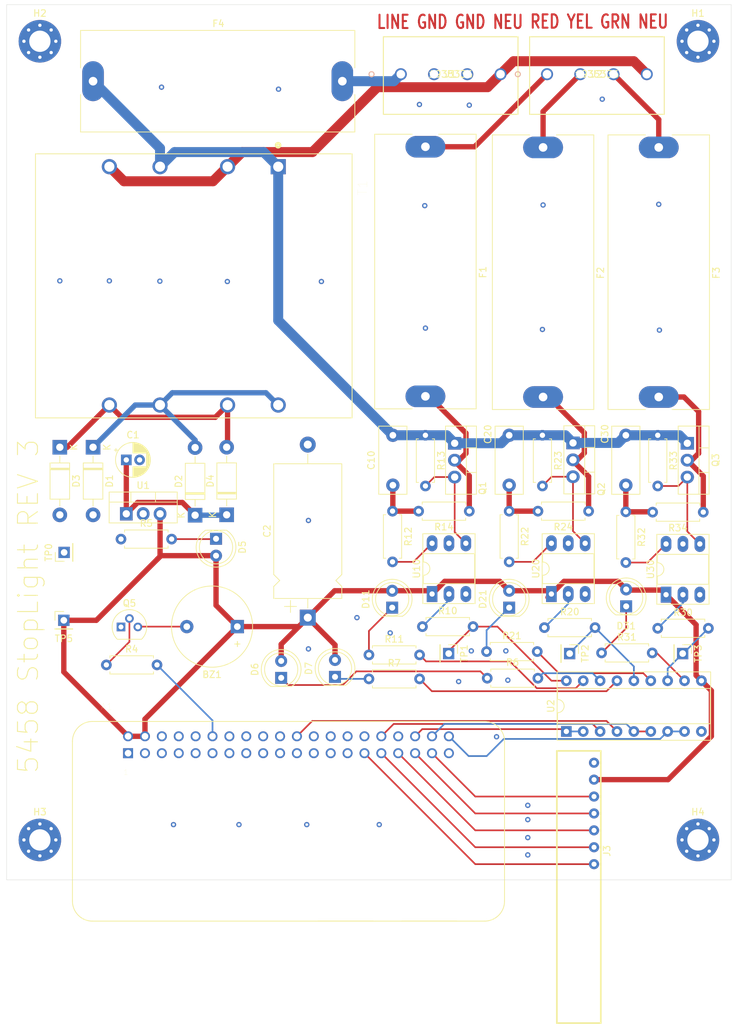
<source format=kicad_pcb>
(kicad_pcb (version 20171130) (host pcbnew "(5.1.6)-1")

  (general
    (thickness 1.6)
    (drawings 7)
    (tracks 272)
    (zones 0)
    (modules 62)
    (nets 79)
  )

  (page USLetter)
  (layers
    (0 F.Cu signal)
    (31 B.Cu signal)
    (32 B.Adhes user)
    (33 F.Adhes user)
    (34 B.Paste user)
    (35 F.Paste user)
    (36 B.SilkS user)
    (37 F.SilkS user)
    (38 B.Mask user)
    (39 F.Mask user)
    (40 Dwgs.User user)
    (41 Cmts.User user)
    (42 Eco1.User user)
    (43 Eco2.User user)
    (44 Edge.Cuts user)
    (45 Margin user)
    (46 B.CrtYd user)
    (47 F.CrtYd user)
    (48 B.Fab user)
    (49 F.Fab user hide)
  )

  (setup
    (last_trace_width 0.25)
    (trace_clearance 0.2)
    (zone_clearance 0.508)
    (zone_45_only no)
    (trace_min 0.2)
    (via_size 0.8)
    (via_drill 0.4)
    (via_min_size 0.508)
    (via_min_drill 0.3)
    (uvia_size 0.3)
    (uvia_drill 0.1)
    (uvias_allowed no)
    (uvia_min_size 0.2)
    (uvia_min_drill 0.1)
    (edge_width 0.05)
    (segment_width 0.2)
    (pcb_text_width 0.3)
    (pcb_text_size 1.5 1.5)
    (mod_edge_width 0.12)
    (mod_text_size 1 1)
    (mod_text_width 0.15)
    (pad_size 1.3 1.3)
    (pad_drill 0.75)
    (pad_to_mask_clearance 0.0508)
    (solder_mask_min_width 0.101)
    (aux_axis_origin 0 0)
    (visible_elements 7FFFFFFF)
    (pcbplotparams
      (layerselection 0x010fc_ffffffff)
      (usegerberextensions false)
      (usegerberattributes true)
      (usegerberadvancedattributes true)
      (creategerberjobfile true)
      (excludeedgelayer true)
      (linewidth 0.100000)
      (plotframeref false)
      (viasonmask false)
      (mode 1)
      (useauxorigin false)
      (hpglpennumber 1)
      (hpglpenspeed 20)
      (hpglpendiameter 15.000000)
      (psnegative false)
      (psa4output false)
      (plotreference true)
      (plotvalue true)
      (plotinvisibletext false)
      (padsonsilk false)
      (subtractmaskfromsilk false)
      (outputformat 1)
      (mirror false)
      (drillshape 1)
      (scaleselection 1)
      (outputdirectory ""))
  )

  (net 0 "")
  (net 1 GND)
  (net 2 /VT)
  (net 3 /D1)
  (net 4 /D0)
  (net 5 "Net-(A1-Pad28)")
  (net 6 "Net-(A1-Pad27)")
  (net 7 /D2)
  (net 8 /D3)
  (net 9 "Net-(A1-Pad21)")
  (net 10 "Net-(A1-Pad19)")
  (net 11 "Net-(A1-Pad18)")
  (net 12 "Net-(A1-Pad17)")
  (net 13 "Net-(A1-Pad16)")
  (net 14 "Net-(A1-Pad15)")
  (net 15 "Net-(A1-Pad13)")
  (net 16 "Net-(A1-Pad11)")
  (net 17 "Net-(A1-Pad10)")
  (net 18 "Net-(A1-Pad8)")
  (net 19 "Net-(A1-Pad7)")
  (net 20 "Net-(A1-Pad5)")
  (net 21 VCC)
  (net 22 "Net-(A1-Pad3)")
  (net 23 "Net-(A1-Pad1)")
  (net 24 "Net-(C1-Pad1)")
  (net 25 LINE)
  (net 26 "Net-(D1-Pad1)")
  (net 27 "Net-(D3-Pad1)")
  (net 28 "Net-(D5-Pad1)")
  (net 29 "Net-(D11-Pad1)")
  (net 30 "Net-(D21-Pad1)")
  (net 31 "Net-(D31-Pad1)")
  (net 32 "Net-(F1-Pad1)")
  (net 33 "Net-(F1-Pad2)")
  (net 34 "Net-(F2-Pad1)")
  (net 35 "Net-(F2-Pad2)")
  (net 36 "Net-(F3-Pad2)")
  (net 37 VAC)
  (net 38 NEUT)
  (net 39 "Net-(Q1-Pad3)")
  (net 40 "Net-(Q2-Pad3)")
  (net 41 "Net-(Q3-Pad3)")
  (net 42 "Net-(R10-Pad2)")
  (net 43 "Net-(R10-Pad1)")
  (net 44 "Net-(R11-Pad2)")
  (net 45 "Net-(R12-Pad2)")
  (net 46 "Net-(R20-Pad2)")
  (net 47 "Net-(R20-Pad1)")
  (net 48 "Net-(R21-Pad2)")
  (net 49 "Net-(R22-Pad2)")
  (net 50 "Net-(R30-Pad2)")
  (net 51 "Net-(R30-Pad1)")
  (net 52 "Net-(R31-Pad2)")
  (net 53 "Net-(R32-Pad2)")
  (net 54 "Net-(U10-Pad3)")
  (net 55 "Net-(U10-Pad5)")
  (net 56 "Net-(U20-Pad3)")
  (net 57 "Net-(U20-Pad5)")
  (net 58 "Net-(U30-Pad3)")
  (net 59 "Net-(U30-Pad5)")
  (net 60 "Net-(C10-Pad1)")
  (net 61 "Net-(C20-Pad1)")
  (net 62 "Net-(C30-Pad1)")
  (net 63 "Net-(F3-Pad1)")
  (net 64 "Net-(A1-Pad26)")
  (net 65 "Net-(A1-Pad24)")
  (net 66 "Net-(D6-Pad1)")
  (net 67 "Net-(D7-Pad1)")
  (net 68 BZZ)
  (net 69 "Net-(BZ1-Pad2)")
  (net 70 "Net-(Q5-Pad2)")
  (net 71 "Net-(R6-Pad2)")
  (net 72 "Net-(R7-Pad2)")
  (net 73 "Net-(A1-Pad23)")
  (net 74 /GRN)
  (net 75 /YEL)
  (net 76 /IND2)
  (net 77 /IND1)
  (net 78 /RED)

  (net_class Default "This is the default net class."
    (clearance 0.2)
    (trace_width 0.25)
    (via_dia 0.8)
    (via_drill 0.4)
    (uvia_dia 0.3)
    (uvia_drill 0.1)
    (add_net /D0)
    (add_net /D1)
    (add_net /D2)
    (add_net /D3)
    (add_net /GRN)
    (add_net /IND1)
    (add_net /IND2)
    (add_net /RED)
    (add_net /VT)
    (add_net /YEL)
    (add_net BZZ)
    (add_net "Net-(A1-Pad1)")
    (add_net "Net-(A1-Pad10)")
    (add_net "Net-(A1-Pad11)")
    (add_net "Net-(A1-Pad13)")
    (add_net "Net-(A1-Pad15)")
    (add_net "Net-(A1-Pad16)")
    (add_net "Net-(A1-Pad17)")
    (add_net "Net-(A1-Pad18)")
    (add_net "Net-(A1-Pad19)")
    (add_net "Net-(A1-Pad21)")
    (add_net "Net-(A1-Pad23)")
    (add_net "Net-(A1-Pad24)")
    (add_net "Net-(A1-Pad26)")
    (add_net "Net-(A1-Pad27)")
    (add_net "Net-(A1-Pad28)")
    (add_net "Net-(A1-Pad3)")
    (add_net "Net-(A1-Pad5)")
    (add_net "Net-(A1-Pad7)")
    (add_net "Net-(A1-Pad8)")
    (add_net "Net-(BZ1-Pad2)")
    (add_net "Net-(D11-Pad1)")
    (add_net "Net-(D21-Pad1)")
    (add_net "Net-(D31-Pad1)")
    (add_net "Net-(D5-Pad1)")
    (add_net "Net-(D6-Pad1)")
    (add_net "Net-(D7-Pad1)")
    (add_net "Net-(Q1-Pad3)")
    (add_net "Net-(Q2-Pad3)")
    (add_net "Net-(Q3-Pad3)")
    (add_net "Net-(Q5-Pad2)")
    (add_net "Net-(R10-Pad1)")
    (add_net "Net-(R10-Pad2)")
    (add_net "Net-(R11-Pad2)")
    (add_net "Net-(R12-Pad2)")
    (add_net "Net-(R20-Pad1)")
    (add_net "Net-(R20-Pad2)")
    (add_net "Net-(R21-Pad2)")
    (add_net "Net-(R22-Pad2)")
    (add_net "Net-(R30-Pad1)")
    (add_net "Net-(R30-Pad2)")
    (add_net "Net-(R31-Pad2)")
    (add_net "Net-(R32-Pad2)")
    (add_net "Net-(R6-Pad2)")
    (add_net "Net-(R7-Pad2)")
    (add_net "Net-(U10-Pad3)")
    (add_net "Net-(U10-Pad5)")
    (add_net "Net-(U20-Pad3)")
    (add_net "Net-(U20-Pad5)")
    (add_net "Net-(U30-Pad3)")
    (add_net "Net-(U30-Pad5)")
  )

  (net_class ACPower ""
    (clearance 0.3)
    (trace_width 1.5)
    (via_dia 1)
    (via_drill 0.5)
    (uvia_dia 0.3)
    (uvia_drill 0.1)
    (add_net LINE)
    (add_net NEUT)
    (add_net VAC)
  )

  (net_class ACSignal ""
    (clearance 0.3)
    (trace_width 0.8)
    (via_dia 1)
    (via_drill 0.5)
    (uvia_dia 0.3)
    (uvia_drill 0.1)
    (add_net "Net-(C10-Pad1)")
    (add_net "Net-(C20-Pad1)")
    (add_net "Net-(C30-Pad1)")
    (add_net "Net-(F1-Pad1)")
    (add_net "Net-(F1-Pad2)")
    (add_net "Net-(F2-Pad1)")
    (add_net "Net-(F2-Pad2)")
    (add_net "Net-(F3-Pad1)")
    (add_net "Net-(F3-Pad2)")
  )

  (net_class DCPower ""
    (clearance 0.3)
    (trace_width 0.8)
    (via_dia 0.8)
    (via_drill 0.4)
    (uvia_dia 0.3)
    (uvia_drill 0.1)
    (add_net GND)
    (add_net VCC)
  )

  (net_class PSULow ""
    (clearance 0.3)
    (trace_width 0.8)
    (via_dia 1)
    (via_drill 0.5)
    (uvia_dia 0.3)
    (uvia_drill 0.1)
    (add_net "Net-(C1-Pad1)")
    (add_net "Net-(D1-Pad1)")
    (add_net "Net-(D3-Pad1)")
  )

  (module Package_TO_SOT_THT:TO-92 (layer F.Cu) (tedit 5F554367) (tstamp 5F54D6E8)
    (at 42.2 113)
    (descr "TO-92 leads molded, narrow, drill 0.75mm (see NXP sot054_po.pdf)")
    (tags "to-92 sc-43 sc-43a sot54 PA33 transistor")
    (path /5F58D385)
    (fp_text reference Q5 (at 1.27 -3.56) (layer F.SilkS)
      (effects (font (size 1 1) (thickness 0.15)))
    )
    (fp_text value 2N3904 (at 1.27 2.79) (layer F.Fab)
      (effects (font (size 1 1) (thickness 0.15)))
    )
    (fp_line (start 4 2.01) (end -1.46 2.01) (layer F.CrtYd) (width 0.05))
    (fp_line (start 4 2.01) (end 4 -2.73) (layer F.CrtYd) (width 0.05))
    (fp_line (start -1.46 -2.73) (end -1.46 2.01) (layer F.CrtYd) (width 0.05))
    (fp_line (start -1.46 -2.73) (end 4 -2.73) (layer F.CrtYd) (width 0.05))
    (fp_line (start -0.5 1.75) (end 3 1.75) (layer F.Fab) (width 0.1))
    (fp_line (start -0.53 1.85) (end 3.07 1.85) (layer F.SilkS) (width 0.12))
    (fp_arc (start 1.27 0) (end 1.27 -2.6) (angle 135) (layer F.SilkS) (width 0.12))
    (fp_arc (start 1.27 0) (end 1.27 -2.48) (angle -135) (layer F.Fab) (width 0.1))
    (fp_arc (start 1.27 0) (end 1.27 -2.6) (angle -135) (layer F.SilkS) (width 0.12))
    (fp_arc (start 1.27 0) (end 1.27 -2.48) (angle 135) (layer F.Fab) (width 0.1))
    (fp_text user %R (at 1.27 -3.56) (layer F.Fab)
      (effects (font (size 1 1) (thickness 0.15)))
    )
    (pad 1 thru_hole rect (at 0 0 90) (size 1.3 1.3) (drill 0.75) (layers *.Cu *.Mask)
      (net 1 GND))
    (pad 3 thru_hole circle (at 2.54 0 90) (size 1.3 1.3) (drill 0.75) (layers *.Cu *.Mask)
      (net 69 "Net-(BZ1-Pad2)"))
    (pad 2 thru_hole circle (at 1.27 -1.27 90) (size 1.3 1.3) (drill 0.75) (layers *.Cu *.Mask)
      (net 70 "Net-(Q5-Pad2)"))
    (model ${KISYS3DMOD}/Package_TO_SOT_THT.3dshapes/TO-92.wrl
      (at (xyz 0 0 0))
      (scale (xyz 1 1 1))
      (rotate (xyz 0 0 0))
    )
  )

  (module LED_THT:LED_D5.0mm (layer F.Cu) (tedit 5995936A) (tstamp 5F4F8930)
    (at 66.3 120.65 90)
    (descr "LED, diameter 5.0mm, 2 pins, http://cdn-reichelt.de/documents/datenblatt/A500/LL-504BC2E-009.pdf")
    (tags "LED diameter 5.0mm 2 pins")
    (path /5F534501)
    (fp_text reference D6 (at 1.27 -3.96 90) (layer F.SilkS)
      (effects (font (size 1 1) (thickness 0.15)))
    )
    (fp_text value LED (at 1.27 3.96 90) (layer F.Fab)
      (effects (font (size 1 1) (thickness 0.15)))
    )
    (fp_circle (center 1.27 0) (end 3.77 0) (layer F.Fab) (width 0.1))
    (fp_circle (center 1.27 0) (end 3.77 0) (layer F.SilkS) (width 0.12))
    (fp_line (start -1.23 -1.469694) (end -1.23 1.469694) (layer F.Fab) (width 0.1))
    (fp_line (start -1.29 -1.545) (end -1.29 1.545) (layer F.SilkS) (width 0.12))
    (fp_line (start -1.95 -3.25) (end -1.95 3.25) (layer F.CrtYd) (width 0.05))
    (fp_line (start -1.95 3.25) (end 4.5 3.25) (layer F.CrtYd) (width 0.05))
    (fp_line (start 4.5 3.25) (end 4.5 -3.25) (layer F.CrtYd) (width 0.05))
    (fp_line (start 4.5 -3.25) (end -1.95 -3.25) (layer F.CrtYd) (width 0.05))
    (fp_text user %R (at 1.25 0 90) (layer F.Fab)
      (effects (font (size 0.8 0.8) (thickness 0.2)))
    )
    (fp_arc (start 1.27 0) (end -1.29 1.54483) (angle -148.9) (layer F.SilkS) (width 0.12))
    (fp_arc (start 1.27 0) (end -1.29 -1.54483) (angle 148.9) (layer F.SilkS) (width 0.12))
    (fp_arc (start 1.27 0) (end -1.23 -1.469694) (angle 299.1) (layer F.Fab) (width 0.1))
    (pad 2 thru_hole circle (at 2.54 0 90) (size 1.8 1.8) (drill 0.9) (layers *.Cu *.Mask)
      (net 21 VCC))
    (pad 1 thru_hole rect (at 0 0 90) (size 1.8 1.8) (drill 0.9) (layers *.Cu *.Mask)
      (net 66 "Net-(D6-Pad1)"))
    (model ${KISYS3DMOD}/LED_THT.3dshapes/LED_D5.0mm.wrl
      (at (xyz 0 0 0))
      (scale (xyz 1 1 1))
      (rotate (xyz 0 0 0))
    )
  )

  (module Package_DIP:DIP-18_W7.62mm_Socket (layer F.Cu) (tedit 5A02E8C5) (tstamp 5F489EED)
    (at 109.2 128.7 90)
    (descr "18-lead though-hole mounted DIP package, row spacing 7.62 mm (300 mils), Socket")
    (tags "THT DIP DIL PDIP 2.54mm 7.62mm 300mil Socket")
    (path /5F3EB335)
    (fp_text reference U2 (at 3.81 -2.33 90) (layer F.SilkS)
      (effects (font (size 1 1) (thickness 0.15)))
    )
    (fp_text value ULN2803A (at 3.81 22.65 90) (layer F.Fab)
      (effects (font (size 1 1) (thickness 0.15)))
    )
    (fp_line (start 1.635 -1.27) (end 6.985 -1.27) (layer F.Fab) (width 0.1))
    (fp_line (start 6.985 -1.27) (end 6.985 21.59) (layer F.Fab) (width 0.1))
    (fp_line (start 6.985 21.59) (end 0.635 21.59) (layer F.Fab) (width 0.1))
    (fp_line (start 0.635 21.59) (end 0.635 -0.27) (layer F.Fab) (width 0.1))
    (fp_line (start 0.635 -0.27) (end 1.635 -1.27) (layer F.Fab) (width 0.1))
    (fp_line (start -1.27 -1.33) (end -1.27 21.65) (layer F.Fab) (width 0.1))
    (fp_line (start -1.27 21.65) (end 8.89 21.65) (layer F.Fab) (width 0.1))
    (fp_line (start 8.89 21.65) (end 8.89 -1.33) (layer F.Fab) (width 0.1))
    (fp_line (start 8.89 -1.33) (end -1.27 -1.33) (layer F.Fab) (width 0.1))
    (fp_line (start 2.81 -1.33) (end 1.16 -1.33) (layer F.SilkS) (width 0.12))
    (fp_line (start 1.16 -1.33) (end 1.16 21.65) (layer F.SilkS) (width 0.12))
    (fp_line (start 1.16 21.65) (end 6.46 21.65) (layer F.SilkS) (width 0.12))
    (fp_line (start 6.46 21.65) (end 6.46 -1.33) (layer F.SilkS) (width 0.12))
    (fp_line (start 6.46 -1.33) (end 4.81 -1.33) (layer F.SilkS) (width 0.12))
    (fp_line (start -1.33 -1.39) (end -1.33 21.71) (layer F.SilkS) (width 0.12))
    (fp_line (start -1.33 21.71) (end 8.95 21.71) (layer F.SilkS) (width 0.12))
    (fp_line (start 8.95 21.71) (end 8.95 -1.39) (layer F.SilkS) (width 0.12))
    (fp_line (start 8.95 -1.39) (end -1.33 -1.39) (layer F.SilkS) (width 0.12))
    (fp_line (start -1.55 -1.6) (end -1.55 21.9) (layer F.CrtYd) (width 0.05))
    (fp_line (start -1.55 21.9) (end 9.15 21.9) (layer F.CrtYd) (width 0.05))
    (fp_line (start 9.15 21.9) (end 9.15 -1.6) (layer F.CrtYd) (width 0.05))
    (fp_line (start 9.15 -1.6) (end -1.55 -1.6) (layer F.CrtYd) (width 0.05))
    (fp_text user %R (at 3.81 10.16 90) (layer F.Fab)
      (effects (font (size 1 1) (thickness 0.15)))
    )
    (fp_arc (start 3.81 -1.33) (end 2.81 -1.33) (angle -180) (layer F.SilkS) (width 0.12))
    (pad 18 thru_hole oval (at 7.62 0 90) (size 1.6 1.6) (drill 0.8) (layers *.Cu *.Mask)
      (net 42 "Net-(R10-Pad2)"))
    (pad 9 thru_hole oval (at 0 20.32 90) (size 1.6 1.6) (drill 0.8) (layers *.Cu *.Mask)
      (net 1 GND))
    (pad 17 thru_hole oval (at 7.62 2.54 90) (size 1.6 1.6) (drill 0.8) (layers *.Cu *.Mask)
      (net 44 "Net-(R11-Pad2)"))
    (pad 8 thru_hole oval (at 0 17.78 90) (size 1.6 1.6) (drill 0.8) (layers *.Cu *.Mask)
      (net 74 /GRN))
    (pad 16 thru_hole oval (at 7.62 5.08 90) (size 1.6 1.6) (drill 0.8) (layers *.Cu *.Mask)
      (net 71 "Net-(R6-Pad2)"))
    (pad 7 thru_hole oval (at 0 15.24 90) (size 1.6 1.6) (drill 0.8) (layers *.Cu *.Mask)
      (net 74 /GRN))
    (pad 15 thru_hole oval (at 7.62 7.62 90) (size 1.6 1.6) (drill 0.8) (layers *.Cu *.Mask)
      (net 72 "Net-(R7-Pad2)"))
    (pad 6 thru_hole oval (at 0 12.7 90) (size 1.6 1.6) (drill 0.8) (layers *.Cu *.Mask)
      (net 75 /YEL))
    (pad 14 thru_hole oval (at 7.62 10.16 90) (size 1.6 1.6) (drill 0.8) (layers *.Cu *.Mask)
      (net 46 "Net-(R20-Pad2)"))
    (pad 5 thru_hole oval (at 0 10.16 90) (size 1.6 1.6) (drill 0.8) (layers *.Cu *.Mask)
      (net 75 /YEL))
    (pad 13 thru_hole oval (at 7.62 12.7 90) (size 1.6 1.6) (drill 0.8) (layers *.Cu *.Mask)
      (net 48 "Net-(R21-Pad2)"))
    (pad 4 thru_hole oval (at 0 7.62 90) (size 1.6 1.6) (drill 0.8) (layers *.Cu *.Mask)
      (net 76 /IND2))
    (pad 12 thru_hole oval (at 7.62 15.24 90) (size 1.6 1.6) (drill 0.8) (layers *.Cu *.Mask)
      (net 50 "Net-(R30-Pad2)"))
    (pad 3 thru_hole oval (at 0 5.08 90) (size 1.6 1.6) (drill 0.8) (layers *.Cu *.Mask)
      (net 77 /IND1))
    (pad 11 thru_hole oval (at 7.62 17.78 90) (size 1.6 1.6) (drill 0.8) (layers *.Cu *.Mask)
      (net 52 "Net-(R31-Pad2)"))
    (pad 2 thru_hole oval (at 0 2.54 90) (size 1.6 1.6) (drill 0.8) (layers *.Cu *.Mask)
      (net 78 /RED))
    (pad 10 thru_hole oval (at 7.62 20.32 90) (size 1.6 1.6) (drill 0.8) (layers *.Cu *.Mask)
      (net 21 VCC))
    (pad 1 thru_hole rect (at 0 0 90) (size 1.6 1.6) (drill 0.8) (layers *.Cu *.Mask)
      (net 78 /RED))
    (model ${KISYS3DMOD}/Package_DIP.3dshapes/DIP-18_W7.62mm_Socket.wrl
      (at (xyz 0 0 0))
      (scale (xyz 1 1 1))
      (rotate (xyz 0 0 0))
    )
  )

  (module Resistor_THT:R_Axial_DIN0207_L6.3mm_D2.5mm_P7.62mm_Horizontal (layer F.Cu) (tedit 5AE5139B) (tstamp 5F4F8C14)
    (at 79.5 120.8)
    (descr "Resistor, Axial_DIN0207 series, Axial, Horizontal, pin pitch=7.62mm, 0.25W = 1/4W, length*diameter=6.3*2.5mm^2, http://cdn-reichelt.de/documents/datenblatt/B400/1_4W%23YAG.pdf")
    (tags "Resistor Axial_DIN0207 series Axial Horizontal pin pitch 7.62mm 0.25W = 1/4W length 6.3mm diameter 2.5mm")
    (path /5F536D9E)
    (fp_text reference R7 (at 3.81 -2.37) (layer F.SilkS)
      (effects (font (size 1 1) (thickness 0.15)))
    )
    (fp_text value 220R (at 3.81 2.37) (layer F.Fab)
      (effects (font (size 1 1) (thickness 0.15)))
    )
    (fp_line (start 0.66 -1.25) (end 0.66 1.25) (layer F.Fab) (width 0.1))
    (fp_line (start 0.66 1.25) (end 6.96 1.25) (layer F.Fab) (width 0.1))
    (fp_line (start 6.96 1.25) (end 6.96 -1.25) (layer F.Fab) (width 0.1))
    (fp_line (start 6.96 -1.25) (end 0.66 -1.25) (layer F.Fab) (width 0.1))
    (fp_line (start 0 0) (end 0.66 0) (layer F.Fab) (width 0.1))
    (fp_line (start 7.62 0) (end 6.96 0) (layer F.Fab) (width 0.1))
    (fp_line (start 0.54 -1.04) (end 0.54 -1.37) (layer F.SilkS) (width 0.12))
    (fp_line (start 0.54 -1.37) (end 7.08 -1.37) (layer F.SilkS) (width 0.12))
    (fp_line (start 7.08 -1.37) (end 7.08 -1.04) (layer F.SilkS) (width 0.12))
    (fp_line (start 0.54 1.04) (end 0.54 1.37) (layer F.SilkS) (width 0.12))
    (fp_line (start 0.54 1.37) (end 7.08 1.37) (layer F.SilkS) (width 0.12))
    (fp_line (start 7.08 1.37) (end 7.08 1.04) (layer F.SilkS) (width 0.12))
    (fp_line (start -1.05 -1.5) (end -1.05 1.5) (layer F.CrtYd) (width 0.05))
    (fp_line (start -1.05 1.5) (end 8.67 1.5) (layer F.CrtYd) (width 0.05))
    (fp_line (start 8.67 1.5) (end 8.67 -1.5) (layer F.CrtYd) (width 0.05))
    (fp_line (start 8.67 -1.5) (end -1.05 -1.5) (layer F.CrtYd) (width 0.05))
    (fp_text user %R (at 3.81 0) (layer F.Fab)
      (effects (font (size 1 1) (thickness 0.15)))
    )
    (pad 2 thru_hole oval (at 7.62 0) (size 1.6 1.6) (drill 0.8) (layers *.Cu *.Mask)
      (net 72 "Net-(R7-Pad2)"))
    (pad 1 thru_hole circle (at 0 0) (size 1.6 1.6) (drill 0.8) (layers *.Cu *.Mask)
      (net 67 "Net-(D7-Pad1)"))
    (model ${KISYS3DMOD}/Resistor_THT.3dshapes/R_Axial_DIN0207_L6.3mm_D2.5mm_P7.62mm_Horizontal.wrl
      (at (xyz 0 0 0))
      (scale (xyz 1 1 1))
      (rotate (xyz 0 0 0))
    )
  )

  (module Resistor_THT:R_Axial_DIN0207_L6.3mm_D2.5mm_P7.62mm_Horizontal (layer F.Cu) (tedit 5AE5139B) (tstamp 5F49316B)
    (at 105.9 113.1)
    (descr "Resistor, Axial_DIN0207 series, Axial, Horizontal, pin pitch=7.62mm, 0.25W = 1/4W, length*diameter=6.3*2.5mm^2, http://cdn-reichelt.de/documents/datenblatt/B400/1_4W%23YAG.pdf")
    (tags "Resistor Axial_DIN0207 series Axial Horizontal pin pitch 7.62mm 0.25W = 1/4W length 6.3mm diameter 2.5mm")
    (path /5F5DB5BD)
    (fp_text reference R20 (at 3.81 -2.37) (layer F.SilkS)
      (effects (font (size 1 1) (thickness 0.15)))
    )
    (fp_text value 220 (at 3.81 2.37) (layer F.Fab)
      (effects (font (size 1 1) (thickness 0.15)))
    )
    (fp_line (start 8.67 -1.5) (end -1.05 -1.5) (layer F.CrtYd) (width 0.05))
    (fp_line (start 8.67 1.5) (end 8.67 -1.5) (layer F.CrtYd) (width 0.05))
    (fp_line (start -1.05 1.5) (end 8.67 1.5) (layer F.CrtYd) (width 0.05))
    (fp_line (start -1.05 -1.5) (end -1.05 1.5) (layer F.CrtYd) (width 0.05))
    (fp_line (start 7.08 1.37) (end 7.08 1.04) (layer F.SilkS) (width 0.12))
    (fp_line (start 0.54 1.37) (end 7.08 1.37) (layer F.SilkS) (width 0.12))
    (fp_line (start 0.54 1.04) (end 0.54 1.37) (layer F.SilkS) (width 0.12))
    (fp_line (start 7.08 -1.37) (end 7.08 -1.04) (layer F.SilkS) (width 0.12))
    (fp_line (start 0.54 -1.37) (end 7.08 -1.37) (layer F.SilkS) (width 0.12))
    (fp_line (start 0.54 -1.04) (end 0.54 -1.37) (layer F.SilkS) (width 0.12))
    (fp_line (start 7.62 0) (end 6.96 0) (layer F.Fab) (width 0.1))
    (fp_line (start 0 0) (end 0.66 0) (layer F.Fab) (width 0.1))
    (fp_line (start 6.96 -1.25) (end 0.66 -1.25) (layer F.Fab) (width 0.1))
    (fp_line (start 6.96 1.25) (end 6.96 -1.25) (layer F.Fab) (width 0.1))
    (fp_line (start 0.66 1.25) (end 6.96 1.25) (layer F.Fab) (width 0.1))
    (fp_line (start 0.66 -1.25) (end 0.66 1.25) (layer F.Fab) (width 0.1))
    (fp_text user %R (at 3.81 0) (layer F.Fab)
      (effects (font (size 1 1) (thickness 0.15)))
    )
    (pad 2 thru_hole oval (at 7.62 0) (size 1.6 1.6) (drill 0.8) (layers *.Cu *.Mask)
      (net 46 "Net-(R20-Pad2)"))
    (pad 1 thru_hole circle (at 0 0) (size 1.6 1.6) (drill 0.8) (layers *.Cu *.Mask)
      (net 47 "Net-(R20-Pad1)"))
    (model ${KISYS3DMOD}/Resistor_THT.3dshapes/R_Axial_DIN0207_L6.3mm_D2.5mm_P7.62mm_Horizontal.wrl
      (at (xyz 0 0 0))
      (scale (xyz 1 1 1))
      (rotate (xyz 0 0 0))
    )
  )

  (module Resistor_THT:R_Axial_DIN0207_L6.3mm_D2.5mm_P7.62mm_Horizontal (layer F.Cu) (tedit 5AE5139B) (tstamp 5F4939BA)
    (at 87.55 112.95)
    (descr "Resistor, Axial_DIN0207 series, Axial, Horizontal, pin pitch=7.62mm, 0.25W = 1/4W, length*diameter=6.3*2.5mm^2, http://cdn-reichelt.de/documents/datenblatt/B400/1_4W%23YAG.pdf")
    (tags "Resistor Axial_DIN0207 series Axial Horizontal pin pitch 7.62mm 0.25W = 1/4W length 6.3mm diameter 2.5mm")
    (path /5F4C0721)
    (fp_text reference R10 (at 3.81 -2.37) (layer F.SilkS)
      (effects (font (size 1 1) (thickness 0.15)))
    )
    (fp_text value 220 (at 3.81 2.37) (layer F.Fab)
      (effects (font (size 1 1) (thickness 0.15)))
    )
    (fp_line (start 8.67 -1.5) (end -1.05 -1.5) (layer F.CrtYd) (width 0.05))
    (fp_line (start 8.67 1.5) (end 8.67 -1.5) (layer F.CrtYd) (width 0.05))
    (fp_line (start -1.05 1.5) (end 8.67 1.5) (layer F.CrtYd) (width 0.05))
    (fp_line (start -1.05 -1.5) (end -1.05 1.5) (layer F.CrtYd) (width 0.05))
    (fp_line (start 7.08 1.37) (end 7.08 1.04) (layer F.SilkS) (width 0.12))
    (fp_line (start 0.54 1.37) (end 7.08 1.37) (layer F.SilkS) (width 0.12))
    (fp_line (start 0.54 1.04) (end 0.54 1.37) (layer F.SilkS) (width 0.12))
    (fp_line (start 7.08 -1.37) (end 7.08 -1.04) (layer F.SilkS) (width 0.12))
    (fp_line (start 0.54 -1.37) (end 7.08 -1.37) (layer F.SilkS) (width 0.12))
    (fp_line (start 0.54 -1.04) (end 0.54 -1.37) (layer F.SilkS) (width 0.12))
    (fp_line (start 7.62 0) (end 6.96 0) (layer F.Fab) (width 0.1))
    (fp_line (start 0 0) (end 0.66 0) (layer F.Fab) (width 0.1))
    (fp_line (start 6.96 -1.25) (end 0.66 -1.25) (layer F.Fab) (width 0.1))
    (fp_line (start 6.96 1.25) (end 6.96 -1.25) (layer F.Fab) (width 0.1))
    (fp_line (start 0.66 1.25) (end 6.96 1.25) (layer F.Fab) (width 0.1))
    (fp_line (start 0.66 -1.25) (end 0.66 1.25) (layer F.Fab) (width 0.1))
    (fp_text user %R (at 3.81 0) (layer F.Fab)
      (effects (font (size 1 1) (thickness 0.15)))
    )
    (pad 2 thru_hole oval (at 7.62 0) (size 1.6 1.6) (drill 0.8) (layers *.Cu *.Mask)
      (net 42 "Net-(R10-Pad2)"))
    (pad 1 thru_hole circle (at 0 0) (size 1.6 1.6) (drill 0.8) (layers *.Cu *.Mask)
      (net 43 "Net-(R10-Pad1)"))
    (model ${KISYS3DMOD}/Resistor_THT.3dshapes/R_Axial_DIN0207_L6.3mm_D2.5mm_P7.62mm_Horizontal.wrl
      (at (xyz 0 0 0))
      (scale (xyz 1 1 1))
      (rotate (xyz 0 0 0))
    )
  )

  (module Resistor_THT:R_Axial_DIN0207_L6.3mm_D2.5mm_P7.62mm_Horizontal (layer F.Cu) (tedit 5AE5139B) (tstamp 5F5276F1)
    (at 40 118.7)
    (descr "Resistor, Axial_DIN0207 series, Axial, Horizontal, pin pitch=7.62mm, 0.25W = 1/4W, length*diameter=6.3*2.5mm^2, http://cdn-reichelt.de/documents/datenblatt/B400/1_4W%23YAG.pdf")
    (tags "Resistor Axial_DIN0207 series Axial Horizontal pin pitch 7.62mm 0.25W = 1/4W length 6.3mm diameter 2.5mm")
    (path /5F56B116)
    (fp_text reference R4 (at 3.81 -2.37) (layer F.SilkS)
      (effects (font (size 1 1) (thickness 0.15)))
    )
    (fp_text value 10R3 (at 3.81 2.37) (layer F.Fab)
      (effects (font (size 1 1) (thickness 0.15)))
    )
    (fp_line (start 8.67 -1.5) (end -1.05 -1.5) (layer F.CrtYd) (width 0.05))
    (fp_line (start 8.67 1.5) (end 8.67 -1.5) (layer F.CrtYd) (width 0.05))
    (fp_line (start -1.05 1.5) (end 8.67 1.5) (layer F.CrtYd) (width 0.05))
    (fp_line (start -1.05 -1.5) (end -1.05 1.5) (layer F.CrtYd) (width 0.05))
    (fp_line (start 7.08 1.37) (end 7.08 1.04) (layer F.SilkS) (width 0.12))
    (fp_line (start 0.54 1.37) (end 7.08 1.37) (layer F.SilkS) (width 0.12))
    (fp_line (start 0.54 1.04) (end 0.54 1.37) (layer F.SilkS) (width 0.12))
    (fp_line (start 7.08 -1.37) (end 7.08 -1.04) (layer F.SilkS) (width 0.12))
    (fp_line (start 0.54 -1.37) (end 7.08 -1.37) (layer F.SilkS) (width 0.12))
    (fp_line (start 0.54 -1.04) (end 0.54 -1.37) (layer F.SilkS) (width 0.12))
    (fp_line (start 7.62 0) (end 6.96 0) (layer F.Fab) (width 0.1))
    (fp_line (start 0 0) (end 0.66 0) (layer F.Fab) (width 0.1))
    (fp_line (start 6.96 -1.25) (end 0.66 -1.25) (layer F.Fab) (width 0.1))
    (fp_line (start 6.96 1.25) (end 6.96 -1.25) (layer F.Fab) (width 0.1))
    (fp_line (start 0.66 1.25) (end 6.96 1.25) (layer F.Fab) (width 0.1))
    (fp_line (start 0.66 -1.25) (end 0.66 1.25) (layer F.Fab) (width 0.1))
    (fp_text user %R (at 3.81 0) (layer F.Fab)
      (effects (font (size 1 1) (thickness 0.15)))
    )
    (pad 2 thru_hole oval (at 7.62 0) (size 1.6 1.6) (drill 0.8) (layers *.Cu *.Mask)
      (net 68 BZZ))
    (pad 1 thru_hole circle (at 0 0) (size 1.6 1.6) (drill 0.8) (layers *.Cu *.Mask)
      (net 70 "Net-(Q5-Pad2)"))
    (model ${KISYS3DMOD}/Resistor_THT.3dshapes/R_Axial_DIN0207_L6.3mm_D2.5mm_P7.62mm_Horizontal.wrl
      (at (xyz 0 0 0))
      (scale (xyz 1 1 1))
      (rotate (xyz 0 0 0))
    )
  )

  (module Buzzer_Beeper:Buzzer_12x9.5RM7.6 (layer F.Cu) (tedit 5A030281) (tstamp 5F5270A4)
    (at 59.7 112.95 180)
    (descr "Generic Buzzer, D12mm height 9.5mm with RM7.6mm")
    (tags buzzer)
    (path /5F531A0B)
    (fp_text reference BZ1 (at 3.8 -7.2) (layer F.SilkS)
      (effects (font (size 1 1) (thickness 0.15)))
    )
    (fp_text value Buzzer (at 3.8 7.4) (layer F.Fab)
      (effects (font (size 1 1) (thickness 0.15)))
    )
    (fp_circle (center 3.8 0) (end 9.9 0) (layer F.SilkS) (width 0.12))
    (fp_circle (center 3.8 0) (end 4.8 0) (layer F.Fab) (width 0.1))
    (fp_circle (center 3.8 0) (end 9.8 0) (layer F.Fab) (width 0.1))
    (fp_circle (center 3.8 0) (end 10.05 0) (layer F.CrtYd) (width 0.05))
    (fp_text user %R (at 3.8 -4) (layer F.Fab)
      (effects (font (size 1 1) (thickness 0.15)))
    )
    (fp_text user + (at -0.01 -2.54) (layer F.SilkS)
      (effects (font (size 1 1) (thickness 0.15)))
    )
    (fp_text user + (at -0.01 -2.54) (layer F.Fab)
      (effects (font (size 1 1) (thickness 0.15)))
    )
    (pad 2 thru_hole circle (at 7.6 0 180) (size 2 2) (drill 1) (layers *.Cu *.Mask)
      (net 69 "Net-(BZ1-Pad2)"))
    (pad 1 thru_hole rect (at 0 0 180) (size 2 2) (drill 1) (layers *.Cu *.Mask)
      (net 21 VCC))
    (model ${KISYS3DMOD}/Buzzer_Beeper.3dshapes/Buzzer_12x9.5RM7.6.wrl
      (at (xyz 0 0 0))
      (scale (xyz 1 1 1))
      (rotate (xyz 0 0 0))
    )
  )

  (module Resistor_THT:R_Axial_DIN0207_L6.3mm_D2.5mm_P7.62mm_Horizontal (layer F.Cu) (tedit 5AE5139B) (tstamp 5F4F933F)
    (at 97.3 120.7)
    (descr "Resistor, Axial_DIN0207 series, Axial, Horizontal, pin pitch=7.62mm, 0.25W = 1/4W, length*diameter=6.3*2.5mm^2, http://cdn-reichelt.de/documents/datenblatt/B400/1_4W%23YAG.pdf")
    (tags "Resistor Axial_DIN0207 series Axial Horizontal pin pitch 7.62mm 0.25W = 1/4W length 6.3mm diameter 2.5mm")
    (path /5F535A5C)
    (fp_text reference R6 (at 3.81 -2.37) (layer F.SilkS)
      (effects (font (size 1 1) (thickness 0.15)))
    )
    (fp_text value 220R (at 3.81 2.37) (layer F.Fab)
      (effects (font (size 1 1) (thickness 0.15)))
    )
    (fp_line (start 0.66 -1.25) (end 0.66 1.25) (layer F.Fab) (width 0.1))
    (fp_line (start 0.66 1.25) (end 6.96 1.25) (layer F.Fab) (width 0.1))
    (fp_line (start 6.96 1.25) (end 6.96 -1.25) (layer F.Fab) (width 0.1))
    (fp_line (start 6.96 -1.25) (end 0.66 -1.25) (layer F.Fab) (width 0.1))
    (fp_line (start 0 0) (end 0.66 0) (layer F.Fab) (width 0.1))
    (fp_line (start 7.62 0) (end 6.96 0) (layer F.Fab) (width 0.1))
    (fp_line (start 0.54 -1.04) (end 0.54 -1.37) (layer F.SilkS) (width 0.12))
    (fp_line (start 0.54 -1.37) (end 7.08 -1.37) (layer F.SilkS) (width 0.12))
    (fp_line (start 7.08 -1.37) (end 7.08 -1.04) (layer F.SilkS) (width 0.12))
    (fp_line (start 0.54 1.04) (end 0.54 1.37) (layer F.SilkS) (width 0.12))
    (fp_line (start 0.54 1.37) (end 7.08 1.37) (layer F.SilkS) (width 0.12))
    (fp_line (start 7.08 1.37) (end 7.08 1.04) (layer F.SilkS) (width 0.12))
    (fp_line (start -1.05 -1.5) (end -1.05 1.5) (layer F.CrtYd) (width 0.05))
    (fp_line (start -1.05 1.5) (end 8.67 1.5) (layer F.CrtYd) (width 0.05))
    (fp_line (start 8.67 1.5) (end 8.67 -1.5) (layer F.CrtYd) (width 0.05))
    (fp_line (start 8.67 -1.5) (end -1.05 -1.5) (layer F.CrtYd) (width 0.05))
    (fp_text user %R (at 3.81 0) (layer F.Fab)
      (effects (font (size 1 1) (thickness 0.15)))
    )
    (pad 2 thru_hole oval (at 7.62 0) (size 1.6 1.6) (drill 0.8) (layers *.Cu *.Mask)
      (net 71 "Net-(R6-Pad2)"))
    (pad 1 thru_hole circle (at 0 0) (size 1.6 1.6) (drill 0.8) (layers *.Cu *.Mask)
      (net 66 "Net-(D6-Pad1)"))
    (model ${KISYS3DMOD}/Resistor_THT.3dshapes/R_Axial_DIN0207_L6.3mm_D2.5mm_P7.62mm_Horizontal.wrl
      (at (xyz 0 0 0))
      (scale (xyz 1 1 1))
      (rotate (xyz 0 0 0))
    )
  )

  (module LED_THT:LED_D5.0mm (layer F.Cu) (tedit 5995936A) (tstamp 5F4F8942)
    (at 74.4 120.5 90)
    (descr "LED, diameter 5.0mm, 2 pins, http://cdn-reichelt.de/documents/datenblatt/A500/LL-504BC2E-009.pdf")
    (tags "LED diameter 5.0mm 2 pins")
    (path /5F535651)
    (fp_text reference D7 (at 1.27 -3.96 90) (layer F.SilkS)
      (effects (font (size 1 1) (thickness 0.15)))
    )
    (fp_text value LED (at 1.27 3.96 90) (layer F.Fab)
      (effects (font (size 1 1) (thickness 0.15)))
    )
    (fp_circle (center 1.27 0) (end 3.77 0) (layer F.Fab) (width 0.1))
    (fp_circle (center 1.27 0) (end 3.77 0) (layer F.SilkS) (width 0.12))
    (fp_line (start -1.23 -1.469694) (end -1.23 1.469694) (layer F.Fab) (width 0.1))
    (fp_line (start -1.29 -1.545) (end -1.29 1.545) (layer F.SilkS) (width 0.12))
    (fp_line (start -1.95 -3.25) (end -1.95 3.25) (layer F.CrtYd) (width 0.05))
    (fp_line (start -1.95 3.25) (end 4.5 3.25) (layer F.CrtYd) (width 0.05))
    (fp_line (start 4.5 3.25) (end 4.5 -3.25) (layer F.CrtYd) (width 0.05))
    (fp_line (start 4.5 -3.25) (end -1.95 -3.25) (layer F.CrtYd) (width 0.05))
    (fp_text user %R (at 1.25 0 90) (layer F.Fab)
      (effects (font (size 0.8 0.8) (thickness 0.2)))
    )
    (fp_arc (start 1.27 0) (end -1.29 1.54483) (angle -148.9) (layer F.SilkS) (width 0.12))
    (fp_arc (start 1.27 0) (end -1.29 -1.54483) (angle 148.9) (layer F.SilkS) (width 0.12))
    (fp_arc (start 1.27 0) (end -1.23 -1.469694) (angle 299.1) (layer F.Fab) (width 0.1))
    (pad 2 thru_hole circle (at 2.54 0 90) (size 1.8 1.8) (drill 0.9) (layers *.Cu *.Mask)
      (net 21 VCC))
    (pad 1 thru_hole rect (at 0 0 90) (size 1.8 1.8) (drill 0.9) (layers *.Cu *.Mask)
      (net 67 "Net-(D7-Pad1)"))
    (model ${KISYS3DMOD}/LED_THT.3dshapes/LED_D5.0mm.wrl
      (at (xyz 0 0 0))
      (scale (xyz 1 1 1))
      (rotate (xyz 0 0 0))
    )
  )

  (module Resistor_THT:R_Axial_DIN0207_L6.3mm_D2.5mm_P7.62mm_Horizontal (layer F.Cu) (tedit 5AE5139B) (tstamp 5F49098C)
    (at 114.5 116.9)
    (descr "Resistor, Axial_DIN0207 series, Axial, Horizontal, pin pitch=7.62mm, 0.25W = 1/4W, length*diameter=6.3*2.5mm^2, http://cdn-reichelt.de/documents/datenblatt/B400/1_4W%23YAG.pdf")
    (tags "Resistor Axial_DIN0207 series Axial Horizontal pin pitch 7.62mm 0.25W = 1/4W length 6.3mm diameter 2.5mm")
    (path /5F43759C)
    (fp_text reference R31 (at 3.81 -2.37) (layer F.SilkS)
      (effects (font (size 1 1) (thickness 0.15)))
    )
    (fp_text value 220 (at 3.81 2.37) (layer F.Fab)
      (effects (font (size 1 1) (thickness 0.15)))
    )
    (fp_line (start 8.67 -1.5) (end -1.05 -1.5) (layer F.CrtYd) (width 0.05))
    (fp_line (start 8.67 1.5) (end 8.67 -1.5) (layer F.CrtYd) (width 0.05))
    (fp_line (start -1.05 1.5) (end 8.67 1.5) (layer F.CrtYd) (width 0.05))
    (fp_line (start -1.05 -1.5) (end -1.05 1.5) (layer F.CrtYd) (width 0.05))
    (fp_line (start 7.08 1.37) (end 7.08 1.04) (layer F.SilkS) (width 0.12))
    (fp_line (start 0.54 1.37) (end 7.08 1.37) (layer F.SilkS) (width 0.12))
    (fp_line (start 0.54 1.04) (end 0.54 1.37) (layer F.SilkS) (width 0.12))
    (fp_line (start 7.08 -1.37) (end 7.08 -1.04) (layer F.SilkS) (width 0.12))
    (fp_line (start 0.54 -1.37) (end 7.08 -1.37) (layer F.SilkS) (width 0.12))
    (fp_line (start 0.54 -1.04) (end 0.54 -1.37) (layer F.SilkS) (width 0.12))
    (fp_line (start 7.62 0) (end 6.96 0) (layer F.Fab) (width 0.1))
    (fp_line (start 0 0) (end 0.66 0) (layer F.Fab) (width 0.1))
    (fp_line (start 6.96 -1.25) (end 0.66 -1.25) (layer F.Fab) (width 0.1))
    (fp_line (start 6.96 1.25) (end 6.96 -1.25) (layer F.Fab) (width 0.1))
    (fp_line (start 0.66 1.25) (end 6.96 1.25) (layer F.Fab) (width 0.1))
    (fp_line (start 0.66 -1.25) (end 0.66 1.25) (layer F.Fab) (width 0.1))
    (fp_text user %R (at 3.81 0) (layer F.Fab)
      (effects (font (size 1 1) (thickness 0.15)))
    )
    (pad 2 thru_hole oval (at 7.62 0) (size 1.6 1.6) (drill 0.8) (layers *.Cu *.Mask)
      (net 52 "Net-(R31-Pad2)"))
    (pad 1 thru_hole circle (at 0 0) (size 1.6 1.6) (drill 0.8) (layers *.Cu *.Mask)
      (net 31 "Net-(D31-Pad1)"))
    (model ${KISYS3DMOD}/Resistor_THT.3dshapes/R_Axial_DIN0207_L6.3mm_D2.5mm_P7.62mm_Horizontal.wrl
      (at (xyz 0 0 0))
      (scale (xyz 1 1 1))
      (rotate (xyz 0 0 0))
    )
  )

  (module Resistor_THT:R_Axial_DIN0207_L6.3mm_D2.5mm_P7.62mm_Horizontal (layer F.Cu) (tedit 5AE5139B) (tstamp 5F4995A1)
    (at 122.95 113.2)
    (descr "Resistor, Axial_DIN0207 series, Axial, Horizontal, pin pitch=7.62mm, 0.25W = 1/4W, length*diameter=6.3*2.5mm^2, http://cdn-reichelt.de/documents/datenblatt/B400/1_4W%23YAG.pdf")
    (tags "Resistor Axial_DIN0207 series Axial Horizontal pin pitch 7.62mm 0.25W = 1/4W length 6.3mm diameter 2.5mm")
    (path /5F6671B7)
    (fp_text reference R30 (at 3.81 -2.37) (layer F.SilkS)
      (effects (font (size 1 1) (thickness 0.15)))
    )
    (fp_text value 220R (at 3.81 2.37) (layer F.Fab)
      (effects (font (size 1 1) (thickness 0.15)))
    )
    (fp_line (start 8.67 -1.5) (end -1.05 -1.5) (layer F.CrtYd) (width 0.05))
    (fp_line (start 8.67 1.5) (end 8.67 -1.5) (layer F.CrtYd) (width 0.05))
    (fp_line (start -1.05 1.5) (end 8.67 1.5) (layer F.CrtYd) (width 0.05))
    (fp_line (start -1.05 -1.5) (end -1.05 1.5) (layer F.CrtYd) (width 0.05))
    (fp_line (start 7.08 1.37) (end 7.08 1.04) (layer F.SilkS) (width 0.12))
    (fp_line (start 0.54 1.37) (end 7.08 1.37) (layer F.SilkS) (width 0.12))
    (fp_line (start 0.54 1.04) (end 0.54 1.37) (layer F.SilkS) (width 0.12))
    (fp_line (start 7.08 -1.37) (end 7.08 -1.04) (layer F.SilkS) (width 0.12))
    (fp_line (start 0.54 -1.37) (end 7.08 -1.37) (layer F.SilkS) (width 0.12))
    (fp_line (start 0.54 -1.04) (end 0.54 -1.37) (layer F.SilkS) (width 0.12))
    (fp_line (start 7.62 0) (end 6.96 0) (layer F.Fab) (width 0.1))
    (fp_line (start 0 0) (end 0.66 0) (layer F.Fab) (width 0.1))
    (fp_line (start 6.96 -1.25) (end 0.66 -1.25) (layer F.Fab) (width 0.1))
    (fp_line (start 6.96 1.25) (end 6.96 -1.25) (layer F.Fab) (width 0.1))
    (fp_line (start 0.66 1.25) (end 6.96 1.25) (layer F.Fab) (width 0.1))
    (fp_line (start 0.66 -1.25) (end 0.66 1.25) (layer F.Fab) (width 0.1))
    (fp_text user %R (at 3.81 0) (layer F.Fab)
      (effects (font (size 1 1) (thickness 0.15)))
    )
    (pad 2 thru_hole oval (at 7.62 0) (size 1.6 1.6) (drill 0.8) (layers *.Cu *.Mask)
      (net 50 "Net-(R30-Pad2)"))
    (pad 1 thru_hole circle (at 0 0) (size 1.6 1.6) (drill 0.8) (layers *.Cu *.Mask)
      (net 51 "Net-(R30-Pad1)"))
    (model ${KISYS3DMOD}/Resistor_THT.3dshapes/R_Axial_DIN0207_L6.3mm_D2.5mm_P7.62mm_Horizontal.wrl
      (at (xyz 0 0 0))
      (scale (xyz 1 1 1))
      (rotate (xyz 0 0 0))
    )
  )

  (module Resistor_THT:R_Axial_DIN0207_L6.3mm_D2.5mm_P7.62mm_Horizontal (layer F.Cu) (tedit 5AE5139B) (tstamp 5F490AA0)
    (at 97.2 116.7)
    (descr "Resistor, Axial_DIN0207 series, Axial, Horizontal, pin pitch=7.62mm, 0.25W = 1/4W, length*diameter=6.3*2.5mm^2, http://cdn-reichelt.de/documents/datenblatt/B400/1_4W%23YAG.pdf")
    (tags "Resistor Axial_DIN0207 series Axial Horizontal pin pitch 7.62mm 0.25W = 1/4W length 6.3mm diameter 2.5mm")
    (path /5F418083)
    (fp_text reference R21 (at 3.81 -2.37) (layer F.SilkS)
      (effects (font (size 1 1) (thickness 0.15)))
    )
    (fp_text value 220R (at 3.81 2.37) (layer F.Fab)
      (effects (font (size 1 1) (thickness 0.15)))
    )
    (fp_line (start 8.67 -1.5) (end -1.05 -1.5) (layer F.CrtYd) (width 0.05))
    (fp_line (start 8.67 1.5) (end 8.67 -1.5) (layer F.CrtYd) (width 0.05))
    (fp_line (start -1.05 1.5) (end 8.67 1.5) (layer F.CrtYd) (width 0.05))
    (fp_line (start -1.05 -1.5) (end -1.05 1.5) (layer F.CrtYd) (width 0.05))
    (fp_line (start 7.08 1.37) (end 7.08 1.04) (layer F.SilkS) (width 0.12))
    (fp_line (start 0.54 1.37) (end 7.08 1.37) (layer F.SilkS) (width 0.12))
    (fp_line (start 0.54 1.04) (end 0.54 1.37) (layer F.SilkS) (width 0.12))
    (fp_line (start 7.08 -1.37) (end 7.08 -1.04) (layer F.SilkS) (width 0.12))
    (fp_line (start 0.54 -1.37) (end 7.08 -1.37) (layer F.SilkS) (width 0.12))
    (fp_line (start 0.54 -1.04) (end 0.54 -1.37) (layer F.SilkS) (width 0.12))
    (fp_line (start 7.62 0) (end 6.96 0) (layer F.Fab) (width 0.1))
    (fp_line (start 0 0) (end 0.66 0) (layer F.Fab) (width 0.1))
    (fp_line (start 6.96 -1.25) (end 0.66 -1.25) (layer F.Fab) (width 0.1))
    (fp_line (start 6.96 1.25) (end 6.96 -1.25) (layer F.Fab) (width 0.1))
    (fp_line (start 0.66 1.25) (end 6.96 1.25) (layer F.Fab) (width 0.1))
    (fp_line (start 0.66 -1.25) (end 0.66 1.25) (layer F.Fab) (width 0.1))
    (fp_text user %R (at 3.81 0) (layer F.Fab)
      (effects (font (size 1 1) (thickness 0.15)))
    )
    (pad 2 thru_hole oval (at 7.62 0) (size 1.6 1.6) (drill 0.8) (layers *.Cu *.Mask)
      (net 48 "Net-(R21-Pad2)"))
    (pad 1 thru_hole circle (at 0 0) (size 1.6 1.6) (drill 0.8) (layers *.Cu *.Mask)
      (net 30 "Net-(D21-Pad1)"))
    (model ${KISYS3DMOD}/Resistor_THT.3dshapes/R_Axial_DIN0207_L6.3mm_D2.5mm_P7.62mm_Horizontal.wrl
      (at (xyz 0 0 0))
      (scale (xyz 1 1 1))
      (rotate (xyz 0 0 0))
    )
  )

  (module Resistor_THT:R_Axial_DIN0207_L6.3mm_D2.5mm_P7.62mm_Horizontal (layer F.Cu) (tedit 5AE5139B) (tstamp 5F49A67C)
    (at 79.5 117.2)
    (descr "Resistor, Axial_DIN0207 series, Axial, Horizontal, pin pitch=7.62mm, 0.25W = 1/4W, length*diameter=6.3*2.5mm^2, http://cdn-reichelt.de/documents/datenblatt/B400/1_4W%23YAG.pdf")
    (tags "Resistor Axial_DIN0207 series Axial Horizontal pin pitch 7.62mm 0.25W = 1/4W length 6.3mm diameter 2.5mm")
    (path /5F401AE6)
    (fp_text reference R11 (at 3.81 -2.37) (layer F.SilkS)
      (effects (font (size 1 1) (thickness 0.15)))
    )
    (fp_text value 220R (at 3.81 2.37) (layer F.Fab)
      (effects (font (size 1 1) (thickness 0.15)))
    )
    (fp_line (start 8.67 -1.5) (end -1.05 -1.5) (layer F.CrtYd) (width 0.05))
    (fp_line (start 8.67 1.5) (end 8.67 -1.5) (layer F.CrtYd) (width 0.05))
    (fp_line (start -1.05 1.5) (end 8.67 1.5) (layer F.CrtYd) (width 0.05))
    (fp_line (start -1.05 -1.5) (end -1.05 1.5) (layer F.CrtYd) (width 0.05))
    (fp_line (start 7.08 1.37) (end 7.08 1.04) (layer F.SilkS) (width 0.12))
    (fp_line (start 0.54 1.37) (end 7.08 1.37) (layer F.SilkS) (width 0.12))
    (fp_line (start 0.54 1.04) (end 0.54 1.37) (layer F.SilkS) (width 0.12))
    (fp_line (start 7.08 -1.37) (end 7.08 -1.04) (layer F.SilkS) (width 0.12))
    (fp_line (start 0.54 -1.37) (end 7.08 -1.37) (layer F.SilkS) (width 0.12))
    (fp_line (start 0.54 -1.04) (end 0.54 -1.37) (layer F.SilkS) (width 0.12))
    (fp_line (start 7.62 0) (end 6.96 0) (layer F.Fab) (width 0.1))
    (fp_line (start 0 0) (end 0.66 0) (layer F.Fab) (width 0.1))
    (fp_line (start 6.96 -1.25) (end 0.66 -1.25) (layer F.Fab) (width 0.1))
    (fp_line (start 6.96 1.25) (end 6.96 -1.25) (layer F.Fab) (width 0.1))
    (fp_line (start 0.66 1.25) (end 6.96 1.25) (layer F.Fab) (width 0.1))
    (fp_line (start 0.66 -1.25) (end 0.66 1.25) (layer F.Fab) (width 0.1))
    (fp_text user %R (at 3.81 0) (layer F.Fab)
      (effects (font (size 1 1) (thickness 0.15)))
    )
    (pad 2 thru_hole oval (at 7.62 0) (size 1.6 1.6) (drill 0.8) (layers *.Cu *.Mask)
      (net 44 "Net-(R11-Pad2)"))
    (pad 1 thru_hole circle (at 0 0) (size 1.6 1.6) (drill 0.8) (layers *.Cu *.Mask)
      (net 29 "Net-(D11-Pad1)"))
    (model ${KISYS3DMOD}/Resistor_THT.3dshapes/R_Axial_DIN0207_L6.3mm_D2.5mm_P7.62mm_Horizontal.wrl
      (at (xyz 0 0 0))
      (scale (xyz 1 1 1))
      (rotate (xyz 0 0 0))
    )
  )

  (module Resistor_THT:R_Axial_DIN0207_L6.3mm_D2.5mm_P7.62mm_Horizontal (layer F.Cu) (tedit 5AE5139B) (tstamp 5F484EBA)
    (at 42.2 99.8)
    (descr "Resistor, Axial_DIN0207 series, Axial, Horizontal, pin pitch=7.62mm, 0.25W = 1/4W, length*diameter=6.3*2.5mm^2, http://cdn-reichelt.de/documents/datenblatt/B400/1_4W%23YAG.pdf")
    (tags "Resistor Axial_DIN0207 series Axial Horizontal pin pitch 7.62mm 0.25W = 1/4W length 6.3mm diameter 2.5mm")
    (path /5F3F6313)
    (fp_text reference R5 (at 3.81 -2.37) (layer F.SilkS)
      (effects (font (size 1 1) (thickness 0.15)))
    )
    (fp_text value 220R (at 3.81 2.37) (layer F.Fab)
      (effects (font (size 1 1) (thickness 0.15)))
    )
    (fp_line (start 8.67 -1.5) (end -1.05 -1.5) (layer F.CrtYd) (width 0.05))
    (fp_line (start 8.67 1.5) (end 8.67 -1.5) (layer F.CrtYd) (width 0.05))
    (fp_line (start -1.05 1.5) (end 8.67 1.5) (layer F.CrtYd) (width 0.05))
    (fp_line (start -1.05 -1.5) (end -1.05 1.5) (layer F.CrtYd) (width 0.05))
    (fp_line (start 7.08 1.37) (end 7.08 1.04) (layer F.SilkS) (width 0.12))
    (fp_line (start 0.54 1.37) (end 7.08 1.37) (layer F.SilkS) (width 0.12))
    (fp_line (start 0.54 1.04) (end 0.54 1.37) (layer F.SilkS) (width 0.12))
    (fp_line (start 7.08 -1.37) (end 7.08 -1.04) (layer F.SilkS) (width 0.12))
    (fp_line (start 0.54 -1.37) (end 7.08 -1.37) (layer F.SilkS) (width 0.12))
    (fp_line (start 0.54 -1.04) (end 0.54 -1.37) (layer F.SilkS) (width 0.12))
    (fp_line (start 7.62 0) (end 6.96 0) (layer F.Fab) (width 0.1))
    (fp_line (start 0 0) (end 0.66 0) (layer F.Fab) (width 0.1))
    (fp_line (start 6.96 -1.25) (end 0.66 -1.25) (layer F.Fab) (width 0.1))
    (fp_line (start 6.96 1.25) (end 6.96 -1.25) (layer F.Fab) (width 0.1))
    (fp_line (start 0.66 1.25) (end 6.96 1.25) (layer F.Fab) (width 0.1))
    (fp_line (start 0.66 -1.25) (end 0.66 1.25) (layer F.Fab) (width 0.1))
    (fp_text user %R (at 3.81 0) (layer F.Fab)
      (effects (font (size 1 1) (thickness 0.15)))
    )
    (pad 2 thru_hole oval (at 7.62 0) (size 1.6 1.6) (drill 0.8) (layers *.Cu *.Mask)
      (net 28 "Net-(D5-Pad1)"))
    (pad 1 thru_hole circle (at 0 0) (size 1.6 1.6) (drill 0.8) (layers *.Cu *.Mask)
      (net 1 GND))
    (model ${KISYS3DMOD}/Resistor_THT.3dshapes/R_Axial_DIN0207_L6.3mm_D2.5mm_P7.62mm_Horizontal.wrl
      (at (xyz 0 0 0))
      (scale (xyz 1 1 1))
      (rotate (xyz 0 0 0))
    )
  )

  (module Resistor_THT:R_Axial_DIN0207_L6.3mm_D2.5mm_P7.62mm_Horizontal (layer F.Cu) (tedit 5AE5139B) (tstamp 5F48343A)
    (at 129.8 95.75 180)
    (descr "Resistor, Axial_DIN0207 series, Axial, Horizontal, pin pitch=7.62mm, 0.25W = 1/4W, length*diameter=6.3*2.5mm^2, http://cdn-reichelt.de/documents/datenblatt/B400/1_4W%23YAG.pdf")
    (tags "Resistor Axial_DIN0207 series Axial Horizontal pin pitch 7.62mm 0.25W = 1/4W length 6.3mm diameter 2.5mm")
    (path /5F61BD6E)
    (fp_text reference R34 (at 3.81 -2.37) (layer F.SilkS)
      (effects (font (size 1 1) (thickness 0.15)))
    )
    (fp_text value 51R (at 3.81 2.37) (layer F.Fab)
      (effects (font (size 1 1) (thickness 0.15)))
    )
    (fp_line (start 0.66 -1.25) (end 0.66 1.25) (layer F.Fab) (width 0.1))
    (fp_line (start 0.66 1.25) (end 6.96 1.25) (layer F.Fab) (width 0.1))
    (fp_line (start 6.96 1.25) (end 6.96 -1.25) (layer F.Fab) (width 0.1))
    (fp_line (start 6.96 -1.25) (end 0.66 -1.25) (layer F.Fab) (width 0.1))
    (fp_line (start 0 0) (end 0.66 0) (layer F.Fab) (width 0.1))
    (fp_line (start 7.62 0) (end 6.96 0) (layer F.Fab) (width 0.1))
    (fp_line (start 0.54 -1.04) (end 0.54 -1.37) (layer F.SilkS) (width 0.12))
    (fp_line (start 0.54 -1.37) (end 7.08 -1.37) (layer F.SilkS) (width 0.12))
    (fp_line (start 7.08 -1.37) (end 7.08 -1.04) (layer F.SilkS) (width 0.12))
    (fp_line (start 0.54 1.04) (end 0.54 1.37) (layer F.SilkS) (width 0.12))
    (fp_line (start 0.54 1.37) (end 7.08 1.37) (layer F.SilkS) (width 0.12))
    (fp_line (start 7.08 1.37) (end 7.08 1.04) (layer F.SilkS) (width 0.12))
    (fp_line (start -1.05 -1.5) (end -1.05 1.5) (layer F.CrtYd) (width 0.05))
    (fp_line (start -1.05 1.5) (end 8.67 1.5) (layer F.CrtYd) (width 0.05))
    (fp_line (start 8.67 1.5) (end 8.67 -1.5) (layer F.CrtYd) (width 0.05))
    (fp_line (start 8.67 -1.5) (end -1.05 -1.5) (layer F.CrtYd) (width 0.05))
    (fp_text user %R (at 3.81 0) (layer F.Fab)
      (effects (font (size 1 1) (thickness 0.15)))
    )
    (pad 2 thru_hole oval (at 7.62 0 180) (size 1.6 1.6) (drill 0.8) (layers *.Cu *.Mask)
      (net 62 "Net-(C30-Pad1)"))
    (pad 1 thru_hole circle (at 0 0 180) (size 1.6 1.6) (drill 0.8) (layers *.Cu *.Mask)
      (net 36 "Net-(F3-Pad2)"))
    (model ${KISYS3DMOD}/Resistor_THT.3dshapes/R_Axial_DIN0207_L6.3mm_D2.5mm_P7.62mm_Horizontal.wrl
      (at (xyz 0 0 0))
      (scale (xyz 1 1 1))
      (rotate (xyz 0 0 0))
    )
  )

  (module Resistor_THT:R_Axial_DIN0207_L6.3mm_D2.5mm_P7.62mm_Horizontal (layer F.Cu) (tedit 5AE5139B) (tstamp 5F48F0EB)
    (at 122.95 84.2 270)
    (descr "Resistor, Axial_DIN0207 series, Axial, Horizontal, pin pitch=7.62mm, 0.25W = 1/4W, length*diameter=6.3*2.5mm^2, http://cdn-reichelt.de/documents/datenblatt/B400/1_4W%23YAG.pdf")
    (tags "Resistor Axial_DIN0207 series Axial Horizontal pin pitch 7.62mm 0.25W = 1/4W length 6.3mm diameter 2.5mm")
    (path /5F61BD67)
    (fp_text reference R33 (at 3.81 -2.37 90) (layer F.SilkS)
      (effects (font (size 1 1) (thickness 0.15)))
    )
    (fp_text value 390R (at 3.81 2.37 90) (layer F.Fab)
      (effects (font (size 1 1) (thickness 0.15)))
    )
    (fp_line (start 0.66 -1.25) (end 0.66 1.25) (layer F.Fab) (width 0.1))
    (fp_line (start 0.66 1.25) (end 6.96 1.25) (layer F.Fab) (width 0.1))
    (fp_line (start 6.96 1.25) (end 6.96 -1.25) (layer F.Fab) (width 0.1))
    (fp_line (start 6.96 -1.25) (end 0.66 -1.25) (layer F.Fab) (width 0.1))
    (fp_line (start 0 0) (end 0.66 0) (layer F.Fab) (width 0.1))
    (fp_line (start 7.62 0) (end 6.96 0) (layer F.Fab) (width 0.1))
    (fp_line (start 0.54 -1.04) (end 0.54 -1.37) (layer F.SilkS) (width 0.12))
    (fp_line (start 0.54 -1.37) (end 7.08 -1.37) (layer F.SilkS) (width 0.12))
    (fp_line (start 7.08 -1.37) (end 7.08 -1.04) (layer F.SilkS) (width 0.12))
    (fp_line (start 0.54 1.04) (end 0.54 1.37) (layer F.SilkS) (width 0.12))
    (fp_line (start 0.54 1.37) (end 7.08 1.37) (layer F.SilkS) (width 0.12))
    (fp_line (start 7.08 1.37) (end 7.08 1.04) (layer F.SilkS) (width 0.12))
    (fp_line (start -1.05 -1.5) (end -1.05 1.5) (layer F.CrtYd) (width 0.05))
    (fp_line (start -1.05 1.5) (end 8.67 1.5) (layer F.CrtYd) (width 0.05))
    (fp_line (start 8.67 1.5) (end 8.67 -1.5) (layer F.CrtYd) (width 0.05))
    (fp_line (start 8.67 -1.5) (end -1.05 -1.5) (layer F.CrtYd) (width 0.05))
    (fp_text user %R (at 3.81 0 90) (layer F.Fab)
      (effects (font (size 1 1) (thickness 0.15)))
    )
    (pad 2 thru_hole oval (at 7.62 0 270) (size 1.6 1.6) (drill 0.8) (layers *.Cu *.Mask)
      (net 41 "Net-(Q3-Pad3)"))
    (pad 1 thru_hole circle (at 0 0 270) (size 1.6 1.6) (drill 0.8) (layers *.Cu *.Mask)
      (net 25 LINE))
    (model ${KISYS3DMOD}/Resistor_THT.3dshapes/R_Axial_DIN0207_L6.3mm_D2.5mm_P7.62mm_Horizontal.wrl
      (at (xyz 0 0 0))
      (scale (xyz 1 1 1))
      (rotate (xyz 0 0 0))
    )
  )

  (module Resistor_THT:R_Axial_DIN0207_L6.3mm_D2.5mm_P7.62mm_Horizontal (layer F.Cu) (tedit 5AE5139B) (tstamp 5F48340C)
    (at 118.15 95.7 270)
    (descr "Resistor, Axial_DIN0207 series, Axial, Horizontal, pin pitch=7.62mm, 0.25W = 1/4W, length*diameter=6.3*2.5mm^2, http://cdn-reichelt.de/documents/datenblatt/B400/1_4W%23YAG.pdf")
    (tags "Resistor Axial_DIN0207 series Axial Horizontal pin pitch 7.62mm 0.25W = 1/4W length 6.3mm diameter 2.5mm")
    (path /5F61BD7A)
    (fp_text reference R32 (at 3.81 -2.37 90) (layer F.SilkS)
      (effects (font (size 1 1) (thickness 0.15)))
    )
    (fp_text value 150R (at 3.81 2.37 90) (layer F.Fab)
      (effects (font (size 1 1) (thickness 0.15)))
    )
    (fp_line (start 0.66 -1.25) (end 0.66 1.25) (layer F.Fab) (width 0.1))
    (fp_line (start 0.66 1.25) (end 6.96 1.25) (layer F.Fab) (width 0.1))
    (fp_line (start 6.96 1.25) (end 6.96 -1.25) (layer F.Fab) (width 0.1))
    (fp_line (start 6.96 -1.25) (end 0.66 -1.25) (layer F.Fab) (width 0.1))
    (fp_line (start 0 0) (end 0.66 0) (layer F.Fab) (width 0.1))
    (fp_line (start 7.62 0) (end 6.96 0) (layer F.Fab) (width 0.1))
    (fp_line (start 0.54 -1.04) (end 0.54 -1.37) (layer F.SilkS) (width 0.12))
    (fp_line (start 0.54 -1.37) (end 7.08 -1.37) (layer F.SilkS) (width 0.12))
    (fp_line (start 7.08 -1.37) (end 7.08 -1.04) (layer F.SilkS) (width 0.12))
    (fp_line (start 0.54 1.04) (end 0.54 1.37) (layer F.SilkS) (width 0.12))
    (fp_line (start 0.54 1.37) (end 7.08 1.37) (layer F.SilkS) (width 0.12))
    (fp_line (start 7.08 1.37) (end 7.08 1.04) (layer F.SilkS) (width 0.12))
    (fp_line (start -1.05 -1.5) (end -1.05 1.5) (layer F.CrtYd) (width 0.05))
    (fp_line (start -1.05 1.5) (end 8.67 1.5) (layer F.CrtYd) (width 0.05))
    (fp_line (start 8.67 1.5) (end 8.67 -1.5) (layer F.CrtYd) (width 0.05))
    (fp_line (start 8.67 -1.5) (end -1.05 -1.5) (layer F.CrtYd) (width 0.05))
    (fp_text user %R (at 3.81 0 90) (layer F.Fab)
      (effects (font (size 1 1) (thickness 0.15)))
    )
    (pad 2 thru_hole oval (at 7.62 0 270) (size 1.6 1.6) (drill 0.8) (layers *.Cu *.Mask)
      (net 53 "Net-(R32-Pad2)"))
    (pad 1 thru_hole circle (at 0 0 270) (size 1.6 1.6) (drill 0.8) (layers *.Cu *.Mask)
      (net 62 "Net-(C30-Pad1)"))
    (model ${KISYS3DMOD}/Resistor_THT.3dshapes/R_Axial_DIN0207_L6.3mm_D2.5mm_P7.62mm_Horizontal.wrl
      (at (xyz 0 0 0))
      (scale (xyz 1 1 1))
      (rotate (xyz 0 0 0))
    )
  )

  (module Resistor_THT:R_Axial_DIN0207_L6.3mm_D2.5mm_P7.62mm_Horizontal (layer F.Cu) (tedit 5AE5139B) (tstamp 5F48E261)
    (at 112.55 95.6 180)
    (descr "Resistor, Axial_DIN0207 series, Axial, Horizontal, pin pitch=7.62mm, 0.25W = 1/4W, length*diameter=6.3*2.5mm^2, http://cdn-reichelt.de/documents/datenblatt/B400/1_4W%23YAG.pdf")
    (tags "Resistor Axial_DIN0207 series Axial Horizontal pin pitch 7.62mm 0.25W = 1/4W length 6.3mm diameter 2.5mm")
    (path /5F5A6EAE)
    (fp_text reference R24 (at 3.81 -2.37) (layer F.SilkS)
      (effects (font (size 1 1) (thickness 0.15)))
    )
    (fp_text value 51R (at 3.81 2.37) (layer F.Fab)
      (effects (font (size 1 1) (thickness 0.15)))
    )
    (fp_line (start 0.66 -1.25) (end 0.66 1.25) (layer F.Fab) (width 0.1))
    (fp_line (start 0.66 1.25) (end 6.96 1.25) (layer F.Fab) (width 0.1))
    (fp_line (start 6.96 1.25) (end 6.96 -1.25) (layer F.Fab) (width 0.1))
    (fp_line (start 6.96 -1.25) (end 0.66 -1.25) (layer F.Fab) (width 0.1))
    (fp_line (start 0 0) (end 0.66 0) (layer F.Fab) (width 0.1))
    (fp_line (start 7.62 0) (end 6.96 0) (layer F.Fab) (width 0.1))
    (fp_line (start 0.54 -1.04) (end 0.54 -1.37) (layer F.SilkS) (width 0.12))
    (fp_line (start 0.54 -1.37) (end 7.08 -1.37) (layer F.SilkS) (width 0.12))
    (fp_line (start 7.08 -1.37) (end 7.08 -1.04) (layer F.SilkS) (width 0.12))
    (fp_line (start 0.54 1.04) (end 0.54 1.37) (layer F.SilkS) (width 0.12))
    (fp_line (start 0.54 1.37) (end 7.08 1.37) (layer F.SilkS) (width 0.12))
    (fp_line (start 7.08 1.37) (end 7.08 1.04) (layer F.SilkS) (width 0.12))
    (fp_line (start -1.05 -1.5) (end -1.05 1.5) (layer F.CrtYd) (width 0.05))
    (fp_line (start -1.05 1.5) (end 8.67 1.5) (layer F.CrtYd) (width 0.05))
    (fp_line (start 8.67 1.5) (end 8.67 -1.5) (layer F.CrtYd) (width 0.05))
    (fp_line (start 8.67 -1.5) (end -1.05 -1.5) (layer F.CrtYd) (width 0.05))
    (fp_text user %R (at 3.81 0) (layer F.Fab)
      (effects (font (size 1 1) (thickness 0.15)))
    )
    (pad 2 thru_hole oval (at 7.62 0 180) (size 1.6 1.6) (drill 0.8) (layers *.Cu *.Mask)
      (net 61 "Net-(C20-Pad1)"))
    (pad 1 thru_hole circle (at 0 0 180) (size 1.6 1.6) (drill 0.8) (layers *.Cu *.Mask)
      (net 35 "Net-(F2-Pad2)"))
    (model ${KISYS3DMOD}/Resistor_THT.3dshapes/R_Axial_DIN0207_L6.3mm_D2.5mm_P7.62mm_Horizontal.wrl
      (at (xyz 0 0 0))
      (scale (xyz 1 1 1))
      (rotate (xyz 0 0 0))
    )
  )

  (module Resistor_THT:R_Axial_DIN0207_L6.3mm_D2.5mm_P7.62mm_Horizontal (layer F.Cu) (tedit 5AE5139B) (tstamp 5F4833B0)
    (at 105.6 84.2 270)
    (descr "Resistor, Axial_DIN0207 series, Axial, Horizontal, pin pitch=7.62mm, 0.25W = 1/4W, length*diameter=6.3*2.5mm^2, http://cdn-reichelt.de/documents/datenblatt/B400/1_4W%23YAG.pdf")
    (tags "Resistor Axial_DIN0207 series Axial Horizontal pin pitch 7.62mm 0.25W = 1/4W length 6.3mm diameter 2.5mm")
    (path /5F5A6EA7)
    (fp_text reference R23 (at 3.81 -2.37 90) (layer F.SilkS)
      (effects (font (size 1 1) (thickness 0.15)))
    )
    (fp_text value 390R (at 3.81 2.37 90) (layer F.Fab)
      (effects (font (size 1 1) (thickness 0.15)))
    )
    (fp_line (start 0.66 -1.25) (end 0.66 1.25) (layer F.Fab) (width 0.1))
    (fp_line (start 0.66 1.25) (end 6.96 1.25) (layer F.Fab) (width 0.1))
    (fp_line (start 6.96 1.25) (end 6.96 -1.25) (layer F.Fab) (width 0.1))
    (fp_line (start 6.96 -1.25) (end 0.66 -1.25) (layer F.Fab) (width 0.1))
    (fp_line (start 0 0) (end 0.66 0) (layer F.Fab) (width 0.1))
    (fp_line (start 7.62 0) (end 6.96 0) (layer F.Fab) (width 0.1))
    (fp_line (start 0.54 -1.04) (end 0.54 -1.37) (layer F.SilkS) (width 0.12))
    (fp_line (start 0.54 -1.37) (end 7.08 -1.37) (layer F.SilkS) (width 0.12))
    (fp_line (start 7.08 -1.37) (end 7.08 -1.04) (layer F.SilkS) (width 0.12))
    (fp_line (start 0.54 1.04) (end 0.54 1.37) (layer F.SilkS) (width 0.12))
    (fp_line (start 0.54 1.37) (end 7.08 1.37) (layer F.SilkS) (width 0.12))
    (fp_line (start 7.08 1.37) (end 7.08 1.04) (layer F.SilkS) (width 0.12))
    (fp_line (start -1.05 -1.5) (end -1.05 1.5) (layer F.CrtYd) (width 0.05))
    (fp_line (start -1.05 1.5) (end 8.67 1.5) (layer F.CrtYd) (width 0.05))
    (fp_line (start 8.67 1.5) (end 8.67 -1.5) (layer F.CrtYd) (width 0.05))
    (fp_line (start 8.67 -1.5) (end -1.05 -1.5) (layer F.CrtYd) (width 0.05))
    (fp_text user %R (at 3.81 0 90) (layer F.Fab)
      (effects (font (size 1 1) (thickness 0.15)))
    )
    (pad 2 thru_hole oval (at 7.62 0 270) (size 1.6 1.6) (drill 0.8) (layers *.Cu *.Mask)
      (net 40 "Net-(Q2-Pad3)"))
    (pad 1 thru_hole circle (at 0 0 270) (size 1.6 1.6) (drill 0.8) (layers *.Cu *.Mask)
      (net 25 LINE))
    (model ${KISYS3DMOD}/Resistor_THT.3dshapes/R_Axial_DIN0207_L6.3mm_D2.5mm_P7.62mm_Horizontal.wrl
      (at (xyz 0 0 0))
      (scale (xyz 1 1 1))
      (rotate (xyz 0 0 0))
    )
  )

  (module Resistor_THT:R_Axial_DIN0207_L6.3mm_D2.5mm_P7.62mm_Horizontal (layer F.Cu) (tedit 5AE5139B) (tstamp 5F48549B)
    (at 100.6 95.6 270)
    (descr "Resistor, Axial_DIN0207 series, Axial, Horizontal, pin pitch=7.62mm, 0.25W = 1/4W, length*diameter=6.3*2.5mm^2, http://cdn-reichelt.de/documents/datenblatt/B400/1_4W%23YAG.pdf")
    (tags "Resistor Axial_DIN0207 series Axial Horizontal pin pitch 7.62mm 0.25W = 1/4W length 6.3mm diameter 2.5mm")
    (path /5F5A6EBA)
    (fp_text reference R22 (at 3.81 -2.37 90) (layer F.SilkS)
      (effects (font (size 1 1) (thickness 0.15)))
    )
    (fp_text value 150R (at 3.81 2.37 90) (layer F.Fab)
      (effects (font (size 1 1) (thickness 0.15)))
    )
    (fp_line (start 0.66 -1.25) (end 0.66 1.25) (layer F.Fab) (width 0.1))
    (fp_line (start 0.66 1.25) (end 6.96 1.25) (layer F.Fab) (width 0.1))
    (fp_line (start 6.96 1.25) (end 6.96 -1.25) (layer F.Fab) (width 0.1))
    (fp_line (start 6.96 -1.25) (end 0.66 -1.25) (layer F.Fab) (width 0.1))
    (fp_line (start 0 0) (end 0.66 0) (layer F.Fab) (width 0.1))
    (fp_line (start 7.62 0) (end 6.96 0) (layer F.Fab) (width 0.1))
    (fp_line (start 0.54 -1.04) (end 0.54 -1.37) (layer F.SilkS) (width 0.12))
    (fp_line (start 0.54 -1.37) (end 7.08 -1.37) (layer F.SilkS) (width 0.12))
    (fp_line (start 7.08 -1.37) (end 7.08 -1.04) (layer F.SilkS) (width 0.12))
    (fp_line (start 0.54 1.04) (end 0.54 1.37) (layer F.SilkS) (width 0.12))
    (fp_line (start 0.54 1.37) (end 7.08 1.37) (layer F.SilkS) (width 0.12))
    (fp_line (start 7.08 1.37) (end 7.08 1.04) (layer F.SilkS) (width 0.12))
    (fp_line (start -1.05 -1.5) (end -1.05 1.5) (layer F.CrtYd) (width 0.05))
    (fp_line (start -1.05 1.5) (end 8.67 1.5) (layer F.CrtYd) (width 0.05))
    (fp_line (start 8.67 1.5) (end 8.67 -1.5) (layer F.CrtYd) (width 0.05))
    (fp_line (start 8.67 -1.5) (end -1.05 -1.5) (layer F.CrtYd) (width 0.05))
    (fp_text user %R (at 3.81 0 90) (layer F.Fab)
      (effects (font (size 1 1) (thickness 0.15)))
    )
    (pad 2 thru_hole oval (at 7.62 0 270) (size 1.6 1.6) (drill 0.8) (layers *.Cu *.Mask)
      (net 49 "Net-(R22-Pad2)"))
    (pad 1 thru_hole circle (at 0 0 270) (size 1.6 1.6) (drill 0.8) (layers *.Cu *.Mask)
      (net 61 "Net-(C20-Pad1)"))
    (model ${KISYS3DMOD}/Resistor_THT.3dshapes/R_Axial_DIN0207_L6.3mm_D2.5mm_P7.62mm_Horizontal.wrl
      (at (xyz 0 0 0))
      (scale (xyz 1 1 1))
      (rotate (xyz 0 0 0))
    )
  )

  (module Resistor_THT:R_Axial_DIN0207_L6.3mm_D2.5mm_P7.62mm_Horizontal (layer F.Cu) (tedit 5AE5139B) (tstamp 5F483354)
    (at 94.6 95.6 180)
    (descr "Resistor, Axial_DIN0207 series, Axial, Horizontal, pin pitch=7.62mm, 0.25W = 1/4W, length*diameter=6.3*2.5mm^2, http://cdn-reichelt.de/documents/datenblatt/B400/1_4W%23YAG.pdf")
    (tags "Resistor Axial_DIN0207 series Axial Horizontal pin pitch 7.62mm 0.25W = 1/4W length 6.3mm diameter 2.5mm")
    (path /5F4DFCEA)
    (fp_text reference R14 (at 3.81 -2.37) (layer F.SilkS)
      (effects (font (size 1 1) (thickness 0.15)))
    )
    (fp_text value 51R (at 3.81 2.37) (layer F.Fab)
      (effects (font (size 1 1) (thickness 0.15)))
    )
    (fp_line (start 0.66 -1.25) (end 0.66 1.25) (layer F.Fab) (width 0.1))
    (fp_line (start 0.66 1.25) (end 6.96 1.25) (layer F.Fab) (width 0.1))
    (fp_line (start 6.96 1.25) (end 6.96 -1.25) (layer F.Fab) (width 0.1))
    (fp_line (start 6.96 -1.25) (end 0.66 -1.25) (layer F.Fab) (width 0.1))
    (fp_line (start 0 0) (end 0.66 0) (layer F.Fab) (width 0.1))
    (fp_line (start 7.62 0) (end 6.96 0) (layer F.Fab) (width 0.1))
    (fp_line (start 0.54 -1.04) (end 0.54 -1.37) (layer F.SilkS) (width 0.12))
    (fp_line (start 0.54 -1.37) (end 7.08 -1.37) (layer F.SilkS) (width 0.12))
    (fp_line (start 7.08 -1.37) (end 7.08 -1.04) (layer F.SilkS) (width 0.12))
    (fp_line (start 0.54 1.04) (end 0.54 1.37) (layer F.SilkS) (width 0.12))
    (fp_line (start 0.54 1.37) (end 7.08 1.37) (layer F.SilkS) (width 0.12))
    (fp_line (start 7.08 1.37) (end 7.08 1.04) (layer F.SilkS) (width 0.12))
    (fp_line (start -1.05 -1.5) (end -1.05 1.5) (layer F.CrtYd) (width 0.05))
    (fp_line (start -1.05 1.5) (end 8.67 1.5) (layer F.CrtYd) (width 0.05))
    (fp_line (start 8.67 1.5) (end 8.67 -1.5) (layer F.CrtYd) (width 0.05))
    (fp_line (start 8.67 -1.5) (end -1.05 -1.5) (layer F.CrtYd) (width 0.05))
    (fp_text user %R (at 3.81 0) (layer F.Fab)
      (effects (font (size 1 1) (thickness 0.15)))
    )
    (pad 2 thru_hole oval (at 7.62 0 180) (size 1.6 1.6) (drill 0.8) (layers *.Cu *.Mask)
      (net 60 "Net-(C10-Pad1)"))
    (pad 1 thru_hole circle (at 0 0 180) (size 1.6 1.6) (drill 0.8) (layers *.Cu *.Mask)
      (net 33 "Net-(F1-Pad2)"))
    (model ${KISYS3DMOD}/Resistor_THT.3dshapes/R_Axial_DIN0207_L6.3mm_D2.5mm_P7.62mm_Horizontal.wrl
      (at (xyz 0 0 0))
      (scale (xyz 1 1 1))
      (rotate (xyz 0 0 0))
    )
  )

  (module Resistor_THT:R_Axial_DIN0207_L6.3mm_D2.5mm_P7.62mm_Horizontal (layer F.Cu) (tedit 5AE5139B) (tstamp 5F52A002)
    (at 83.05 95.6 270)
    (descr "Resistor, Axial_DIN0207 series, Axial, Horizontal, pin pitch=7.62mm, 0.25W = 1/4W, length*diameter=6.3*2.5mm^2, http://cdn-reichelt.de/documents/datenblatt/B400/1_4W%23YAG.pdf")
    (tags "Resistor Axial_DIN0207 series Axial Horizontal pin pitch 7.62mm 0.25W = 1/4W length 6.3mm diameter 2.5mm")
    (path /5F49B631)
    (fp_text reference R12 (at 3.81 -2.37 90) (layer F.SilkS)
      (effects (font (size 1 1) (thickness 0.15)))
    )
    (fp_text value 150R (at 3.81 2.37 90) (layer F.Fab)
      (effects (font (size 1 1) (thickness 0.15)))
    )
    (fp_line (start 0.66 -1.25) (end 0.66 1.25) (layer F.Fab) (width 0.1))
    (fp_line (start 0.66 1.25) (end 6.96 1.25) (layer F.Fab) (width 0.1))
    (fp_line (start 6.96 1.25) (end 6.96 -1.25) (layer F.Fab) (width 0.1))
    (fp_line (start 6.96 -1.25) (end 0.66 -1.25) (layer F.Fab) (width 0.1))
    (fp_line (start 0 0) (end 0.66 0) (layer F.Fab) (width 0.1))
    (fp_line (start 7.62 0) (end 6.96 0) (layer F.Fab) (width 0.1))
    (fp_line (start 0.54 -1.04) (end 0.54 -1.37) (layer F.SilkS) (width 0.12))
    (fp_line (start 0.54 -1.37) (end 7.08 -1.37) (layer F.SilkS) (width 0.12))
    (fp_line (start 7.08 -1.37) (end 7.08 -1.04) (layer F.SilkS) (width 0.12))
    (fp_line (start 0.54 1.04) (end 0.54 1.37) (layer F.SilkS) (width 0.12))
    (fp_line (start 0.54 1.37) (end 7.08 1.37) (layer F.SilkS) (width 0.12))
    (fp_line (start 7.08 1.37) (end 7.08 1.04) (layer F.SilkS) (width 0.12))
    (fp_line (start -1.05 -1.5) (end -1.05 1.5) (layer F.CrtYd) (width 0.05))
    (fp_line (start -1.05 1.5) (end 8.67 1.5) (layer F.CrtYd) (width 0.05))
    (fp_line (start 8.67 1.5) (end 8.67 -1.5) (layer F.CrtYd) (width 0.05))
    (fp_line (start 8.67 -1.5) (end -1.05 -1.5) (layer F.CrtYd) (width 0.05))
    (fp_text user %R (at 3.81 0 90) (layer F.Fab)
      (effects (font (size 1 1) (thickness 0.15)))
    )
    (pad 2 thru_hole oval (at 7.62 0 270) (size 1.6 1.6) (drill 0.8) (layers *.Cu *.Mask)
      (net 45 "Net-(R12-Pad2)"))
    (pad 1 thru_hole circle (at 0 0 270) (size 1.6 1.6) (drill 0.8) (layers *.Cu *.Mask)
      (net 60 "Net-(C10-Pad1)"))
    (model ${KISYS3DMOD}/Resistor_THT.3dshapes/R_Axial_DIN0207_L6.3mm_D2.5mm_P7.62mm_Horizontal.wrl
      (at (xyz 0 0 0))
      (scale (xyz 1 1 1))
      (rotate (xyz 0 0 0))
    )
  )

  (module StopLight1:ADA3708_RPI-ZERO (layer F.Cu) (tedit 5F3B226C) (tstamp 5F482FEE)
    (at 67.4 130.7)
    (descr "Raspberry Pi board model B+, full outline with position of big connectors &amp; drill holes")
    (path /5F3C5B9E)
    (fp_text reference A1 (at -27.3566 -5.72581) (layer F.SilkS)
      (effects (font (size 1.00189 1.00189) (thickness 0.015)))
    )
    (fp_text value ADA3708 (at -21.60222 28.591045) (layer F.Fab)
      (effects (font (size 1.000559 1.000559) (thickness 0.015)))
    )
    (fp_line (start 17 26.5) (end 25.35 26.5) (layer F.SilkS) (width 0.127))
    (fp_line (start 4.4 26.5) (end 12.75 26.5) (layer F.SilkS) (width 0.127))
    (fp_line (start -32.5 -0.5) (end -32.5 23.5) (layer F.SilkS) (width 0.127))
    (fp_line (start 29.5 -3.5) (end -29.5 -3.5) (layer F.SilkS) (width 0.127))
    (fp_line (start 32.5 23.5) (end 32.5 -0.5) (layer F.SilkS) (width 0.127))
    (fp_line (start -29.5 26.5) (end 29.5 26.5) (layer F.SilkS) (width 0.127))
    (fp_line (start -32.75 27.25) (end -32.75 -3.75) (layer F.CrtYd) (width 0.05))
    (fp_line (start 32.75 27.25) (end -32.75 27.25) (layer F.CrtYd) (width 0.05))
    (fp_line (start 32.75 -3.75) (end 32.75 27.25) (layer F.CrtYd) (width 0.05))
    (fp_line (start -32.75 -3.75) (end 32.75 -3.75) (layer F.CrtYd) (width 0.05))
    (fp_line (start 25.4 -2.54) (end -25.4 -2.54) (layer F.Fab) (width 0.127))
    (fp_line (start 25.4 2.54) (end 25.4 -2.54) (layer F.Fab) (width 0.127))
    (fp_line (start -25.4 2.54) (end 25.4 2.54) (layer F.Fab) (width 0.127))
    (fp_line (start -25.4 -2.54) (end -25.4 2.54) (layer F.Fab) (width 0.127))
    (fp_line (start 25.6 27) (end 25.35 26.5) (layer F.Fab) (width 0.127))
    (fp_line (start 17.6 27) (end 25.6 27) (layer F.Fab) (width 0.127))
    (fp_line (start 17.85 26.5) (end 17.6 27) (layer F.Fab) (width 0.127))
    (fp_line (start 25.35 20.75) (end 25.35 26.5) (layer F.Fab) (width 0.127))
    (fp_line (start 17.85 20.75) (end 25.35 20.75) (layer F.Fab) (width 0.127))
    (fp_line (start 17.85 26.5) (end 17.85 20.75) (layer F.Fab) (width 0.127))
    (fp_line (start 17.85 26.5) (end 25.35 26.5) (layer F.Fab) (width 0.127))
    (fp_line (start 17 26.5) (end 17.85 26.5) (layer F.Fab) (width 0.127))
    (fp_line (start 13 27) (end 12.75 26.5) (layer F.Fab) (width 0.127))
    (fp_line (start 5 27) (end 13 27) (layer F.Fab) (width 0.127))
    (fp_line (start 5.25 26.5) (end 5 27) (layer F.Fab) (width 0.127))
    (fp_line (start 12.75 20.75) (end 12.75 26.5) (layer F.Fab) (width 0.127))
    (fp_line (start 5.25 20.75) (end 12.75 20.75) (layer F.Fab) (width 0.127))
    (fp_line (start 5.25 26.5) (end 5.25 20.75) (layer F.Fab) (width 0.127))
    (fp_line (start 5.25 26.5) (end 12.75 26.5) (layer F.Fab) (width 0.127))
    (fp_line (start 4.4 26.5) (end 5.25 26.5) (layer F.Fab) (width 0.127))
    (fp_line (start -17.9 27) (end -18.15 26.5) (layer F.Fab) (width 0.127))
    (fp_line (start -25.9 27) (end -17.9 27) (layer F.Fab) (width 0.127))
    (fp_line (start -25.65 26.5) (end -25.9 27) (layer F.Fab) (width 0.127))
    (fp_line (start -18.15 20.75) (end -18.15 26.5) (layer F.Fab) (width 0.127))
    (fp_line (start -25.65 20.75) (end -18.15 20.75) (layer F.Fab) (width 0.127))
    (fp_line (start -25.65 26.5) (end -25.65 20.75) (layer F.Fab) (width 0.127))
    (fp_line (start -32.5 -0.5) (end -32.5 23.5) (layer F.Fab) (width 0.127))
    (fp_line (start 29.5 -3.5) (end -29.5 -3.5) (layer F.Fab) (width 0.127))
    (fp_line (start 32.5 23.5) (end 32.5 -0.5) (layer F.Fab) (width 0.127))
    (fp_line (start -18.15 26.5) (end 29.5 26.5) (layer F.Fab) (width 0.127))
    (fp_line (start -25.65 26.5) (end -18.15 26.5) (layer F.Fab) (width 0.127))
    (fp_line (start -29.5 26.5) (end -25.65 26.5) (layer F.Fab) (width 0.127))
    (fp_circle (center -29 0) (end -25.9 0) (layer F.Fab) (width 0.127))
    (fp_circle (center 29 0) (end 32.1 0) (layer F.Fab) (width 0.127))
    (fp_circle (center 29 23) (end 32.1 23) (layer F.Fab) (width 0.127))
    (fp_circle (center -29 23) (end -25.9 23) (layer F.Fab) (width 0.127))
    (fp_arc (start -29.5 -0.5) (end -32.5 -0.5) (angle 90) (layer F.SilkS) (width 0.127))
    (fp_arc (start 29.5 -0.5) (end 29.5 -3.5) (angle 90) (layer F.SilkS) (width 0.127))
    (fp_arc (start 29.5 23.5) (end 32.5 23.5) (angle 90) (layer F.SilkS) (width 0.127))
    (fp_arc (start -29.5 23.5) (end -29.5 26.5) (angle 90) (layer F.SilkS) (width 0.127))
    (fp_text user 1 (at -24.4727 4.13175) (layer F.SilkS)
      (effects (font (size 0.800827 0.800827) (thickness 0.015)))
    )
    (fp_arc (start -29.5 -0.5) (end -32.5 -0.5) (angle 90) (layer F.Fab) (width 0.127))
    (fp_arc (start 29.5 -0.5) (end 29.5 -3.5) (angle 90) (layer F.Fab) (width 0.127))
    (fp_arc (start 29.5 23.5) (end 32.5 23.5) (angle 90) (layer F.Fab) (width 0.127))
    (fp_arc (start -29.5 23.5) (end -29.5 26.5) (angle 90) (layer F.Fab) (width 0.127))
    (pad None np_thru_hole circle (at 29 0) (size 2.75 2.75) (drill 2.75) (layers *.Cu *.Mask))
    (pad None np_thru_hole circle (at 29 23) (size 2.75 2.75) (drill 2.75) (layers *.Cu *.Mask))
    (pad None np_thru_hole circle (at -29 0) (size 2.75 2.75) (drill 2.75) (layers *.Cu *.Mask))
    (pad None np_thru_hole circle (at -29 23) (size 2.75 2.75) (drill 2.75) (layers *.Cu *.Mask))
    (pad 40 thru_hole circle (at 24.13 -1.27) (size 1.508 1.508) (drill 1) (layers *.Cu *.Mask)
      (net 74 /GRN))
    (pad 39 thru_hole circle (at 24.13 1.27) (size 1.508 1.508) (drill 1) (layers *.Cu *.Mask)
      (net 1 GND))
    (pad 38 thru_hole circle (at 21.59 -1.27) (size 1.508 1.508) (drill 1) (layers *.Cu *.Mask)
      (net 75 /YEL))
    (pad 37 thru_hole circle (at 21.59 1.27) (size 1.508 1.508) (drill 1) (layers *.Cu *.Mask)
      (net 4 /D0))
    (pad 36 thru_hole circle (at 19.05 -1.27) (size 1.508 1.508) (drill 1) (layers *.Cu *.Mask)
      (net 78 /RED))
    (pad 35 thru_hole circle (at 19.05 1.27) (size 1.508 1.508) (drill 1) (layers *.Cu *.Mask)
      (net 3 /D1))
    (pad 34 thru_hole circle (at 16.51 -1.27) (size 1.508 1.508) (drill 1) (layers *.Cu *.Mask)
      (net 1 GND))
    (pad 33 thru_hole circle (at 16.51 1.27) (size 1.508 1.508) (drill 1) (layers *.Cu *.Mask)
      (net 7 /D2))
    (pad 32 thru_hole circle (at 13.97 -1.27) (size 1.508 1.508) (drill 1) (layers *.Cu *.Mask)
      (net 77 /IND1))
    (pad 31 thru_hole circle (at 13.97 1.27) (size 1.508 1.508) (drill 1) (layers *.Cu *.Mask)
      (net 8 /D3))
    (pad 30 thru_hole circle (at 11.43 -1.27) (size 1.508 1.508) (drill 1) (layers *.Cu *.Mask)
      (net 1 GND))
    (pad 29 thru_hole circle (at 11.43 1.27) (size 1.508 1.508) (drill 1) (layers *.Cu *.Mask)
      (net 2 /VT))
    (pad 28 thru_hole circle (at 8.89 -1.27) (size 1.508 1.508) (drill 1) (layers *.Cu *.Mask)
      (net 5 "Net-(A1-Pad28)"))
    (pad 27 thru_hole circle (at 8.89 1.27) (size 1.508 1.508) (drill 1) (layers *.Cu *.Mask)
      (net 6 "Net-(A1-Pad27)"))
    (pad 26 thru_hole circle (at 6.35 -1.27) (size 1.508 1.508) (drill 1) (layers *.Cu *.Mask)
      (net 64 "Net-(A1-Pad26)"))
    (pad 25 thru_hole circle (at 6.35 1.27) (size 1.508 1.508) (drill 1) (layers *.Cu *.Mask)
      (net 1 GND))
    (pad 24 thru_hole circle (at 3.81 -1.27) (size 1.508 1.508) (drill 1) (layers *.Cu *.Mask)
      (net 65 "Net-(A1-Pad24)"))
    (pad 23 thru_hole circle (at 3.81 1.27) (size 1.508 1.508) (drill 1) (layers *.Cu *.Mask)
      (net 73 "Net-(A1-Pad23)"))
    (pad 22 thru_hole circle (at 1.27 -1.27) (size 1.508 1.508) (drill 1) (layers *.Cu *.Mask)
      (net 76 /IND2))
    (pad 21 thru_hole circle (at 1.27 1.27) (size 1.508 1.508) (drill 1) (layers *.Cu *.Mask)
      (net 9 "Net-(A1-Pad21)"))
    (pad 20 thru_hole circle (at -1.27 -1.27) (size 1.508 1.508) (drill 1) (layers *.Cu *.Mask)
      (net 1 GND))
    (pad 19 thru_hole circle (at -1.27 1.27) (size 1.508 1.508) (drill 1) (layers *.Cu *.Mask)
      (net 10 "Net-(A1-Pad19)"))
    (pad 18 thru_hole circle (at -3.81 -1.27) (size 1.508 1.508) (drill 1) (layers *.Cu *.Mask)
      (net 11 "Net-(A1-Pad18)"))
    (pad 17 thru_hole circle (at -3.81 1.27) (size 1.508 1.508) (drill 1) (layers *.Cu *.Mask)
      (net 12 "Net-(A1-Pad17)"))
    (pad 16 thru_hole circle (at -6.35 -1.27) (size 1.508 1.508) (drill 1) (layers *.Cu *.Mask)
      (net 13 "Net-(A1-Pad16)"))
    (pad 15 thru_hole circle (at -6.35 1.27) (size 1.508 1.508) (drill 1) (layers *.Cu *.Mask)
      (net 14 "Net-(A1-Pad15)"))
    (pad 14 thru_hole circle (at -8.89 -1.27) (size 1.508 1.508) (drill 1) (layers *.Cu *.Mask)
      (net 1 GND))
    (pad 13 thru_hole circle (at -8.89 1.27) (size 1.508 1.508) (drill 1) (layers *.Cu *.Mask)
      (net 15 "Net-(A1-Pad13)"))
    (pad 12 thru_hole circle (at -11.43 -1.27) (size 1.508 1.508) (drill 1) (layers *.Cu *.Mask)
      (net 68 BZZ))
    (pad 11 thru_hole circle (at -11.43 1.27) (size 1.508 1.508) (drill 1) (layers *.Cu *.Mask)
      (net 16 "Net-(A1-Pad11)"))
    (pad 10 thru_hole circle (at -13.97 -1.27) (size 1.508 1.508) (drill 1) (layers *.Cu *.Mask)
      (net 17 "Net-(A1-Pad10)"))
    (pad 9 thru_hole circle (at -13.97 1.27) (size 1.508 1.508) (drill 1) (layers *.Cu *.Mask)
      (net 1 GND))
    (pad 8 thru_hole circle (at -16.51 -1.27) (size 1.508 1.508) (drill 1) (layers *.Cu *.Mask)
      (net 18 "Net-(A1-Pad8)"))
    (pad 7 thru_hole circle (at -16.51 1.27) (size 1.508 1.508) (drill 1) (layers *.Cu *.Mask)
      (net 19 "Net-(A1-Pad7)"))
    (pad 6 thru_hole circle (at -19.05 -1.27) (size 1.508 1.508) (drill 1) (layers *.Cu *.Mask)
      (net 1 GND))
    (pad 5 thru_hole circle (at -19.05 1.27) (size 1.508 1.508) (drill 1) (layers *.Cu *.Mask)
      (net 20 "Net-(A1-Pad5)"))
    (pad 4 thru_hole circle (at -21.59 -1.27) (size 1.508 1.508) (drill 1) (layers *.Cu *.Mask)
      (net 21 VCC))
    (pad 3 thru_hole circle (at -21.59 1.27) (size 1.508 1.508) (drill 1) (layers *.Cu *.Mask)
      (net 22 "Net-(A1-Pad3)"))
    (pad 2 thru_hole circle (at -24.13 -1.27) (size 1.508 1.508) (drill 1) (layers *.Cu *.Mask)
      (net 21 VCC))
    (pad 1 thru_hole rect (at -24.13 1.27) (size 1.508 1.508) (drill 1) (layers *.Cu *.Mask)
      (net 23 "Net-(A1-Pad1)"))
  )

  (module Resistor_THT:R_Axial_DIN0207_L6.3mm_D2.5mm_P7.62mm_Horizontal (layer F.Cu) (tedit 5AE5139B) (tstamp 5F48333D)
    (at 88 84.2 270)
    (descr "Resistor, Axial_DIN0207 series, Axial, Horizontal, pin pitch=7.62mm, 0.25W = 1/4W, length*diameter=6.3*2.5mm^2, http://cdn-reichelt.de/documents/datenblatt/B400/1_4W%23YAG.pdf")
    (tags "Resistor Axial_DIN0207 series Axial Horizontal pin pitch 7.62mm 0.25W = 1/4W length 6.3mm diameter 2.5mm")
    (path /5F4A251E)
    (fp_text reference R13 (at 3.81 -2.37 90) (layer F.SilkS)
      (effects (font (size 1 1) (thickness 0.15)))
    )
    (fp_text value 390R (at 3.81 2.37 90) (layer F.Fab)
      (effects (font (size 1 1) (thickness 0.15)))
    )
    (fp_line (start 8.67 -1.5) (end -1.05 -1.5) (layer F.CrtYd) (width 0.05))
    (fp_line (start 8.67 1.5) (end 8.67 -1.5) (layer F.CrtYd) (width 0.05))
    (fp_line (start -1.05 1.5) (end 8.67 1.5) (layer F.CrtYd) (width 0.05))
    (fp_line (start -1.05 -1.5) (end -1.05 1.5) (layer F.CrtYd) (width 0.05))
    (fp_line (start 7.08 1.37) (end 7.08 1.04) (layer F.SilkS) (width 0.12))
    (fp_line (start 0.54 1.37) (end 7.08 1.37) (layer F.SilkS) (width 0.12))
    (fp_line (start 0.54 1.04) (end 0.54 1.37) (layer F.SilkS) (width 0.12))
    (fp_line (start 7.08 -1.37) (end 7.08 -1.04) (layer F.SilkS) (width 0.12))
    (fp_line (start 0.54 -1.37) (end 7.08 -1.37) (layer F.SilkS) (width 0.12))
    (fp_line (start 0.54 -1.04) (end 0.54 -1.37) (layer F.SilkS) (width 0.12))
    (fp_line (start 7.62 0) (end 6.96 0) (layer F.Fab) (width 0.1))
    (fp_line (start 0 0) (end 0.66 0) (layer F.Fab) (width 0.1))
    (fp_line (start 6.96 -1.25) (end 0.66 -1.25) (layer F.Fab) (width 0.1))
    (fp_line (start 6.96 1.25) (end 6.96 -1.25) (layer F.Fab) (width 0.1))
    (fp_line (start 0.66 1.25) (end 6.96 1.25) (layer F.Fab) (width 0.1))
    (fp_line (start 0.66 -1.25) (end 0.66 1.25) (layer F.Fab) (width 0.1))
    (fp_text user %R (at 3.81 0 90) (layer F.Fab)
      (effects (font (size 1 1) (thickness 0.15)))
    )
    (pad 2 thru_hole oval (at 7.62 0 270) (size 1.6 1.6) (drill 0.8) (layers *.Cu *.Mask)
      (net 39 "Net-(Q1-Pad3)"))
    (pad 1 thru_hole circle (at 0 0 270) (size 1.6 1.6) (drill 0.8) (layers *.Cu *.Mask)
      (net 25 LINE))
    (model ${KISYS3DMOD}/Resistor_THT.3dshapes/R_Axial_DIN0207_L6.3mm_D2.5mm_P7.62mm_Horizontal.wrl
      (at (xyz 0 0 0))
      (scale (xyz 1 1 1))
      (rotate (xyz 0 0 0))
    )
  )

  (module Capacitor_THT:C_Rect_L10.0mm_W4.0mm_P7.50mm_MKS4 (layer F.Cu) (tedit 5AE50EF0) (tstamp 5F4B6074)
    (at 118.15 91.7 90)
    (descr "C, Rect series, Radial, pin pitch=7.50mm, , length*width=10*4.0mm^2, Capacitor, http://www.wima.com/EN/WIMA_MKS_4.pdf")
    (tags "C Rect series Radial pin pitch 7.50mm  length 10mm width 4.0mm Capacitor")
    (path /5F61BD74)
    (fp_text reference C30 (at 7.7 -3.15 90) (layer F.SilkS)
      (effects (font (size 1 1) (thickness 0.15)))
    )
    (fp_text value 0.033uF (at 3.75 3.25 90) (layer F.Fab)
      (effects (font (size 1 1) (thickness 0.15)))
    )
    (fp_line (start -1.25 -2) (end -1.25 2) (layer F.Fab) (width 0.1))
    (fp_line (start -1.25 2) (end 8.75 2) (layer F.Fab) (width 0.1))
    (fp_line (start 8.75 2) (end 8.75 -2) (layer F.Fab) (width 0.1))
    (fp_line (start 8.75 -2) (end -1.25 -2) (layer F.Fab) (width 0.1))
    (fp_line (start -1.37 -2.12) (end 8.87 -2.12) (layer F.SilkS) (width 0.12))
    (fp_line (start -1.37 2.12) (end 8.87 2.12) (layer F.SilkS) (width 0.12))
    (fp_line (start -1.37 -2.12) (end -1.37 2.12) (layer F.SilkS) (width 0.12))
    (fp_line (start 8.87 -2.12) (end 8.87 2.12) (layer F.SilkS) (width 0.12))
    (fp_line (start -1.5 -2.25) (end -1.5 2.25) (layer F.CrtYd) (width 0.05))
    (fp_line (start -1.5 2.25) (end 9 2.25) (layer F.CrtYd) (width 0.05))
    (fp_line (start 9 2.25) (end 9 -2.25) (layer F.CrtYd) (width 0.05))
    (fp_line (start 9 -2.25) (end -1.5 -2.25) (layer F.CrtYd) (width 0.05))
    (fp_text user %R (at 3.75 0 90) (layer F.Fab)
      (effects (font (size 1 1) (thickness 0.15)))
    )
    (pad 2 thru_hole circle (at 7.5 0 90) (size 2 2) (drill 1) (layers *.Cu *.Mask)
      (net 25 LINE))
    (pad 1 thru_hole circle (at 0 0 90) (size 2 2) (drill 1) (layers *.Cu *.Mask)
      (net 62 "Net-(C30-Pad1)"))
    (model ${KISYS3DMOD}/Capacitor_THT.3dshapes/C_Rect_L10.0mm_W4.0mm_P7.50mm_MKS4.wrl
      (at (xyz 0 0 0))
      (scale (xyz 1 1 1))
      (rotate (xyz 0 0 0))
    )
  )

  (module Capacitor_THT:C_Rect_L10.0mm_W4.0mm_P7.50mm_MKS4 (layer F.Cu) (tedit 5AE50EF0) (tstamp 5F48E178)
    (at 100.6 91.7 90)
    (descr "C, Rect series, Radial, pin pitch=7.50mm, , length*width=10*4.0mm^2, Capacitor, http://www.wima.com/EN/WIMA_MKS_4.pdf")
    (tags "C Rect series Radial pin pitch 7.50mm  length 10mm width 4.0mm Capacitor")
    (path /5F5A6EB4)
    (fp_text reference C20 (at 7.65 -3.2 90) (layer F.SilkS)
      (effects (font (size 1 1) (thickness 0.15)))
    )
    (fp_text value 0.033uF (at 3.75 3.25 90) (layer F.Fab)
      (effects (font (size 1 1) (thickness 0.15)))
    )
    (fp_line (start -1.25 -2) (end -1.25 2) (layer F.Fab) (width 0.1))
    (fp_line (start -1.25 2) (end 8.75 2) (layer F.Fab) (width 0.1))
    (fp_line (start 8.75 2) (end 8.75 -2) (layer F.Fab) (width 0.1))
    (fp_line (start 8.75 -2) (end -1.25 -2) (layer F.Fab) (width 0.1))
    (fp_line (start -1.37 -2.12) (end 8.87 -2.12) (layer F.SilkS) (width 0.12))
    (fp_line (start -1.37 2.12) (end 8.87 2.12) (layer F.SilkS) (width 0.12))
    (fp_line (start -1.37 -2.12) (end -1.37 2.12) (layer F.SilkS) (width 0.12))
    (fp_line (start 8.87 -2.12) (end 8.87 2.12) (layer F.SilkS) (width 0.12))
    (fp_line (start -1.5 -2.25) (end -1.5 2.25) (layer F.CrtYd) (width 0.05))
    (fp_line (start -1.5 2.25) (end 9 2.25) (layer F.CrtYd) (width 0.05))
    (fp_line (start 9 2.25) (end 9 -2.25) (layer F.CrtYd) (width 0.05))
    (fp_line (start 9 -2.25) (end -1.5 -2.25) (layer F.CrtYd) (width 0.05))
    (fp_text user %R (at 3.75 0 90) (layer F.Fab)
      (effects (font (size 1 1) (thickness 0.15)))
    )
    (pad 2 thru_hole circle (at 7.5 0 90) (size 2 2) (drill 1) (layers *.Cu *.Mask)
      (net 25 LINE))
    (pad 1 thru_hole circle (at 0 0 90) (size 2 2) (drill 1) (layers *.Cu *.Mask)
      (net 61 "Net-(C20-Pad1)"))
    (model ${KISYS3DMOD}/Capacitor_THT.3dshapes/C_Rect_L10.0mm_W4.0mm_P7.50mm_MKS4.wrl
      (at (xyz 0 0 0))
      (scale (xyz 1 1 1))
      (rotate (xyz 0 0 0))
    )
  )

  (module Capacitor_THT:C_Rect_L10.0mm_W4.0mm_P7.50mm_MKS4 (layer F.Cu) (tedit 5AE50EF0) (tstamp 5F49AB2A)
    (at 83.1 91.7 90)
    (descr "C, Rect series, Radial, pin pitch=7.50mm, , length*width=10*4.0mm^2, Capacitor, http://www.wima.com/EN/WIMA_MKS_4.pdf")
    (tags "C Rect series Radial pin pitch 7.50mm  length 10mm width 4.0mm Capacitor")
    (path /5F4E31CF)
    (fp_text reference C10 (at 3.75 -3.25 90) (layer F.SilkS)
      (effects (font (size 1 1) (thickness 0.15)))
    )
    (fp_text value 0.033uF (at 3.75 3.25 90) (layer F.Fab)
      (effects (font (size 1 1) (thickness 0.15)))
    )
    (fp_line (start -1.25 -2) (end -1.25 2) (layer F.Fab) (width 0.1))
    (fp_line (start -1.25 2) (end 8.75 2) (layer F.Fab) (width 0.1))
    (fp_line (start 8.75 2) (end 8.75 -2) (layer F.Fab) (width 0.1))
    (fp_line (start 8.75 -2) (end -1.25 -2) (layer F.Fab) (width 0.1))
    (fp_line (start -1.37 -2.12) (end 8.87 -2.12) (layer F.SilkS) (width 0.12))
    (fp_line (start -1.37 2.12) (end 8.87 2.12) (layer F.SilkS) (width 0.12))
    (fp_line (start -1.37 -2.12) (end -1.37 2.12) (layer F.SilkS) (width 0.12))
    (fp_line (start 8.87 -2.12) (end 8.87 2.12) (layer F.SilkS) (width 0.12))
    (fp_line (start -1.5 -2.25) (end -1.5 2.25) (layer F.CrtYd) (width 0.05))
    (fp_line (start -1.5 2.25) (end 9 2.25) (layer F.CrtYd) (width 0.05))
    (fp_line (start 9 2.25) (end 9 -2.25) (layer F.CrtYd) (width 0.05))
    (fp_line (start 9 -2.25) (end -1.5 -2.25) (layer F.CrtYd) (width 0.05))
    (fp_text user %R (at 3.75 0 90) (layer F.Fab)
      (effects (font (size 1 1) (thickness 0.15)))
    )
    (pad 2 thru_hole circle (at 7.5 0 90) (size 2 2) (drill 1) (layers *.Cu *.Mask)
      (net 25 LINE))
    (pad 1 thru_hole circle (at 0 0 90) (size 2 2) (drill 1) (layers *.Cu *.Mask)
      (net 60 "Net-(C10-Pad1)"))
    (model ${KISYS3DMOD}/Capacitor_THT.3dshapes/C_Rect_L10.0mm_W4.0mm_P7.50mm_MKS4.wrl
      (at (xyz 0 0 0))
      (scale (xyz 1 1 1))
      (rotate (xyz 0 0 0))
    )
  )

  (module Fuse:Fuseholder_Cylinder-6.3x32mm_Schurter_0031-8002_Horizontal_Open (layer F.Cu) (tedit 5C3CC955) (tstamp 5F4831C1)
    (at 105.7 40.95 270)
    (descr "Fuseholder, horizontal, open, 6.3x32, Schurter, 0031.8002, https://www.schurter.com/en/datasheet/typ_OG__Holder__6.3x32.pdf")
    (tags "Fuseholder horizontal open 6.3x32 Schurter 0031.8002")
    (path /5F3C6F25)
    (fp_text reference F2 (at 18.85 -8.65 90) (layer F.SilkS)
      (effects (font (size 1 1) (thickness 0.15)))
    )
    (fp_text value Fuse (at 18.95 8.8 90) (layer F.Fab)
      (effects (font (size 1 1) (thickness 0.15)))
    )
    (fp_line (start 40.75 7.75) (end -3.25 7.75) (layer F.CrtYd) (width 0.05))
    (fp_line (start 40.75 7.75) (end 40.75 -7.75) (layer F.CrtYd) (width 0.05))
    (fp_line (start -3.25 -7.75) (end -3.25 7.75) (layer F.CrtYd) (width 0.05))
    (fp_line (start -3.25 -7.75) (end 40.75 -7.75) (layer F.CrtYd) (width 0.05))
    (fp_line (start -1.88 -7.63) (end 39.38 -7.63) (layer F.SilkS) (width 0.12))
    (fp_line (start 39.38 7.63) (end -1.88 7.63) (layer F.SilkS) (width 0.12))
    (fp_line (start 39.38 -7.63) (end 39.38 -2) (layer F.SilkS) (width 0.12))
    (fp_line (start 39.38 2) (end 39.38 7.63) (layer F.SilkS) (width 0.12))
    (fp_line (start -1.88 -7.63) (end -1.88 -2) (layer F.SilkS) (width 0.12))
    (fp_line (start -1.88 2) (end -1.88 7.63) (layer F.SilkS) (width 0.12))
    (fp_line (start -1.75 -7.5) (end -1.75 7.5) (layer F.Fab) (width 0.1))
    (fp_line (start 39.25 -7.5) (end -1.75 -7.5) (layer F.Fab) (width 0.1))
    (fp_line (start 39.25 7.5) (end 39.25 -7.5) (layer F.Fab) (width 0.1))
    (fp_line (start -1.75 7.5) (end 39.25 7.5) (layer F.Fab) (width 0.1))
    (fp_text user %R (at 19.5 6.5 90) (layer F.Fab)
      (effects (font (size 1 1) (thickness 0.15)))
    )
    (pad 1 thru_hole oval (at 0 0 270) (size 3.25 6) (drill 1.3) (layers *.Cu *.Mask)
      (net 34 "Net-(F2-Pad1)"))
    (pad 2 thru_hole oval (at 37.5 0 270) (size 3.25 6) (drill 1.3) (layers *.Cu *.Mask)
      (net 35 "Net-(F2-Pad2)"))
    (pad "" np_thru_hole circle (at 18.75 0 270) (size 3.2 3.2) (drill 3.2) (layers *.Cu *.Mask))
    (model ${KISYS3DMOD}/Fuse.3dshapes/Fuseholder_Cylinder-6.3x32mm_Schurter_0031-8002_Horizontal_Open.wrl
      (at (xyz 0 0 0))
      (scale (xyz 1 1 1))
      (rotate (xyz 0 0 0))
    )
  )

  (module StopLight2:WirelessRemote (layer F.Cu) (tedit 5F4B1A58) (tstamp 5F4F73B3)
    (at 109.3 133.4)
    (path /5F53D788)
    (fp_text reference J3 (at 6 13.25 -90) (layer F.SilkS)
      (effects (font (size 1 1) (thickness 0.15)))
    )
    (fp_text value "Remote Header" (at -0.254 5.334 -270) (layer F.Fab)
      (effects (font (size 1 1) (thickness 0.15)))
    )
    (fp_line (start -1.524 -1.778) (end -1.524 39.222) (layer F.Mask) (width 0.12))
    (fp_line (start -1.524 39.222) (end 5.076 39.222) (layer F.Mask) (width 0.12))
    (fp_line (start 5.08 -1.778) (end 5.08 39.222) (layer F.Mask) (width 0.12))
    (fp_line (start -1.524 -1.778) (end 5.08 -1.778) (layer F.Mask) (width 0.12))
    (fp_line (start -1.524 -1.778) (end 5.08 -1.778) (layer F.SilkS) (width 0.25))
    (fp_line (start 5.08 -1.778) (end 5.08 39.116) (layer F.SilkS) (width 0.25))
    (fp_line (start 5.08 39.116) (end -1.524 39.116) (layer F.SilkS) (width 0.25))
    (fp_line (start -1.524 39.116) (end -1.524 -1.778) (layer F.SilkS) (width 0.25))
    (pad 1 thru_hole circle (at 4.064 15.24) (size 1.524 1.524) (drill 0.762) (layers *.Cu *.Mask)
      (net 2 /VT))
    (pad 2 thru_hole circle (at 4.064 12.7) (size 1.524 1.524) (drill 0.762) (layers *.Cu *.Mask)
      (net 8 /D3))
    (pad 3 thru_hole circle (at 4.064 10.16) (size 1.524 1.524) (drill 0.762) (layers *.Cu *.Mask)
      (net 7 /D2))
    (pad 4 thru_hole circle (at 4.064 7.62) (size 1.524 1.524) (drill 0.762) (layers *.Cu *.Mask)
      (net 3 /D1))
    (pad 5 thru_hole circle (at 4.064 5.08) (size 1.524 1.524) (drill 0.762) (layers *.Cu *.Mask)
      (net 4 /D0))
    (pad 6 thru_hole circle (at 4.064 2.54) (size 1.524 1.524) (drill 0.762) (layers *.Cu *.Mask)
      (net 21 VCC))
    (pad 7 thru_hole circle (at 4.064 0) (size 1.524 1.524) (drill 0.762) (layers *.Cu *.Mask)
      (net 1 GND))
  )

  (module Package_DIP:DIP-6_W7.62mm_Socket_LongPads (layer F.Cu) (tedit 5A02E8C5) (tstamp 5F552287)
    (at 89 108.05 90)
    (descr "6-lead though-hole mounted DIP package, row spacing 7.62 mm (300 mils), Socket, LongPads")
    (tags "THT DIP DIL PDIP 2.54mm 7.62mm 300mil Socket LongPads")
    (path /5F48C1A2)
    (fp_text reference U10 (at 3.81 -2.33 90) (layer F.SilkS)
      (effects (font (size 1 1) (thickness 0.15)))
    )
    (fp_text value MOC3021M (at 3.81 7.41 90) (layer F.Fab)
      (effects (font (size 1 1) (thickness 0.15)))
    )
    (fp_line (start 9.15 -1.6) (end -1.55 -1.6) (layer F.CrtYd) (width 0.05))
    (fp_line (start 9.15 6.7) (end 9.15 -1.6) (layer F.CrtYd) (width 0.05))
    (fp_line (start -1.55 6.7) (end 9.15 6.7) (layer F.CrtYd) (width 0.05))
    (fp_line (start -1.55 -1.6) (end -1.55 6.7) (layer F.CrtYd) (width 0.05))
    (fp_line (start 9.06 -1.39) (end -1.44 -1.39) (layer F.SilkS) (width 0.12))
    (fp_line (start 9.06 6.47) (end 9.06 -1.39) (layer F.SilkS) (width 0.12))
    (fp_line (start -1.44 6.47) (end 9.06 6.47) (layer F.SilkS) (width 0.12))
    (fp_line (start -1.44 -1.39) (end -1.44 6.47) (layer F.SilkS) (width 0.12))
    (fp_line (start 6.06 -1.33) (end 4.81 -1.33) (layer F.SilkS) (width 0.12))
    (fp_line (start 6.06 6.41) (end 6.06 -1.33) (layer F.SilkS) (width 0.12))
    (fp_line (start 1.56 6.41) (end 6.06 6.41) (layer F.SilkS) (width 0.12))
    (fp_line (start 1.56 -1.33) (end 1.56 6.41) (layer F.SilkS) (width 0.12))
    (fp_line (start 2.81 -1.33) (end 1.56 -1.33) (layer F.SilkS) (width 0.12))
    (fp_line (start 8.89 -1.33) (end -1.27 -1.33) (layer F.Fab) (width 0.1))
    (fp_line (start 8.89 6.41) (end 8.89 -1.33) (layer F.Fab) (width 0.1))
    (fp_line (start -1.27 6.41) (end 8.89 6.41) (layer F.Fab) (width 0.1))
    (fp_line (start -1.27 -1.33) (end -1.27 6.41) (layer F.Fab) (width 0.1))
    (fp_line (start 0.635 -0.27) (end 1.635 -1.27) (layer F.Fab) (width 0.1))
    (fp_line (start 0.635 6.35) (end 0.635 -0.27) (layer F.Fab) (width 0.1))
    (fp_line (start 6.985 6.35) (end 0.635 6.35) (layer F.Fab) (width 0.1))
    (fp_line (start 6.985 -1.27) (end 6.985 6.35) (layer F.Fab) (width 0.1))
    (fp_line (start 1.635 -1.27) (end 6.985 -1.27) (layer F.Fab) (width 0.1))
    (fp_text user %R (at 3.81 2.54 90) (layer F.Fab)
      (effects (font (size 1 1) (thickness 0.15)))
    )
    (fp_arc (start 3.81 -1.33) (end 2.81 -1.33) (angle -180) (layer F.SilkS) (width 0.12))
    (pad 6 thru_hole oval (at 7.62 0 90) (size 2.4 1.6) (drill 0.8) (layers *.Cu *.Mask)
      (net 45 "Net-(R12-Pad2)"))
    (pad 3 thru_hole oval (at 0 5.08 90) (size 2.4 1.6) (drill 0.8) (layers *.Cu *.Mask)
      (net 54 "Net-(U10-Pad3)"))
    (pad 5 thru_hole oval (at 7.62 2.54 90) (size 2.4 1.6) (drill 0.8) (layers *.Cu *.Mask)
      (net 55 "Net-(U10-Pad5)"))
    (pad 2 thru_hole oval (at 0 2.54 90) (size 2.4 1.6) (drill 0.8) (layers *.Cu *.Mask)
      (net 43 "Net-(R10-Pad1)"))
    (pad 4 thru_hole oval (at 7.62 5.08 90) (size 2.4 1.6) (drill 0.8) (layers *.Cu *.Mask)
      (net 39 "Net-(Q1-Pad3)"))
    (pad 1 thru_hole rect (at 0 0 90) (size 2.4 1.6) (drill 0.8) (layers *.Cu *.Mask)
      (net 21 VCC))
    (model ${KISYS3DMOD}/Package_DIP.3dshapes/DIP-6_W7.62mm_Socket.wrl
      (at (xyz 0 0 0))
      (scale (xyz 1 1 1))
      (rotate (xyz 0 0 0))
    )
  )

  (module StopLight1:XFMR_FS20-600 (layer F.Cu) (tedit 5F3C10C4) (tstamp 5F483454)
    (at 53.154 61.75 270)
    (path /5F3EA6C1)
    (fp_text reference T1 (at -14.732 -25.4 90) (layer F.SilkS)
      (effects (font (size 1.4 1.4) (thickness 0.015)))
    )
    (fp_text value FS20-600 (at -7.62 25.146 90) (layer F.Fab)
      (effects (font (size 1.4 1.4) (thickness 0.015)))
    )
    (fp_line (start -20.0874 24.0625) (end -20.0874 -24.0625) (layer F.CrtYd) (width 0.05))
    (fp_line (start 20.0874 24.0625) (end -20.0874 24.0625) (layer F.CrtYd) (width 0.05))
    (fp_line (start 20.0874 -24.0625) (end 20.0874 24.0625) (layer F.CrtYd) (width 0.05))
    (fp_line (start -20.0874 -24.0625) (end 20.0874 -24.0625) (layer F.CrtYd) (width 0.05))
    (fp_line (start 19.8374 -23.8125) (end 19.8374 23.8125) (layer F.SilkS) (width 0.127))
    (fp_line (start -19.8374 -23.8125) (end -19.8374 23.8125) (layer F.SilkS) (width 0.127))
    (fp_circle (center -21.129 -12.681) (end -20.829 -12.681) (layer F.Fab) (width 0.4))
    (fp_circle (center -21.129 -12.681) (end -20.829 -12.681) (layer F.SilkS) (width 0.4))
    (fp_line (start 19.8374 23.8125) (end -19.8374 23.8125) (layer F.SilkS) (width 0.127))
    (fp_line (start -19.8374 -23.8125) (end 19.8374 -23.8125) (layer F.SilkS) (width 0.127))
    (fp_line (start -19.8374 -23.8125) (end 19.8374 -23.8125) (layer F.Fab) (width 0.127))
    (fp_line (start -19.8374 23.8125) (end -19.8374 -23.8125) (layer F.Fab) (width 0.127))
    (fp_line (start 19.8374 23.8125) (end -19.8374 23.8125) (layer F.Fab) (width 0.127))
    (fp_line (start 19.8374 -23.8125) (end 19.8374 23.8125) (layer F.Fab) (width 0.127))
    (pad 4 thru_hole circle (at -17.907 12.7 270) (size 2.286 2.286) (drill 1.524) (layers *.Cu *.Mask)
      (net 38 NEUT))
    (pad 1 thru_hole rect (at -17.907 -12.7 270) (size 2.286 2.286) (drill 1.524) (layers *.Cu *.Mask)
      (net 25 LINE))
    (pad 3 thru_hole circle (at -17.907 5.08 270) (size 2.286 2.286) (drill 1.524) (layers *.Cu *.Mask)
      (net 25 LINE))
    (pad 2 thru_hole circle (at -17.907 -5.08 270) (size 2.286 2.286) (drill 1.524) (layers *.Cu *.Mask)
      (net 38 NEUT))
    (pad 8 thru_hole circle (at 17.907 12.7 270) (size 2.286 2.286) (drill 1.524) (layers *.Cu *.Mask)
      (net 27 "Net-(D3-Pad1)"))
    (pad 5 thru_hole circle (at 17.907 -12.7 270) (size 2.286 2.286) (drill 1.524) (layers *.Cu *.Mask)
      (net 26 "Net-(D1-Pad1)"))
    (pad 7 thru_hole circle (at 17.907 5.08 270) (size 2.286 2.286) (drill 1.524) (layers *.Cu *.Mask)
      (net 26 "Net-(D1-Pad1)"))
    (pad 6 thru_hole circle (at 17.907 -5.08 270) (size 2.286 2.286) (drill 1.524) (layers *.Cu *.Mask)
      (net 27 "Net-(D3-Pad1)"))
  )

  (module Package_DIP:DIP-6_W7.62mm_Socket_LongPads (layer F.Cu) (tedit 5A02E8C5) (tstamp 5F489441)
    (at 124.2 108.15 90)
    (descr "6-lead though-hole mounted DIP package, row spacing 7.62 mm (300 mils), Socket, LongPads")
    (tags "THT DIP DIL PDIP 2.54mm 7.62mm 300mil Socket LongPads")
    (path /5F61BD61)
    (fp_text reference U30 (at 3.81 -2.33 90) (layer F.SilkS)
      (effects (font (size 1 1) (thickness 0.15)))
    )
    (fp_text value MOC3021M (at 3.81 7.41 90) (layer F.Fab)
      (effects (font (size 1 1) (thickness 0.15)))
    )
    (fp_line (start 9.15 -1.6) (end -1.55 -1.6) (layer F.CrtYd) (width 0.05))
    (fp_line (start 9.15 6.7) (end 9.15 -1.6) (layer F.CrtYd) (width 0.05))
    (fp_line (start -1.55 6.7) (end 9.15 6.7) (layer F.CrtYd) (width 0.05))
    (fp_line (start -1.55 -1.6) (end -1.55 6.7) (layer F.CrtYd) (width 0.05))
    (fp_line (start 9.06 -1.39) (end -1.44 -1.39) (layer F.SilkS) (width 0.12))
    (fp_line (start 9.06 6.47) (end 9.06 -1.39) (layer F.SilkS) (width 0.12))
    (fp_line (start -1.44 6.47) (end 9.06 6.47) (layer F.SilkS) (width 0.12))
    (fp_line (start -1.44 -1.39) (end -1.44 6.47) (layer F.SilkS) (width 0.12))
    (fp_line (start 6.06 -1.33) (end 4.81 -1.33) (layer F.SilkS) (width 0.12))
    (fp_line (start 6.06 6.41) (end 6.06 -1.33) (layer F.SilkS) (width 0.12))
    (fp_line (start 1.56 6.41) (end 6.06 6.41) (layer F.SilkS) (width 0.12))
    (fp_line (start 1.56 -1.33) (end 1.56 6.41) (layer F.SilkS) (width 0.12))
    (fp_line (start 2.81 -1.33) (end 1.56 -1.33) (layer F.SilkS) (width 0.12))
    (fp_line (start 8.89 -1.33) (end -1.27 -1.33) (layer F.Fab) (width 0.1))
    (fp_line (start 8.89 6.41) (end 8.89 -1.33) (layer F.Fab) (width 0.1))
    (fp_line (start -1.27 6.41) (end 8.89 6.41) (layer F.Fab) (width 0.1))
    (fp_line (start -1.27 -1.33) (end -1.27 6.41) (layer F.Fab) (width 0.1))
    (fp_line (start 0.635 -0.27) (end 1.635 -1.27) (layer F.Fab) (width 0.1))
    (fp_line (start 0.635 6.35) (end 0.635 -0.27) (layer F.Fab) (width 0.1))
    (fp_line (start 6.985 6.35) (end 0.635 6.35) (layer F.Fab) (width 0.1))
    (fp_line (start 6.985 -1.27) (end 6.985 6.35) (layer F.Fab) (width 0.1))
    (fp_line (start 1.635 -1.27) (end 6.985 -1.27) (layer F.Fab) (width 0.1))
    (fp_text user %R (at 3.81 2.54 90) (layer F.Fab)
      (effects (font (size 1 1) (thickness 0.15)))
    )
    (fp_arc (start 3.81 -1.33) (end 2.81 -1.33) (angle -180) (layer F.SilkS) (width 0.12))
    (pad 6 thru_hole oval (at 7.62 0 90) (size 2.4 1.6) (drill 0.8) (layers *.Cu *.Mask)
      (net 53 "Net-(R32-Pad2)"))
    (pad 3 thru_hole oval (at 0 5.08 90) (size 2.4 1.6) (drill 0.8) (layers *.Cu *.Mask)
      (net 58 "Net-(U30-Pad3)"))
    (pad 5 thru_hole oval (at 7.62 2.54 90) (size 2.4 1.6) (drill 0.8) (layers *.Cu *.Mask)
      (net 59 "Net-(U30-Pad5)"))
    (pad 2 thru_hole oval (at 0 2.54 90) (size 2.4 1.6) (drill 0.8) (layers *.Cu *.Mask)
      (net 51 "Net-(R30-Pad1)"))
    (pad 4 thru_hole oval (at 7.62 5.08 90) (size 2.4 1.6) (drill 0.8) (layers *.Cu *.Mask)
      (net 41 "Net-(Q3-Pad3)"))
    (pad 1 thru_hole rect (at 0 0 90) (size 2.4 1.6) (drill 0.8) (layers *.Cu *.Mask)
      (net 21 VCC))
    (model ${KISYS3DMOD}/Package_DIP.3dshapes/DIP-6_W7.62mm_Socket.wrl
      (at (xyz 0 0 0))
      (scale (xyz 1 1 1))
      (rotate (xyz 0 0 0))
    )
  )

  (module Package_DIP:DIP-6_W7.62mm_Socket_LongPads (layer F.Cu) (tedit 5A02E8C5) (tstamp 5F55195D)
    (at 106.95 108.05 90)
    (descr "6-lead though-hole mounted DIP package, row spacing 7.62 mm (300 mils), Socket, LongPads")
    (tags "THT DIP DIL PDIP 2.54mm 7.62mm 300mil Socket LongPads")
    (path /5F5A6EA1)
    (fp_text reference U20 (at 3.81 -2.33 90) (layer F.SilkS)
      (effects (font (size 1 1) (thickness 0.15)))
    )
    (fp_text value MOC3021M (at 3.81 7.41 90) (layer F.Fab)
      (effects (font (size 1 1) (thickness 0.15)))
    )
    (fp_line (start 9.15 -1.6) (end -1.55 -1.6) (layer F.CrtYd) (width 0.05))
    (fp_line (start 9.15 6.7) (end 9.15 -1.6) (layer F.CrtYd) (width 0.05))
    (fp_line (start -1.55 6.7) (end 9.15 6.7) (layer F.CrtYd) (width 0.05))
    (fp_line (start -1.55 -1.6) (end -1.55 6.7) (layer F.CrtYd) (width 0.05))
    (fp_line (start 9.06 -1.39) (end -1.44 -1.39) (layer F.SilkS) (width 0.12))
    (fp_line (start 9.06 6.47) (end 9.06 -1.39) (layer F.SilkS) (width 0.12))
    (fp_line (start -1.44 6.47) (end 9.06 6.47) (layer F.SilkS) (width 0.12))
    (fp_line (start -1.44 -1.39) (end -1.44 6.47) (layer F.SilkS) (width 0.12))
    (fp_line (start 6.06 -1.33) (end 4.81 -1.33) (layer F.SilkS) (width 0.12))
    (fp_line (start 6.06 6.41) (end 6.06 -1.33) (layer F.SilkS) (width 0.12))
    (fp_line (start 1.56 6.41) (end 6.06 6.41) (layer F.SilkS) (width 0.12))
    (fp_line (start 1.56 -1.33) (end 1.56 6.41) (layer F.SilkS) (width 0.12))
    (fp_line (start 2.81 -1.33) (end 1.56 -1.33) (layer F.SilkS) (width 0.12))
    (fp_line (start 8.89 -1.33) (end -1.27 -1.33) (layer F.Fab) (width 0.1))
    (fp_line (start 8.89 6.41) (end 8.89 -1.33) (layer F.Fab) (width 0.1))
    (fp_line (start -1.27 6.41) (end 8.89 6.41) (layer F.Fab) (width 0.1))
    (fp_line (start -1.27 -1.33) (end -1.27 6.41) (layer F.Fab) (width 0.1))
    (fp_line (start 0.635 -0.27) (end 1.635 -1.27) (layer F.Fab) (width 0.1))
    (fp_line (start 0.635 6.35) (end 0.635 -0.27) (layer F.Fab) (width 0.1))
    (fp_line (start 6.985 6.35) (end 0.635 6.35) (layer F.Fab) (width 0.1))
    (fp_line (start 6.985 -1.27) (end 6.985 6.35) (layer F.Fab) (width 0.1))
    (fp_line (start 1.635 -1.27) (end 6.985 -1.27) (layer F.Fab) (width 0.1))
    (fp_text user %R (at 3.81 2.54 90) (layer F.Fab)
      (effects (font (size 1 1) (thickness 0.15)))
    )
    (fp_arc (start 3.81 -1.33) (end 2.81 -1.33) (angle -180) (layer F.SilkS) (width 0.12))
    (pad 6 thru_hole oval (at 7.62 0 90) (size 2.4 1.6) (drill 0.8) (layers *.Cu *.Mask)
      (net 49 "Net-(R22-Pad2)"))
    (pad 3 thru_hole oval (at 0 5.08 90) (size 2.4 1.6) (drill 0.8) (layers *.Cu *.Mask)
      (net 56 "Net-(U20-Pad3)"))
    (pad 5 thru_hole oval (at 7.62 2.54 90) (size 2.4 1.6) (drill 0.8) (layers *.Cu *.Mask)
      (net 57 "Net-(U20-Pad5)"))
    (pad 2 thru_hole oval (at 0 2.54 90) (size 2.4 1.6) (drill 0.8) (layers *.Cu *.Mask)
      (net 47 "Net-(R20-Pad1)"))
    (pad 4 thru_hole oval (at 7.62 5.08 90) (size 2.4 1.6) (drill 0.8) (layers *.Cu *.Mask)
      (net 40 "Net-(Q2-Pad3)"))
    (pad 1 thru_hole rect (at 0 0 90) (size 2.4 1.6) (drill 0.8) (layers *.Cu *.Mask)
      (net 21 VCC))
    (model ${KISYS3DMOD}/Package_DIP.3dshapes/DIP-6_W7.62mm_Socket.wrl
      (at (xyz 0 0 0))
      (scale (xyz 1 1 1))
      (rotate (xyz 0 0 0))
    )
  )

  (module Package_TO_SOT_THT:TO-220-3_Vertical (layer F.Cu) (tedit 5AC8BA0D) (tstamp 5F490165)
    (at 43 96)
    (descr "TO-220-3, Vertical, RM 2.54mm, see https://www.vishay.com/docs/66542/to-220-1.pdf")
    (tags "TO-220-3 Vertical RM 2.54mm")
    (path /5F3B2457)
    (fp_text reference U1 (at 2.54 -4.27) (layer F.SilkS)
      (effects (font (size 1 1) (thickness 0.15)))
    )
    (fp_text value L7805 (at 2.54 2.5) (layer F.Fab)
      (effects (font (size 1 1) (thickness 0.15)))
    )
    (fp_line (start 7.79 -3.4) (end -2.71 -3.4) (layer F.CrtYd) (width 0.05))
    (fp_line (start 7.79 1.51) (end 7.79 -3.4) (layer F.CrtYd) (width 0.05))
    (fp_line (start -2.71 1.51) (end 7.79 1.51) (layer F.CrtYd) (width 0.05))
    (fp_line (start -2.71 -3.4) (end -2.71 1.51) (layer F.CrtYd) (width 0.05))
    (fp_line (start 4.391 -3.27) (end 4.391 -1.76) (layer F.SilkS) (width 0.12))
    (fp_line (start 0.69 -3.27) (end 0.69 -1.76) (layer F.SilkS) (width 0.12))
    (fp_line (start -2.58 -1.76) (end 7.66 -1.76) (layer F.SilkS) (width 0.12))
    (fp_line (start 7.66 -3.27) (end 7.66 1.371) (layer F.SilkS) (width 0.12))
    (fp_line (start -2.58 -3.27) (end -2.58 1.371) (layer F.SilkS) (width 0.12))
    (fp_line (start -2.58 1.371) (end 7.66 1.371) (layer F.SilkS) (width 0.12))
    (fp_line (start -2.58 -3.27) (end 7.66 -3.27) (layer F.SilkS) (width 0.12))
    (fp_line (start 4.39 -3.15) (end 4.39 -1.88) (layer F.Fab) (width 0.1))
    (fp_line (start 0.69 -3.15) (end 0.69 -1.88) (layer F.Fab) (width 0.1))
    (fp_line (start -2.46 -1.88) (end 7.54 -1.88) (layer F.Fab) (width 0.1))
    (fp_line (start 7.54 -3.15) (end -2.46 -3.15) (layer F.Fab) (width 0.1))
    (fp_line (start 7.54 1.25) (end 7.54 -3.15) (layer F.Fab) (width 0.1))
    (fp_line (start -2.46 1.25) (end 7.54 1.25) (layer F.Fab) (width 0.1))
    (fp_line (start -2.46 -3.15) (end -2.46 1.25) (layer F.Fab) (width 0.1))
    (fp_text user %R (at 2.54 -4.27) (layer F.Fab)
      (effects (font (size 1 1) (thickness 0.15)))
    )
    (pad 3 thru_hole oval (at 5.08 0) (size 1.905 2) (drill 1.1) (layers *.Cu *.Mask)
      (net 21 VCC))
    (pad 2 thru_hole oval (at 2.54 0) (size 1.905 2) (drill 1.1) (layers *.Cu *.Mask)
      (net 1 GND))
    (pad 1 thru_hole rect (at 0 0) (size 1.905 2) (drill 1.1) (layers *.Cu *.Mask)
      (net 24 "Net-(C1-Pad1)"))
    (model ${KISYS3DMOD}/Package_TO_SOT_THT.3dshapes/TO-220-3_Vertical.wrl
      (at (xyz 0 0 0))
      (scale (xyz 1 1 1))
      (rotate (xyz 0 0 0))
    )
  )

  (module Connector_PinHeader_2.54mm:PinHeader_1x01_P2.54mm_Vertical (layer F.Cu) (tedit 59FED5CC) (tstamp 5F484F79)
    (at 33.6 112)
    (descr "Through hole straight pin header, 1x01, 2.54mm pitch, single row")
    (tags "Through hole pin header THT 1x01 2.54mm single row")
    (path /5F40EBBB)
    (fp_text reference TP5 (at 0 2.75) (layer F.SilkS)
      (effects (font (size 1 1) (thickness 0.15)))
    )
    (fp_text value Conn_01x01_Male (at 0 2.33) (layer F.Fab)
      (effects (font (size 1 1) (thickness 0.15)))
    )
    (fp_line (start 1.8 -1.8) (end -1.8 -1.8) (layer F.CrtYd) (width 0.05))
    (fp_line (start 1.8 1.8) (end 1.8 -1.8) (layer F.CrtYd) (width 0.05))
    (fp_line (start -1.8 1.8) (end 1.8 1.8) (layer F.CrtYd) (width 0.05))
    (fp_line (start -1.8 -1.8) (end -1.8 1.8) (layer F.CrtYd) (width 0.05))
    (fp_line (start -1.33 -1.33) (end 0 -1.33) (layer F.SilkS) (width 0.12))
    (fp_line (start -1.33 0) (end -1.33 -1.33) (layer F.SilkS) (width 0.12))
    (fp_line (start -1.33 1.27) (end 1.33 1.27) (layer F.SilkS) (width 0.12))
    (fp_line (start 1.33 1.27) (end 1.33 1.33) (layer F.SilkS) (width 0.12))
    (fp_line (start -1.33 1.27) (end -1.33 1.33) (layer F.SilkS) (width 0.12))
    (fp_line (start -1.33 1.33) (end 1.33 1.33) (layer F.SilkS) (width 0.12))
    (fp_line (start -1.27 -0.635) (end -0.635 -1.27) (layer F.Fab) (width 0.1))
    (fp_line (start -1.27 1.27) (end -1.27 -0.635) (layer F.Fab) (width 0.1))
    (fp_line (start 1.27 1.27) (end -1.27 1.27) (layer F.Fab) (width 0.1))
    (fp_line (start 1.27 -1.27) (end 1.27 1.27) (layer F.Fab) (width 0.1))
    (fp_line (start -0.635 -1.27) (end 1.27 -1.27) (layer F.Fab) (width 0.1))
    (fp_text user %R (at 0 0 90) (layer F.Fab)
      (effects (font (size 1 1) (thickness 0.15)))
    )
    (pad 1 thru_hole rect (at 0 0) (size 1.7 1.7) (drill 1) (layers *.Cu *.Mask)
      (net 21 VCC))
    (model ${KISYS3DMOD}/Connector_PinHeader_2.54mm.3dshapes/PinHeader_1x01_P2.54mm_Vertical.wrl
      (at (xyz 0 0 0))
      (scale (xyz 1 1 1))
      (rotate (xyz 0 0 0))
    )
  )

  (module Connector_PinHeader_2.54mm:PinHeader_1x01_P2.54mm_Vertical (layer F.Cu) (tedit 59FED5CC) (tstamp 5F489FC3)
    (at 126.7 117 270)
    (descr "Through hole straight pin header, 1x01, 2.54mm pitch, single row")
    (tags "Through hole pin header THT 1x01 2.54mm single row")
    (path /5F439B95)
    (fp_text reference TP3 (at 0 -2.33 90) (layer F.SilkS)
      (effects (font (size 1 1) (thickness 0.15)))
    )
    (fp_text value Conn_01x01_Male (at 0 2.33 90) (layer F.Fab)
      (effects (font (size 1 1) (thickness 0.15)))
    )
    (fp_line (start 1.8 -1.8) (end -1.8 -1.8) (layer F.CrtYd) (width 0.05))
    (fp_line (start 1.8 1.8) (end 1.8 -1.8) (layer F.CrtYd) (width 0.05))
    (fp_line (start -1.8 1.8) (end 1.8 1.8) (layer F.CrtYd) (width 0.05))
    (fp_line (start -1.8 -1.8) (end -1.8 1.8) (layer F.CrtYd) (width 0.05))
    (fp_line (start -1.33 -1.33) (end 0 -1.33) (layer F.SilkS) (width 0.12))
    (fp_line (start -1.33 0) (end -1.33 -1.33) (layer F.SilkS) (width 0.12))
    (fp_line (start -1.33 1.27) (end 1.33 1.27) (layer F.SilkS) (width 0.12))
    (fp_line (start 1.33 1.27) (end 1.33 1.33) (layer F.SilkS) (width 0.12))
    (fp_line (start -1.33 1.27) (end -1.33 1.33) (layer F.SilkS) (width 0.12))
    (fp_line (start -1.33 1.33) (end 1.33 1.33) (layer F.SilkS) (width 0.12))
    (fp_line (start -1.27 -0.635) (end -0.635 -1.27) (layer F.Fab) (width 0.1))
    (fp_line (start -1.27 1.27) (end -1.27 -0.635) (layer F.Fab) (width 0.1))
    (fp_line (start 1.27 1.27) (end -1.27 1.27) (layer F.Fab) (width 0.1))
    (fp_line (start 1.27 -1.27) (end 1.27 1.27) (layer F.Fab) (width 0.1))
    (fp_line (start -0.635 -1.27) (end 1.27 -1.27) (layer F.Fab) (width 0.1))
    (fp_text user %R (at 0 0) (layer F.Fab)
      (effects (font (size 1 1) (thickness 0.15)))
    )
    (pad 1 thru_hole rect (at 0 0 270) (size 1.7 1.7) (drill 1) (layers *.Cu *.Mask)
      (net 50 "Net-(R30-Pad2)"))
    (model ${KISYS3DMOD}/Connector_PinHeader_2.54mm.3dshapes/PinHeader_1x01_P2.54mm_Vertical.wrl
      (at (xyz 0 0 0))
      (scale (xyz 1 1 1))
      (rotate (xyz 0 0 0))
    )
  )

  (module Connector_PinHeader_2.54mm:PinHeader_1x01_P2.54mm_Vertical (layer F.Cu) (tedit 59FED5CC) (tstamp 5F489FFF)
    (at 109.7 117 270)
    (descr "Through hole straight pin header, 1x01, 2.54mm pitch, single row")
    (tags "Through hole pin header THT 1x01 2.54mm single row")
    (path /5F4466F2)
    (fp_text reference TP2 (at 0 -2.33 90) (layer F.SilkS)
      (effects (font (size 1 1) (thickness 0.15)))
    )
    (fp_text value Conn_01x01_Male (at 0 2.33 90) (layer F.Fab)
      (effects (font (size 1 1) (thickness 0.15)))
    )
    (fp_line (start 1.8 -1.8) (end -1.8 -1.8) (layer F.CrtYd) (width 0.05))
    (fp_line (start 1.8 1.8) (end 1.8 -1.8) (layer F.CrtYd) (width 0.05))
    (fp_line (start -1.8 1.8) (end 1.8 1.8) (layer F.CrtYd) (width 0.05))
    (fp_line (start -1.8 -1.8) (end -1.8 1.8) (layer F.CrtYd) (width 0.05))
    (fp_line (start -1.33 -1.33) (end 0 -1.33) (layer F.SilkS) (width 0.12))
    (fp_line (start -1.33 0) (end -1.33 -1.33) (layer F.SilkS) (width 0.12))
    (fp_line (start -1.33 1.27) (end 1.33 1.27) (layer F.SilkS) (width 0.12))
    (fp_line (start 1.33 1.27) (end 1.33 1.33) (layer F.SilkS) (width 0.12))
    (fp_line (start -1.33 1.27) (end -1.33 1.33) (layer F.SilkS) (width 0.12))
    (fp_line (start -1.33 1.33) (end 1.33 1.33) (layer F.SilkS) (width 0.12))
    (fp_line (start -1.27 -0.635) (end -0.635 -1.27) (layer F.Fab) (width 0.1))
    (fp_line (start -1.27 1.27) (end -1.27 -0.635) (layer F.Fab) (width 0.1))
    (fp_line (start 1.27 1.27) (end -1.27 1.27) (layer F.Fab) (width 0.1))
    (fp_line (start 1.27 -1.27) (end 1.27 1.27) (layer F.Fab) (width 0.1))
    (fp_line (start -0.635 -1.27) (end 1.27 -1.27) (layer F.Fab) (width 0.1))
    (fp_text user %R (at 0 0) (layer F.Fab)
      (effects (font (size 1 1) (thickness 0.15)))
    )
    (pad 1 thru_hole rect (at 0 0 270) (size 1.7 1.7) (drill 1) (layers *.Cu *.Mask)
      (net 46 "Net-(R20-Pad2)"))
    (model ${KISYS3DMOD}/Connector_PinHeader_2.54mm.3dshapes/PinHeader_1x01_P2.54mm_Vertical.wrl
      (at (xyz 0 0 0))
      (scale (xyz 1 1 1))
      (rotate (xyz 0 0 0))
    )
  )

  (module Connector_PinHeader_2.54mm:PinHeader_1x01_P2.54mm_Vertical (layer F.Cu) (tedit 59FED5CC) (tstamp 5F499C75)
    (at 91.5 117 270)
    (descr "Through hole straight pin header, 1x01, 2.54mm pitch, single row")
    (tags "Through hole pin header THT 1x01 2.54mm single row")
    (path /5F4370B2)
    (fp_text reference TP1 (at 0 -2.33 90) (layer F.SilkS)
      (effects (font (size 1 1) (thickness 0.15)))
    )
    (fp_text value Conn_01x01_Male (at 0 2.33 90) (layer F.Fab)
      (effects (font (size 1 1) (thickness 0.15)))
    )
    (fp_line (start 1.8 -1.8) (end -1.8 -1.8) (layer F.CrtYd) (width 0.05))
    (fp_line (start 1.8 1.8) (end 1.8 -1.8) (layer F.CrtYd) (width 0.05))
    (fp_line (start -1.8 1.8) (end 1.8 1.8) (layer F.CrtYd) (width 0.05))
    (fp_line (start -1.8 -1.8) (end -1.8 1.8) (layer F.CrtYd) (width 0.05))
    (fp_line (start -1.33 -1.33) (end 0 -1.33) (layer F.SilkS) (width 0.12))
    (fp_line (start -1.33 0) (end -1.33 -1.33) (layer F.SilkS) (width 0.12))
    (fp_line (start -1.33 1.27) (end 1.33 1.27) (layer F.SilkS) (width 0.12))
    (fp_line (start 1.33 1.27) (end 1.33 1.33) (layer F.SilkS) (width 0.12))
    (fp_line (start -1.33 1.27) (end -1.33 1.33) (layer F.SilkS) (width 0.12))
    (fp_line (start -1.33 1.33) (end 1.33 1.33) (layer F.SilkS) (width 0.12))
    (fp_line (start -1.27 -0.635) (end -0.635 -1.27) (layer F.Fab) (width 0.1))
    (fp_line (start -1.27 1.27) (end -1.27 -0.635) (layer F.Fab) (width 0.1))
    (fp_line (start 1.27 1.27) (end -1.27 1.27) (layer F.Fab) (width 0.1))
    (fp_line (start 1.27 -1.27) (end 1.27 1.27) (layer F.Fab) (width 0.1))
    (fp_line (start -0.635 -1.27) (end 1.27 -1.27) (layer F.Fab) (width 0.1))
    (fp_text user %R (at 0 0) (layer F.Fab)
      (effects (font (size 1 1) (thickness 0.15)))
    )
    (pad 1 thru_hole rect (at 0 0 270) (size 1.7 1.7) (drill 1) (layers *.Cu *.Mask)
      (net 42 "Net-(R10-Pad2)"))
    (model ${KISYS3DMOD}/Connector_PinHeader_2.54mm.3dshapes/PinHeader_1x01_P2.54mm_Vertical.wrl
      (at (xyz 0 0 0))
      (scale (xyz 1 1 1))
      (rotate (xyz 0 0 0))
    )
  )

  (module Connector_PinHeader_2.54mm:PinHeader_1x01_P2.54mm_Vertical (layer F.Cu) (tedit 59FED5CC) (tstamp 5F4965B5)
    (at 33.65 101.8 90)
    (descr "Through hole straight pin header, 1x01, 2.54mm pitch, single row")
    (tags "Through hole pin header THT 1x01 2.54mm single row")
    (path /5F428183)
    (fp_text reference TP0 (at 0 -2.33 90) (layer F.SilkS)
      (effects (font (size 1 1) (thickness 0.15)))
    )
    (fp_text value Conn_01x01_Male (at 0 2.33 90) (layer F.Fab)
      (effects (font (size 1 1) (thickness 0.15)))
    )
    (fp_line (start 1.8 -1.8) (end -1.8 -1.8) (layer F.CrtYd) (width 0.05))
    (fp_line (start 1.8 1.8) (end 1.8 -1.8) (layer F.CrtYd) (width 0.05))
    (fp_line (start -1.8 1.8) (end 1.8 1.8) (layer F.CrtYd) (width 0.05))
    (fp_line (start -1.8 -1.8) (end -1.8 1.8) (layer F.CrtYd) (width 0.05))
    (fp_line (start -1.33 -1.33) (end 0 -1.33) (layer F.SilkS) (width 0.12))
    (fp_line (start -1.33 0) (end -1.33 -1.33) (layer F.SilkS) (width 0.12))
    (fp_line (start -1.33 1.27) (end 1.33 1.27) (layer F.SilkS) (width 0.12))
    (fp_line (start 1.33 1.27) (end 1.33 1.33) (layer F.SilkS) (width 0.12))
    (fp_line (start -1.33 1.27) (end -1.33 1.33) (layer F.SilkS) (width 0.12))
    (fp_line (start -1.33 1.33) (end 1.33 1.33) (layer F.SilkS) (width 0.12))
    (fp_line (start -1.27 -0.635) (end -0.635 -1.27) (layer F.Fab) (width 0.1))
    (fp_line (start -1.27 1.27) (end -1.27 -0.635) (layer F.Fab) (width 0.1))
    (fp_line (start 1.27 1.27) (end -1.27 1.27) (layer F.Fab) (width 0.1))
    (fp_line (start 1.27 -1.27) (end 1.27 1.27) (layer F.Fab) (width 0.1))
    (fp_line (start -0.635 -1.27) (end 1.27 -1.27) (layer F.Fab) (width 0.1))
    (fp_text user %R (at 0 0) (layer F.Fab)
      (effects (font (size 1 1) (thickness 0.15)))
    )
    (pad 1 thru_hole rect (at 0 0 90) (size 1.7 1.7) (drill 1) (layers *.Cu *.Mask)
      (net 1 GND))
    (model ${KISYS3DMOD}/Connector_PinHeader_2.54mm.3dshapes/PinHeader_1x01_P2.54mm_Vertical.wrl
      (at (xyz 0 0 0))
      (scale (xyz 1 1 1))
      (rotate (xyz 0 0 0))
    )
  )

  (module Package_TO_SOT_THT:TO-220-3_Vertical (layer F.Cu) (tedit 5AC8BA0D) (tstamp 5F4832CA)
    (at 127.4 85.4 270)
    (descr "TO-220-3, Vertical, RM 2.54mm, see https://www.vishay.com/docs/66542/to-220-1.pdf")
    (tags "TO-220-3 Vertical RM 2.54mm")
    (path /5F61BD8D)
    (fp_text reference Q3 (at 2.54 -4.27 270) (layer F.SilkS)
      (effects (font (size 1 1) (thickness 0.15)))
    )
    (fp_text value BT136-600 (at 2.54 2.5 270) (layer F.Fab)
      (effects (font (size 1 1) (thickness 0.15)))
    )
    (fp_line (start 7.79 -3.4) (end -2.71 -3.4) (layer F.CrtYd) (width 0.05))
    (fp_line (start 7.79 1.51) (end 7.79 -3.4) (layer F.CrtYd) (width 0.05))
    (fp_line (start -2.71 1.51) (end 7.79 1.51) (layer F.CrtYd) (width 0.05))
    (fp_line (start -2.71 -3.4) (end -2.71 1.51) (layer F.CrtYd) (width 0.05))
    (fp_line (start 4.391 -3.27) (end 4.391 -1.76) (layer F.SilkS) (width 0.12))
    (fp_line (start 0.69 -3.27) (end 0.69 -1.76) (layer F.SilkS) (width 0.12))
    (fp_line (start -2.58 -1.76) (end 7.66 -1.76) (layer F.SilkS) (width 0.12))
    (fp_line (start 7.66 -3.27) (end 7.66 1.371) (layer F.SilkS) (width 0.12))
    (fp_line (start -2.58 -3.27) (end -2.58 1.371) (layer F.SilkS) (width 0.12))
    (fp_line (start -2.58 1.371) (end 7.66 1.371) (layer F.SilkS) (width 0.12))
    (fp_line (start -2.58 -3.27) (end 7.66 -3.27) (layer F.SilkS) (width 0.12))
    (fp_line (start 4.39 -3.15) (end 4.39 -1.88) (layer F.Fab) (width 0.1))
    (fp_line (start 0.69 -3.15) (end 0.69 -1.88) (layer F.Fab) (width 0.1))
    (fp_line (start -2.46 -1.88) (end 7.54 -1.88) (layer F.Fab) (width 0.1))
    (fp_line (start 7.54 -3.15) (end -2.46 -3.15) (layer F.Fab) (width 0.1))
    (fp_line (start 7.54 1.25) (end 7.54 -3.15) (layer F.Fab) (width 0.1))
    (fp_line (start -2.46 1.25) (end 7.54 1.25) (layer F.Fab) (width 0.1))
    (fp_line (start -2.46 -3.15) (end -2.46 1.25) (layer F.Fab) (width 0.1))
    (fp_text user %R (at 2.54 -4.27 270) (layer F.Fab)
      (effects (font (size 1 1) (thickness 0.15)))
    )
    (pad 3 thru_hole oval (at 5.08 0 270) (size 1.905 2) (drill 1.1) (layers *.Cu *.Mask)
      (net 41 "Net-(Q3-Pad3)"))
    (pad 2 thru_hole oval (at 2.54 0 270) (size 1.905 2) (drill 1.1) (layers *.Cu *.Mask)
      (net 36 "Net-(F3-Pad2)"))
    (pad 1 thru_hole rect (at 0 0 270) (size 1.905 2) (drill 1.1) (layers *.Cu *.Mask)
      (net 25 LINE))
    (model ${KISYS3DMOD}/Package_TO_SOT_THT.3dshapes/TO-220-3_Vertical.wrl
      (at (xyz 0 0 0))
      (scale (xyz 1 1 1))
      (rotate (xyz 0 0 0))
    )
  )

  (module Package_TO_SOT_THT:TO-220-3_Vertical (layer F.Cu) (tedit 5AC8BA0D) (tstamp 5F4832B0)
    (at 110.2 85.35 270)
    (descr "TO-220-3, Vertical, RM 2.54mm, see https://www.vishay.com/docs/66542/to-220-1.pdf")
    (tags "TO-220-3 Vertical RM 2.54mm")
    (path /5F5A6ECD)
    (fp_text reference Q2 (at 6.95 -4.27 90) (layer F.SilkS)
      (effects (font (size 1 1) (thickness 0.15)))
    )
    (fp_text value BT136-600 (at 2.54 2.5 90) (layer F.Fab)
      (effects (font (size 1 1) (thickness 0.15)))
    )
    (fp_line (start 7.79 -3.4) (end -2.71 -3.4) (layer F.CrtYd) (width 0.05))
    (fp_line (start 7.79 1.51) (end 7.79 -3.4) (layer F.CrtYd) (width 0.05))
    (fp_line (start -2.71 1.51) (end 7.79 1.51) (layer F.CrtYd) (width 0.05))
    (fp_line (start -2.71 -3.4) (end -2.71 1.51) (layer F.CrtYd) (width 0.05))
    (fp_line (start 4.391 -3.27) (end 4.391 -1.76) (layer F.SilkS) (width 0.12))
    (fp_line (start 0.69 -3.27) (end 0.69 -1.76) (layer F.SilkS) (width 0.12))
    (fp_line (start -2.58 -1.76) (end 7.66 -1.76) (layer F.SilkS) (width 0.12))
    (fp_line (start 7.66 -3.27) (end 7.66 1.371) (layer F.SilkS) (width 0.12))
    (fp_line (start -2.58 -3.27) (end -2.58 1.371) (layer F.SilkS) (width 0.12))
    (fp_line (start -2.58 1.371) (end 7.66 1.371) (layer F.SilkS) (width 0.12))
    (fp_line (start -2.58 -3.27) (end 7.66 -3.27) (layer F.SilkS) (width 0.12))
    (fp_line (start 4.39 -3.15) (end 4.39 -1.88) (layer F.Fab) (width 0.1))
    (fp_line (start 0.69 -3.15) (end 0.69 -1.88) (layer F.Fab) (width 0.1))
    (fp_line (start -2.46 -1.88) (end 7.54 -1.88) (layer F.Fab) (width 0.1))
    (fp_line (start 7.54 -3.15) (end -2.46 -3.15) (layer F.Fab) (width 0.1))
    (fp_line (start 7.54 1.25) (end 7.54 -3.15) (layer F.Fab) (width 0.1))
    (fp_line (start -2.46 1.25) (end 7.54 1.25) (layer F.Fab) (width 0.1))
    (fp_line (start -2.46 -3.15) (end -2.46 1.25) (layer F.Fab) (width 0.1))
    (fp_text user %R (at 2.54 -4.27 90) (layer F.Fab)
      (effects (font (size 1 1) (thickness 0.15)))
    )
    (pad 3 thru_hole oval (at 5.08 0 270) (size 1.905 2) (drill 1.1) (layers *.Cu *.Mask)
      (net 40 "Net-(Q2-Pad3)"))
    (pad 2 thru_hole oval (at 2.54 0 270) (size 1.905 2) (drill 1.1) (layers *.Cu *.Mask)
      (net 35 "Net-(F2-Pad2)"))
    (pad 1 thru_hole rect (at 0 0 270) (size 1.905 2) (drill 1.1) (layers *.Cu *.Mask)
      (net 25 LINE))
    (model ${KISYS3DMOD}/Package_TO_SOT_THT.3dshapes/TO-220-3_Vertical.wrl
      (at (xyz 0 0 0))
      (scale (xyz 1 1 1))
      (rotate (xyz 0 0 0))
    )
  )

  (module Package_TO_SOT_THT:TO-220-3_Vertical (layer F.Cu) (tedit 5AC8BA0D) (tstamp 5F483296)
    (at 92.4 85.4 270)
    (descr "TO-220-3, Vertical, RM 2.54mm, see https://www.vishay.com/docs/66542/to-220-1.pdf")
    (tags "TO-220-3 Vertical RM 2.54mm")
    (path /5F4896C8)
    (fp_text reference Q1 (at 6.75 -4.2 90) (layer F.SilkS)
      (effects (font (size 1 1) (thickness 0.15)))
    )
    (fp_text value BT136-600 (at 2.54 2.5 90) (layer F.Fab)
      (effects (font (size 1 1) (thickness 0.15)))
    )
    (fp_line (start 7.79 -3.4) (end -2.71 -3.4) (layer F.CrtYd) (width 0.05))
    (fp_line (start 7.79 1.51) (end 7.79 -3.4) (layer F.CrtYd) (width 0.05))
    (fp_line (start -2.71 1.51) (end 7.79 1.51) (layer F.CrtYd) (width 0.05))
    (fp_line (start -2.71 -3.4) (end -2.71 1.51) (layer F.CrtYd) (width 0.05))
    (fp_line (start 4.391 -3.27) (end 4.391 -1.76) (layer F.SilkS) (width 0.12))
    (fp_line (start 0.69 -3.27) (end 0.69 -1.76) (layer F.SilkS) (width 0.12))
    (fp_line (start -2.58 -1.76) (end 7.66 -1.76) (layer F.SilkS) (width 0.12))
    (fp_line (start 7.66 -3.27) (end 7.66 1.371) (layer F.SilkS) (width 0.12))
    (fp_line (start -2.58 -3.27) (end -2.58 1.371) (layer F.SilkS) (width 0.12))
    (fp_line (start -2.58 1.371) (end 7.66 1.371) (layer F.SilkS) (width 0.12))
    (fp_line (start -2.58 -3.27) (end 7.66 -3.27) (layer F.SilkS) (width 0.12))
    (fp_line (start 4.39 -3.15) (end 4.39 -1.88) (layer F.Fab) (width 0.1))
    (fp_line (start 0.69 -3.15) (end 0.69 -1.88) (layer F.Fab) (width 0.1))
    (fp_line (start -2.46 -1.88) (end 7.54 -1.88) (layer F.Fab) (width 0.1))
    (fp_line (start 7.54 -3.15) (end -2.46 -3.15) (layer F.Fab) (width 0.1))
    (fp_line (start 7.54 1.25) (end 7.54 -3.15) (layer F.Fab) (width 0.1))
    (fp_line (start -2.46 1.25) (end 7.54 1.25) (layer F.Fab) (width 0.1))
    (fp_line (start -2.46 -3.15) (end -2.46 1.25) (layer F.Fab) (width 0.1))
    (fp_text user %R (at 2.54 -4.27 90) (layer F.Fab)
      (effects (font (size 1 1) (thickness 0.15)))
    )
    (pad 3 thru_hole oval (at 5.08 0 270) (size 1.905 2) (drill 1.1) (layers *.Cu *.Mask)
      (net 39 "Net-(Q1-Pad3)"))
    (pad 2 thru_hole oval (at 2.54 0 270) (size 1.905 2) (drill 1.1) (layers *.Cu *.Mask)
      (net 33 "Net-(F1-Pad2)"))
    (pad 1 thru_hole rect (at 0 0 270) (size 1.905 2) (drill 1.1) (layers *.Cu *.Mask)
      (net 25 LINE))
    (model ${KISYS3DMOD}/Package_TO_SOT_THT.3dshapes/TO-220-3_Vertical.wrl
      (at (xyz 0 0 0))
      (scale (xyz 1 1 1))
      (rotate (xyz 0 0 0))
    )
  )

  (module StopLight1:1935336 (layer F.Cu) (tedit 5F3DAC69) (tstamp 5F483261)
    (at 106.3 29.95)
    (path /5F554E31)
    (fp_text reference J2 (at 7.5 0) (layer F.SilkS)
      (effects (font (size 1 1) (thickness 0.15)))
    )
    (fp_text value 1935336 (at 7.5 0) (layer F.SilkS)
      (effects (font (size 1 1) (thickness 0.15)))
    )
    (fp_line (start -2.627 6.027001) (end 17.627001 6.027001) (layer F.SilkS) (width 0.1524))
    (fp_line (start 17.627001 6.027001) (end 17.627001 -5.626999) (layer F.SilkS) (width 0.1524))
    (fp_line (start 17.627001 -5.626999) (end -2.627 -5.626999) (layer F.SilkS) (width 0.1524))
    (fp_line (start -2.627 -5.626999) (end -2.627 6.027001) (layer F.SilkS) (width 0.1524))
    (fp_line (start -2.5 5.900001) (end 17.500001 5.900001) (layer F.Fab) (width 0.1524))
    (fp_line (start 17.500001 5.900001) (end 17.500001 -5.499999) (layer F.Fab) (width 0.1524))
    (fp_line (start 17.500001 -5.499999) (end -2.5 -5.499999) (layer F.Fab) (width 0.1524))
    (fp_line (start -2.5 -5.499999) (end -2.5 5.900001) (layer F.Fab) (width 0.1524))
    (fp_line (start -2.754 -5.753999) (end -2.754 6.154001) (layer F.CrtYd) (width 0.1524))
    (fp_line (start -2.754 6.154001) (end 17.754001 6.154001) (layer F.CrtYd) (width 0.1524))
    (fp_line (start 17.754001 6.154001) (end 17.754001 -5.753999) (layer F.CrtYd) (width 0.1524))
    (fp_line (start 17.754001 -5.753999) (end -2.754 -5.753999) (layer F.CrtYd) (width 0.1524))
    (fp_circle (center 0 -1.905) (end 0.381 -1.905) (layer F.Fab) (width 0.1524))
    (fp_circle (center -4.405 0) (end -4.024 0) (layer F.SilkS) (width 0.1524))
    (fp_circle (center -4.405 0) (end -4.024 0) (layer B.SilkS) (width 0.1524))
    (fp_text user * (at 0 0) (layer F.Fab)
      (effects (font (size 1 1) (thickness 0.15)))
    )
    (fp_text user * (at 0 0) (layer F.SilkS)
      (effects (font (size 1 1) (thickness 0.15)))
    )
    (fp_text user "Copyright 2016 Accelerated Designs. All rights reserved." (at 0 0) (layer Cmts.User)
      (effects (font (size 0.127 0.127) (thickness 0.002)))
    )
    (pad 4 thru_hole circle (at 15.000001 0) (size 1.8034 1.8034) (drill 1.2954) (layers *.Cu *.Mask)
      (net 38 NEUT))
    (pad 3 thru_hole circle (at 10 0) (size 1.8034 1.8034) (drill 1.2954) (layers *.Cu *.Mask)
      (net 63 "Net-(F3-Pad1)"))
    (pad 2 thru_hole circle (at 5 0) (size 1.8034 1.8034) (drill 1.2954) (layers *.Cu *.Mask)
      (net 34 "Net-(F2-Pad1)"))
    (pad 1 thru_hole circle (at 0 0) (size 1.8034 1.8034) (drill 1.2954) (layers *.Cu *.Mask)
      (net 32 "Net-(F1-Pad1)"))
    (model ${KISYS3DMOD}/1935336.kicad_mod
      (at (xyz 0 0 0))
      (scale (xyz 1 1 1))
      (rotate (xyz 0 0 0))
    )
  )

  (module StopLight1:1935336 (layer F.Cu) (tedit 5F3DAC69) (tstamp 5F483247)
    (at 84.3 29.95)
    (path /5F57F6B0)
    (fp_text reference J1 (at 7.5 0) (layer F.SilkS)
      (effects (font (size 1 1) (thickness 0.15)))
    )
    (fp_text value 1935336 (at 7.5 0) (layer F.SilkS)
      (effects (font (size 1 1) (thickness 0.15)))
    )
    (fp_line (start -2.627 6.027001) (end 17.627001 6.027001) (layer F.SilkS) (width 0.1524))
    (fp_line (start 17.627001 6.027001) (end 17.627001 -5.626999) (layer F.SilkS) (width 0.1524))
    (fp_line (start 17.627001 -5.626999) (end -2.627 -5.626999) (layer F.SilkS) (width 0.1524))
    (fp_line (start -2.627 -5.626999) (end -2.627 6.027001) (layer F.SilkS) (width 0.1524))
    (fp_line (start -2.5 5.900001) (end 17.500001 5.900001) (layer F.Fab) (width 0.1524))
    (fp_line (start 17.500001 5.900001) (end 17.500001 -5.499999) (layer F.Fab) (width 0.1524))
    (fp_line (start 17.500001 -5.499999) (end -2.5 -5.499999) (layer F.Fab) (width 0.1524))
    (fp_line (start -2.5 -5.499999) (end -2.5 5.900001) (layer F.Fab) (width 0.1524))
    (fp_line (start -2.754 -5.753999) (end -2.754 6.154001) (layer F.CrtYd) (width 0.1524))
    (fp_line (start -2.754 6.154001) (end 17.754001 6.154001) (layer F.CrtYd) (width 0.1524))
    (fp_line (start 17.754001 6.154001) (end 17.754001 -5.753999) (layer F.CrtYd) (width 0.1524))
    (fp_line (start 17.754001 -5.753999) (end -2.754 -5.753999) (layer F.CrtYd) (width 0.1524))
    (fp_circle (center 0 -1.905) (end 0.381 -1.905) (layer F.Fab) (width 0.1524))
    (fp_circle (center -4.405 0) (end -4.024 0) (layer F.SilkS) (width 0.1524))
    (fp_circle (center -4.405 0) (end -4.024 0) (layer B.SilkS) (width 0.1524))
    (fp_text user * (at 0 0) (layer F.Fab)
      (effects (font (size 1 1) (thickness 0.15)))
    )
    (fp_text user * (at 0 0) (layer F.SilkS)
      (effects (font (size 1 1) (thickness 0.15)))
    )
    (fp_text user "Copyright 2016 Accelerated Designs. All rights reserved." (at 0 0) (layer Cmts.User)
      (effects (font (size 0.127 0.127) (thickness 0.002)))
    )
    (pad 4 thru_hole circle (at 15.000001 0) (size 1.8034 1.8034) (drill 1.2954) (layers *.Cu *.Mask)
      (net 38 NEUT))
    (pad 3 thru_hole circle (at 10 0) (size 1.8034 1.8034) (drill 1.2954) (layers *.Cu *.Mask)
      (net 1 GND))
    (pad 2 thru_hole circle (at 5 0) (size 1.8034 1.8034) (drill 1.2954) (layers *.Cu *.Mask)
      (net 1 GND))
    (pad 1 thru_hole circle (at 0 0) (size 1.8034 1.8034) (drill 1.2954) (layers *.Cu *.Mask)
      (net 37 VAC))
    (model ${KISYS3DMOD}/1935336.kicad_mod
      (at (xyz 0 0 0))
      (scale (xyz 1 1 1))
      (rotate (xyz 0 0 0))
    )
  )

  (module MountingHole:MountingHole_3.2mm_M3_Pad_Via (layer F.Cu) (tedit 56DDBCCA) (tstamp 5F48322D)
    (at 129 145)
    (descr "Mounting Hole 3.2mm, M3")
    (tags "mounting hole 3.2mm m3")
    (path /5F5924A5)
    (attr virtual)
    (fp_text reference H4 (at 0 -4.2) (layer F.SilkS)
      (effects (font (size 1 1) (thickness 0.15)))
    )
    (fp_text value MountingHole (at 0 4.2) (layer F.Fab)
      (effects (font (size 1 1) (thickness 0.15)))
    )
    (fp_circle (center 0 0) (end 3.45 0) (layer F.CrtYd) (width 0.05))
    (fp_circle (center 0 0) (end 3.2 0) (layer Cmts.User) (width 0.15))
    (fp_text user %R (at 0.3 0) (layer F.Fab)
      (effects (font (size 1 1) (thickness 0.15)))
    )
    (pad 1 thru_hole circle (at 1.697056 -1.697056) (size 0.8 0.8) (drill 0.5) (layers *.Cu *.Mask))
    (pad 1 thru_hole circle (at 0 -2.4) (size 0.8 0.8) (drill 0.5) (layers *.Cu *.Mask))
    (pad 1 thru_hole circle (at -1.697056 -1.697056) (size 0.8 0.8) (drill 0.5) (layers *.Cu *.Mask))
    (pad 1 thru_hole circle (at -2.4 0) (size 0.8 0.8) (drill 0.5) (layers *.Cu *.Mask))
    (pad 1 thru_hole circle (at -1.697056 1.697056) (size 0.8 0.8) (drill 0.5) (layers *.Cu *.Mask))
    (pad 1 thru_hole circle (at 0 2.4) (size 0.8 0.8) (drill 0.5) (layers *.Cu *.Mask))
    (pad 1 thru_hole circle (at 1.697056 1.697056) (size 0.8 0.8) (drill 0.5) (layers *.Cu *.Mask))
    (pad 1 thru_hole circle (at 2.4 0) (size 0.8 0.8) (drill 0.5) (layers *.Cu *.Mask))
    (pad 1 thru_hole circle (at 0 0) (size 6.4 6.4) (drill 3.2) (layers *.Cu *.Mask))
  )

  (module MountingHole:MountingHole_3.2mm_M3_Pad_Via (layer F.Cu) (tedit 56DDBCCA) (tstamp 5F48321D)
    (at 30 145)
    (descr "Mounting Hole 3.2mm, M3")
    (tags "mounting hole 3.2mm m3")
    (path /5F590CA5)
    (attr virtual)
    (fp_text reference H3 (at 0 -4.2) (layer F.SilkS)
      (effects (font (size 1 1) (thickness 0.15)))
    )
    (fp_text value MountingHole (at 0 4.2) (layer F.Fab)
      (effects (font (size 1 1) (thickness 0.15)))
    )
    (fp_circle (center 0 0) (end 3.45 0) (layer F.CrtYd) (width 0.05))
    (fp_circle (center 0 0) (end 3.2 0) (layer Cmts.User) (width 0.15))
    (fp_text user %R (at 0.3 0) (layer F.Fab)
      (effects (font (size 1 1) (thickness 0.15)))
    )
    (pad 1 thru_hole circle (at 1.697056 -1.697056) (size 0.8 0.8) (drill 0.5) (layers *.Cu *.Mask))
    (pad 1 thru_hole circle (at 0 -2.4) (size 0.8 0.8) (drill 0.5) (layers *.Cu *.Mask))
    (pad 1 thru_hole circle (at -1.697056 -1.697056) (size 0.8 0.8) (drill 0.5) (layers *.Cu *.Mask))
    (pad 1 thru_hole circle (at -2.4 0) (size 0.8 0.8) (drill 0.5) (layers *.Cu *.Mask))
    (pad 1 thru_hole circle (at -1.697056 1.697056) (size 0.8 0.8) (drill 0.5) (layers *.Cu *.Mask))
    (pad 1 thru_hole circle (at 0 2.4) (size 0.8 0.8) (drill 0.5) (layers *.Cu *.Mask))
    (pad 1 thru_hole circle (at 1.697056 1.697056) (size 0.8 0.8) (drill 0.5) (layers *.Cu *.Mask))
    (pad 1 thru_hole circle (at 2.4 0) (size 0.8 0.8) (drill 0.5) (layers *.Cu *.Mask))
    (pad 1 thru_hole circle (at 0 0) (size 6.4 6.4) (drill 3.2) (layers *.Cu *.Mask))
  )

  (module MountingHole:MountingHole_3.2mm_M3_Pad_Via (layer F.Cu) (tedit 56DDBCCA) (tstamp 5F48320D)
    (at 30 25)
    (descr "Mounting Hole 3.2mm, M3")
    (tags "mounting hole 3.2mm m3")
    (path /5F591B18)
    (attr virtual)
    (fp_text reference H2 (at 0 -4.2) (layer F.SilkS)
      (effects (font (size 1 1) (thickness 0.15)))
    )
    (fp_text value MountingHole (at 0 4.2) (layer F.Fab)
      (effects (font (size 1 1) (thickness 0.15)))
    )
    (fp_circle (center 0 0) (end 3.45 0) (layer F.CrtYd) (width 0.05))
    (fp_circle (center 0 0) (end 3.2 0) (layer Cmts.User) (width 0.15))
    (fp_text user %R (at 0.3 0) (layer F.Fab)
      (effects (font (size 1 1) (thickness 0.15)))
    )
    (pad 1 thru_hole circle (at 1.697056 -1.697056) (size 0.8 0.8) (drill 0.5) (layers *.Cu *.Mask))
    (pad 1 thru_hole circle (at 0 -2.4) (size 0.8 0.8) (drill 0.5) (layers *.Cu *.Mask))
    (pad 1 thru_hole circle (at -1.697056 -1.697056) (size 0.8 0.8) (drill 0.5) (layers *.Cu *.Mask))
    (pad 1 thru_hole circle (at -2.4 0) (size 0.8 0.8) (drill 0.5) (layers *.Cu *.Mask))
    (pad 1 thru_hole circle (at -1.697056 1.697056) (size 0.8 0.8) (drill 0.5) (layers *.Cu *.Mask))
    (pad 1 thru_hole circle (at 0 2.4) (size 0.8 0.8) (drill 0.5) (layers *.Cu *.Mask))
    (pad 1 thru_hole circle (at 1.697056 1.697056) (size 0.8 0.8) (drill 0.5) (layers *.Cu *.Mask))
    (pad 1 thru_hole circle (at 2.4 0) (size 0.8 0.8) (drill 0.5) (layers *.Cu *.Mask))
    (pad 1 thru_hole circle (at 0 0) (size 6.4 6.4) (drill 3.2) (layers *.Cu *.Mask))
  )

  (module MountingHole:MountingHole_3.2mm_M3_Pad_Via (layer F.Cu) (tedit 56DDBCCA) (tstamp 5F4831FD)
    (at 129 25)
    (descr "Mounting Hole 3.2mm, M3")
    (tags "mounting hole 3.2mm m3")
    (path /5F592773)
    (attr virtual)
    (fp_text reference H1 (at 0 -4.2) (layer F.SilkS)
      (effects (font (size 1 1) (thickness 0.15)))
    )
    (fp_text value MountingHole (at 0 4.2) (layer F.Fab)
      (effects (font (size 1 1) (thickness 0.15)))
    )
    (fp_circle (center 0 0) (end 3.45 0) (layer F.CrtYd) (width 0.05))
    (fp_circle (center 0 0) (end 3.2 0) (layer Cmts.User) (width 0.15))
    (fp_text user %R (at 0.3 0) (layer F.Fab)
      (effects (font (size 1 1) (thickness 0.15)))
    )
    (pad 1 thru_hole circle (at 1.697056 -1.697056) (size 0.8 0.8) (drill 0.5) (layers *.Cu *.Mask))
    (pad 1 thru_hole circle (at 0 -2.4) (size 0.8 0.8) (drill 0.5) (layers *.Cu *.Mask))
    (pad 1 thru_hole circle (at -1.697056 -1.697056) (size 0.8 0.8) (drill 0.5) (layers *.Cu *.Mask))
    (pad 1 thru_hole circle (at -2.4 0) (size 0.8 0.8) (drill 0.5) (layers *.Cu *.Mask))
    (pad 1 thru_hole circle (at -1.697056 1.697056) (size 0.8 0.8) (drill 0.5) (layers *.Cu *.Mask))
    (pad 1 thru_hole circle (at 0 2.4) (size 0.8 0.8) (drill 0.5) (layers *.Cu *.Mask))
    (pad 1 thru_hole circle (at 1.697056 1.697056) (size 0.8 0.8) (drill 0.5) (layers *.Cu *.Mask))
    (pad 1 thru_hole circle (at 2.4 0) (size 0.8 0.8) (drill 0.5) (layers *.Cu *.Mask))
    (pad 1 thru_hole circle (at 0 0) (size 6.4 6.4) (drill 3.2) (layers *.Cu *.Mask))
  )

  (module Fuse:Fuseholder_Cylinder-6.3x32mm_Schurter_0031-8002_Horizontal_Open (layer F.Cu) (tedit 5C3CC955) (tstamp 5F562C09)
    (at 38 31)
    (descr "Fuseholder, horizontal, open, 6.3x32, Schurter, 0031.8002, https://www.schurter.com/en/datasheet/typ_OG__Holder__6.3x32.pdf")
    (tags "Fuseholder horizontal open 6.3x32 Schurter 0031.8002")
    (path /5F3C8478)
    (fp_text reference F4 (at 18.85 -8.65) (layer F.SilkS)
      (effects (font (size 1 1) (thickness 0.15)))
    )
    (fp_text value Fuse (at 18.95 8.8) (layer F.Fab)
      (effects (font (size 1 1) (thickness 0.15)))
    )
    (fp_line (start 40.75 7.75) (end -3.25 7.75) (layer F.CrtYd) (width 0.05))
    (fp_line (start 40.75 7.75) (end 40.75 -7.75) (layer F.CrtYd) (width 0.05))
    (fp_line (start -3.25 -7.75) (end -3.25 7.75) (layer F.CrtYd) (width 0.05))
    (fp_line (start -3.25 -7.75) (end 40.75 -7.75) (layer F.CrtYd) (width 0.05))
    (fp_line (start -1.88 -7.63) (end 39.38 -7.63) (layer F.SilkS) (width 0.12))
    (fp_line (start 39.38 7.63) (end -1.88 7.63) (layer F.SilkS) (width 0.12))
    (fp_line (start 39.38 -7.63) (end 39.38 -2) (layer F.SilkS) (width 0.12))
    (fp_line (start 39.38 2) (end 39.38 7.63) (layer F.SilkS) (width 0.12))
    (fp_line (start -1.88 -7.63) (end -1.88 -2) (layer F.SilkS) (width 0.12))
    (fp_line (start -1.88 2) (end -1.88 7.63) (layer F.SilkS) (width 0.12))
    (fp_line (start -1.75 -7.5) (end -1.75 7.5) (layer F.Fab) (width 0.1))
    (fp_line (start 39.25 -7.5) (end -1.75 -7.5) (layer F.Fab) (width 0.1))
    (fp_line (start 39.25 7.5) (end 39.25 -7.5) (layer F.Fab) (width 0.1))
    (fp_line (start -1.75 7.5) (end 39.25 7.5) (layer F.Fab) (width 0.1))
    (fp_text user %R (at 19.5 6.5) (layer F.Fab)
      (effects (font (size 1 1) (thickness 0.15)))
    )
    (pad 1 thru_hole oval (at 0 0) (size 3.25 6) (drill 1.3) (layers *.Cu *.Mask)
      (net 25 LINE))
    (pad 2 thru_hole oval (at 37.5 0) (size 3.25 6) (drill 1.3) (layers *.Cu *.Mask)
      (net 37 VAC))
    (pad "" np_thru_hole circle (at 18.75 0) (size 3.2 3.2) (drill 3.2) (layers *.Cu *.Mask))
    (model ${KISYS3DMOD}/Fuse.3dshapes/Fuseholder_Cylinder-6.3x32mm_Schurter_0031-8002_Horizontal_Open.wrl
      (at (xyz 0 0 0))
      (scale (xyz 1 1 1))
      (rotate (xyz 0 0 0))
    )
  )

  (module Fuse:Fuseholder_Cylinder-6.3x32mm_Schurter_0031-8002_Horizontal_Open (layer F.Cu) (tedit 5C3CC955) (tstamp 5F4831D7)
    (at 123.1 40.95 270)
    (descr "Fuseholder, horizontal, open, 6.3x32, Schurter, 0031.8002, https://www.schurter.com/en/datasheet/typ_OG__Holder__6.3x32.pdf")
    (tags "Fuseholder horizontal open 6.3x32 Schurter 0031.8002")
    (path /5F3C807B)
    (fp_text reference F3 (at 18.85 -8.65 90) (layer F.SilkS)
      (effects (font (size 1 1) (thickness 0.15)))
    )
    (fp_text value Fuse (at 18.95 8.8 90) (layer F.Fab)
      (effects (font (size 1 1) (thickness 0.15)))
    )
    (fp_line (start 40.75 7.75) (end -3.25 7.75) (layer F.CrtYd) (width 0.05))
    (fp_line (start 40.75 7.75) (end 40.75 -7.75) (layer F.CrtYd) (width 0.05))
    (fp_line (start -3.25 -7.75) (end -3.25 7.75) (layer F.CrtYd) (width 0.05))
    (fp_line (start -3.25 -7.75) (end 40.75 -7.75) (layer F.CrtYd) (width 0.05))
    (fp_line (start -1.88 -7.63) (end 39.38 -7.63) (layer F.SilkS) (width 0.12))
    (fp_line (start 39.38 7.63) (end -1.88 7.63) (layer F.SilkS) (width 0.12))
    (fp_line (start 39.38 -7.63) (end 39.38 -2) (layer F.SilkS) (width 0.12))
    (fp_line (start 39.38 2) (end 39.38 7.63) (layer F.SilkS) (width 0.12))
    (fp_line (start -1.88 -7.63) (end -1.88 -2) (layer F.SilkS) (width 0.12))
    (fp_line (start -1.88 2) (end -1.88 7.63) (layer F.SilkS) (width 0.12))
    (fp_line (start -1.75 -7.5) (end -1.75 7.5) (layer F.Fab) (width 0.1))
    (fp_line (start 39.25 -7.5) (end -1.75 -7.5) (layer F.Fab) (width 0.1))
    (fp_line (start 39.25 7.5) (end 39.25 -7.5) (layer F.Fab) (width 0.1))
    (fp_line (start -1.75 7.5) (end 39.25 7.5) (layer F.Fab) (width 0.1))
    (fp_text user %R (at 19.5 6.5 90) (layer F.Fab)
      (effects (font (size 1 1) (thickness 0.15)))
    )
    (pad 1 thru_hole oval (at 0 0 270) (size 3.25 6) (drill 1.3) (layers *.Cu *.Mask)
      (net 63 "Net-(F3-Pad1)"))
    (pad 2 thru_hole oval (at 37.5 0 270) (size 3.25 6) (drill 1.3) (layers *.Cu *.Mask)
      (net 36 "Net-(F3-Pad2)"))
    (pad "" np_thru_hole circle (at 18.75 0 270) (size 3.2 3.2) (drill 3.2) (layers *.Cu *.Mask))
    (model ${KISYS3DMOD}/Fuse.3dshapes/Fuseholder_Cylinder-6.3x32mm_Schurter_0031-8002_Horizontal_Open.wrl
      (at (xyz 0 0 0))
      (scale (xyz 1 1 1))
      (rotate (xyz 0 0 0))
    )
  )

  (module Fuse:Fuseholder_Cylinder-6.3x32mm_Schurter_0031-8002_Horizontal_Open (layer F.Cu) (tedit 5C3CC955) (tstamp 5F4831AB)
    (at 88 40.85 270)
    (descr "Fuseholder, horizontal, open, 6.3x32, Schurter, 0031.8002, https://www.schurter.com/en/datasheet/typ_OG__Holder__6.3x32.pdf")
    (tags "Fuseholder horizontal open 6.3x32 Schurter 0031.8002")
    (path /5F3C87EA)
    (fp_text reference F1 (at 18.85 -8.65 90) (layer F.SilkS)
      (effects (font (size 1 1) (thickness 0.15)))
    )
    (fp_text value Fuse (at 18.95 8.8 90) (layer F.Fab)
      (effects (font (size 1 1) (thickness 0.15)))
    )
    (fp_line (start 40.75 7.75) (end -3.25 7.75) (layer F.CrtYd) (width 0.05))
    (fp_line (start 40.75 7.75) (end 40.75 -7.75) (layer F.CrtYd) (width 0.05))
    (fp_line (start -3.25 -7.75) (end -3.25 7.75) (layer F.CrtYd) (width 0.05))
    (fp_line (start -3.25 -7.75) (end 40.75 -7.75) (layer F.CrtYd) (width 0.05))
    (fp_line (start -1.88 -7.63) (end 39.38 -7.63) (layer F.SilkS) (width 0.12))
    (fp_line (start 39.38 7.63) (end -1.88 7.63) (layer F.SilkS) (width 0.12))
    (fp_line (start 39.38 -7.63) (end 39.38 -2) (layer F.SilkS) (width 0.12))
    (fp_line (start 39.38 2) (end 39.38 7.63) (layer F.SilkS) (width 0.12))
    (fp_line (start -1.88 -7.63) (end -1.88 -2) (layer F.SilkS) (width 0.12))
    (fp_line (start -1.88 2) (end -1.88 7.63) (layer F.SilkS) (width 0.12))
    (fp_line (start -1.75 -7.5) (end -1.75 7.5) (layer F.Fab) (width 0.1))
    (fp_line (start 39.25 -7.5) (end -1.75 -7.5) (layer F.Fab) (width 0.1))
    (fp_line (start 39.25 7.5) (end 39.25 -7.5) (layer F.Fab) (width 0.1))
    (fp_line (start -1.75 7.5) (end 39.25 7.5) (layer F.Fab) (width 0.1))
    (fp_text user %R (at 19.5 6.5 90) (layer F.Fab)
      (effects (font (size 1 1) (thickness 0.15)))
    )
    (pad 1 thru_hole oval (at 0 0 270) (size 3.25 6) (drill 1.3) (layers *.Cu *.Mask)
      (net 32 "Net-(F1-Pad1)"))
    (pad 2 thru_hole oval (at 37.5 0 270) (size 3.25 6) (drill 1.3) (layers *.Cu *.Mask)
      (net 33 "Net-(F1-Pad2)"))
    (pad "" np_thru_hole circle (at 18.75 0 270) (size 3.2 3.2) (drill 3.2) (layers *.Cu *.Mask))
    (model ${KISYS3DMOD}/Fuse.3dshapes/Fuseholder_Cylinder-6.3x32mm_Schurter_0031-8002_Horizontal_Open.wrl
      (at (xyz 0 0 0))
      (scale (xyz 1 1 1))
      (rotate (xyz 0 0 0))
    )
  )

  (module LED_THT:LED_D5.0mm (layer F.Cu) (tedit 5995936A) (tstamp 5F4927CF)
    (at 118.2 109.9 90)
    (descr "LED, diameter 5.0mm, 2 pins, http://cdn-reichelt.de/documents/datenblatt/A500/LL-504BC2E-009.pdf")
    (tags "LED diameter 5.0mm 2 pins")
    (path /5F437595)
    (fp_text reference D31 (at -2.95 0 180) (layer F.SilkS)
      (effects (font (size 1 1) (thickness 0.15)))
    )
    (fp_text value LED (at 1.27 3.96 90) (layer F.Fab)
      (effects (font (size 1 1) (thickness 0.15)))
    )
    (fp_line (start 4.5 -3.25) (end -1.95 -3.25) (layer F.CrtYd) (width 0.05))
    (fp_line (start 4.5 3.25) (end 4.5 -3.25) (layer F.CrtYd) (width 0.05))
    (fp_line (start -1.95 3.25) (end 4.5 3.25) (layer F.CrtYd) (width 0.05))
    (fp_line (start -1.95 -3.25) (end -1.95 3.25) (layer F.CrtYd) (width 0.05))
    (fp_line (start -1.29 -1.545) (end -1.29 1.545) (layer F.SilkS) (width 0.12))
    (fp_line (start -1.23 -1.469694) (end -1.23 1.469694) (layer F.Fab) (width 0.1))
    (fp_circle (center 1.27 0) (end 3.77 0) (layer F.SilkS) (width 0.12))
    (fp_circle (center 1.27 0) (end 3.77 0) (layer F.Fab) (width 0.1))
    (fp_text user %R (at 1.25 0 90) (layer F.Fab)
      (effects (font (size 0.8 0.8) (thickness 0.2)))
    )
    (fp_arc (start 1.27 0) (end -1.29 1.54483) (angle -148.9) (layer F.SilkS) (width 0.12))
    (fp_arc (start 1.27 0) (end -1.29 -1.54483) (angle 148.9) (layer F.SilkS) (width 0.12))
    (fp_arc (start 1.27 0) (end -1.23 -1.469694) (angle 299.1) (layer F.Fab) (width 0.1))
    (pad 2 thru_hole circle (at 2.54 0 90) (size 1.8 1.8) (drill 0.9) (layers *.Cu *.Mask)
      (net 21 VCC))
    (pad 1 thru_hole rect (at 0 0 90) (size 1.8 1.8) (drill 0.9) (layers *.Cu *.Mask)
      (net 31 "Net-(D31-Pad1)"))
    (model ${KISYS3DMOD}/LED_THT.3dshapes/LED_D5.0mm.wrl
      (at (xyz 0 0 0))
      (scale (xyz 1 1 1))
      (rotate (xyz 0 0 0))
    )
  )

  (module LED_THT:LED_D5.0mm (layer F.Cu) (tedit 5995936A) (tstamp 5F55D017)
    (at 100.6 110.1 90)
    (descr "LED, diameter 5.0mm, 2 pins, http://cdn-reichelt.de/documents/datenblatt/A500/LL-504BC2E-009.pdf")
    (tags "LED diameter 5.0mm 2 pins")
    (path /5F41807C)
    (fp_text reference D21 (at 1.27 -3.96 90) (layer F.SilkS)
      (effects (font (size 1 1) (thickness 0.15)))
    )
    (fp_text value LED (at 1.27 3.96 90) (layer F.Fab)
      (effects (font (size 1 1) (thickness 0.15)))
    )
    (fp_line (start 4.5 -3.25) (end -1.95 -3.25) (layer F.CrtYd) (width 0.05))
    (fp_line (start 4.5 3.25) (end 4.5 -3.25) (layer F.CrtYd) (width 0.05))
    (fp_line (start -1.95 3.25) (end 4.5 3.25) (layer F.CrtYd) (width 0.05))
    (fp_line (start -1.95 -3.25) (end -1.95 3.25) (layer F.CrtYd) (width 0.05))
    (fp_line (start -1.29 -1.545) (end -1.29 1.545) (layer F.SilkS) (width 0.12))
    (fp_line (start -1.23 -1.469694) (end -1.23 1.469694) (layer F.Fab) (width 0.1))
    (fp_circle (center 1.27 0) (end 3.77 0) (layer F.SilkS) (width 0.12))
    (fp_circle (center 1.27 0) (end 3.77 0) (layer F.Fab) (width 0.1))
    (fp_text user %R (at 1.25 0 90) (layer F.Fab)
      (effects (font (size 0.8 0.8) (thickness 0.2)))
    )
    (fp_arc (start 1.27 0) (end -1.29 1.54483) (angle -148.9) (layer F.SilkS) (width 0.12))
    (fp_arc (start 1.27 0) (end -1.29 -1.54483) (angle 148.9) (layer F.SilkS) (width 0.12))
    (fp_arc (start 1.27 0) (end -1.23 -1.469694) (angle 299.1) (layer F.Fab) (width 0.1))
    (pad 2 thru_hole circle (at 2.54 0 90) (size 1.8 1.8) (drill 0.9) (layers *.Cu *.Mask)
      (net 21 VCC))
    (pad 1 thru_hole rect (at 0 0 90) (size 1.8 1.8) (drill 0.9) (layers *.Cu *.Mask)
      (net 30 "Net-(D21-Pad1)"))
    (model ${KISYS3DMOD}/LED_THT.3dshapes/LED_D5.0mm.wrl
      (at (xyz 0 0 0))
      (scale (xyz 1 1 1))
      (rotate (xyz 0 0 0))
    )
  )

  (module LED_THT:LED_D5.0mm (layer F.Cu) (tedit 5995936A) (tstamp 5F55CFC1)
    (at 83 110.1 90)
    (descr "LED, diameter 5.0mm, 2 pins, http://cdn-reichelt.de/documents/datenblatt/A500/LL-504BC2E-009.pdf")
    (tags "LED diameter 5.0mm 2 pins")
    (path /5F3F99A9)
    (fp_text reference D11 (at 1.27 -3.96 90) (layer F.SilkS)
      (effects (font (size 1 1) (thickness 0.15)))
    )
    (fp_text value LED (at 1.27 3.96 90) (layer F.Fab)
      (effects (font (size 1 1) (thickness 0.15)))
    )
    (fp_line (start 4.5 -3.25) (end -1.95 -3.25) (layer F.CrtYd) (width 0.05))
    (fp_line (start 4.5 3.25) (end 4.5 -3.25) (layer F.CrtYd) (width 0.05))
    (fp_line (start -1.95 3.25) (end 4.5 3.25) (layer F.CrtYd) (width 0.05))
    (fp_line (start -1.95 -3.25) (end -1.95 3.25) (layer F.CrtYd) (width 0.05))
    (fp_line (start -1.29 -1.545) (end -1.29 1.545) (layer F.SilkS) (width 0.12))
    (fp_line (start -1.23 -1.469694) (end -1.23 1.469694) (layer F.Fab) (width 0.1))
    (fp_circle (center 1.27 0) (end 3.77 0) (layer F.SilkS) (width 0.12))
    (fp_circle (center 1.27 0) (end 3.77 0) (layer F.Fab) (width 0.1))
    (fp_text user %R (at 1.25 0 90) (layer F.Fab)
      (effects (font (size 0.8 0.8) (thickness 0.2)))
    )
    (fp_arc (start 1.27 0) (end -1.29 1.54483) (angle -148.9) (layer F.SilkS) (width 0.12))
    (fp_arc (start 1.27 0) (end -1.29 -1.54483) (angle 148.9) (layer F.SilkS) (width 0.12))
    (fp_arc (start 1.27 0) (end -1.23 -1.469694) (angle 299.1) (layer F.Fab) (width 0.1))
    (pad 2 thru_hole circle (at 2.54 0 90) (size 1.8 1.8) (drill 0.9) (layers *.Cu *.Mask)
      (net 21 VCC))
    (pad 1 thru_hole rect (at 0 0 90) (size 1.8 1.8) (drill 0.9) (layers *.Cu *.Mask)
      (net 29 "Net-(D11-Pad1)"))
    (model ${KISYS3DMOD}/LED_THT.3dshapes/LED_D5.0mm.wrl
      (at (xyz 0 0 0))
      (scale (xyz 1 1 1))
      (rotate (xyz 0 0 0))
    )
  )

  (module LED_THT:LED_D5.0mm (layer F.Cu) (tedit 5995936A) (tstamp 5F48315F)
    (at 56.5 99.75 270)
    (descr "LED, diameter 5.0mm, 2 pins, http://cdn-reichelt.de/documents/datenblatt/A500/LL-504BC2E-009.pdf")
    (tags "LED diameter 5.0mm 2 pins")
    (path /5F3DF86B)
    (fp_text reference D5 (at 1.27 -3.96 90) (layer F.SilkS)
      (effects (font (size 1 1) (thickness 0.15)))
    )
    (fp_text value LED (at 1.27 3.96 90) (layer F.Fab)
      (effects (font (size 1 1) (thickness 0.15)))
    )
    (fp_line (start 4.5 -3.25) (end -1.95 -3.25) (layer F.CrtYd) (width 0.05))
    (fp_line (start 4.5 3.25) (end 4.5 -3.25) (layer F.CrtYd) (width 0.05))
    (fp_line (start -1.95 3.25) (end 4.5 3.25) (layer F.CrtYd) (width 0.05))
    (fp_line (start -1.95 -3.25) (end -1.95 3.25) (layer F.CrtYd) (width 0.05))
    (fp_line (start -1.29 -1.545) (end -1.29 1.545) (layer F.SilkS) (width 0.12))
    (fp_line (start -1.23 -1.469694) (end -1.23 1.469694) (layer F.Fab) (width 0.1))
    (fp_circle (center 1.27 0) (end 3.77 0) (layer F.SilkS) (width 0.12))
    (fp_circle (center 1.27 0) (end 3.77 0) (layer F.Fab) (width 0.1))
    (fp_text user %R (at 1.25 0 90) (layer F.Fab)
      (effects (font (size 0.8 0.8) (thickness 0.2)))
    )
    (fp_arc (start 1.27 0) (end -1.29 1.54483) (angle -148.9) (layer F.SilkS) (width 0.12))
    (fp_arc (start 1.27 0) (end -1.29 -1.54483) (angle 148.9) (layer F.SilkS) (width 0.12))
    (fp_arc (start 1.27 0) (end -1.23 -1.469694) (angle 299.1) (layer F.Fab) (width 0.1))
    (pad 2 thru_hole circle (at 2.54 0 270) (size 1.8 1.8) (drill 0.9) (layers *.Cu *.Mask)
      (net 21 VCC))
    (pad 1 thru_hole rect (at 0 0 270) (size 1.8 1.8) (drill 0.9) (layers *.Cu *.Mask)
      (net 28 "Net-(D5-Pad1)"))
    (model ${KISYS3DMOD}/LED_THT.3dshapes/LED_D5.0mm.wrl
      (at (xyz 0 0 0))
      (scale (xyz 1 1 1))
      (rotate (xyz 0 0 0))
    )
  )

  (module Diode_THT:D_DO-41_SOD81_P10.16mm_Horizontal (layer F.Cu) (tedit 5AE50CD5) (tstamp 5F48314D)
    (at 58.1 96.15 90)
    (descr "Diode, DO-41_SOD81 series, Axial, Horizontal, pin pitch=10.16mm, , length*diameter=5.2*2.7mm^2, , http://www.diodes.com/_files/packages/DO-41%20(Plastic).pdf")
    (tags "Diode DO-41_SOD81 series Axial Horizontal pin pitch 10.16mm  length 5.2mm diameter 2.7mm")
    (path /5F3B6B3F)
    (fp_text reference D4 (at 5.08 -2.47 90) (layer F.SilkS)
      (effects (font (size 1 1) (thickness 0.15)))
    )
    (fp_text value 1N4002 (at 5.08 2.47 90) (layer F.Fab)
      (effects (font (size 1 1) (thickness 0.15)))
    )
    (fp_line (start 11.51 -1.6) (end -1.35 -1.6) (layer F.CrtYd) (width 0.05))
    (fp_line (start 11.51 1.6) (end 11.51 -1.6) (layer F.CrtYd) (width 0.05))
    (fp_line (start -1.35 1.6) (end 11.51 1.6) (layer F.CrtYd) (width 0.05))
    (fp_line (start -1.35 -1.6) (end -1.35 1.6) (layer F.CrtYd) (width 0.05))
    (fp_line (start 3.14 -1.47) (end 3.14 1.47) (layer F.SilkS) (width 0.12))
    (fp_line (start 3.38 -1.47) (end 3.38 1.47) (layer F.SilkS) (width 0.12))
    (fp_line (start 3.26 -1.47) (end 3.26 1.47) (layer F.SilkS) (width 0.12))
    (fp_line (start 8.82 0) (end 7.8 0) (layer F.SilkS) (width 0.12))
    (fp_line (start 1.34 0) (end 2.36 0) (layer F.SilkS) (width 0.12))
    (fp_line (start 7.8 -1.47) (end 2.36 -1.47) (layer F.SilkS) (width 0.12))
    (fp_line (start 7.8 1.47) (end 7.8 -1.47) (layer F.SilkS) (width 0.12))
    (fp_line (start 2.36 1.47) (end 7.8 1.47) (layer F.SilkS) (width 0.12))
    (fp_line (start 2.36 -1.47) (end 2.36 1.47) (layer F.SilkS) (width 0.12))
    (fp_line (start 3.16 -1.35) (end 3.16 1.35) (layer F.Fab) (width 0.1))
    (fp_line (start 3.36 -1.35) (end 3.36 1.35) (layer F.Fab) (width 0.1))
    (fp_line (start 3.26 -1.35) (end 3.26 1.35) (layer F.Fab) (width 0.1))
    (fp_line (start 10.16 0) (end 7.68 0) (layer F.Fab) (width 0.1))
    (fp_line (start 0 0) (end 2.48 0) (layer F.Fab) (width 0.1))
    (fp_line (start 7.68 -1.35) (end 2.48 -1.35) (layer F.Fab) (width 0.1))
    (fp_line (start 7.68 1.35) (end 7.68 -1.35) (layer F.Fab) (width 0.1))
    (fp_line (start 2.48 1.35) (end 7.68 1.35) (layer F.Fab) (width 0.1))
    (fp_line (start 2.48 -1.35) (end 2.48 1.35) (layer F.Fab) (width 0.1))
    (fp_text user K (at 0 -2.1 90) (layer F.SilkS)
      (effects (font (size 1 1) (thickness 0.15)))
    )
    (fp_text user K (at 0 -2.1 90) (layer F.Fab)
      (effects (font (size 1 1) (thickness 0.15)))
    )
    (fp_text user %R (at 5.47 0 90) (layer F.Fab)
      (effects (font (size 1 1) (thickness 0.15)))
    )
    (pad 2 thru_hole oval (at 10.16 0 90) (size 2.2 2.2) (drill 1.1) (layers *.Cu *.Mask)
      (net 27 "Net-(D3-Pad1)"))
    (pad 1 thru_hole rect (at 0 0 90) (size 2.2 2.2) (drill 1.1) (layers *.Cu *.Mask)
      (net 24 "Net-(C1-Pad1)"))
    (model ${KISYS3DMOD}/Diode_THT.3dshapes/D_DO-41_SOD81_P10.16mm_Horizontal.wrl
      (at (xyz 0 0 0))
      (scale (xyz 1 1 1))
      (rotate (xyz 0 0 0))
    )
  )

  (module Diode_THT:D_DO-41_SOD81_P10.16mm_Horizontal (layer F.Cu) (tedit 5AE50CD5) (tstamp 5F48312E)
    (at 33 86 270)
    (descr "Diode, DO-41_SOD81 series, Axial, Horizontal, pin pitch=10.16mm, , length*diameter=5.2*2.7mm^2, , http://www.diodes.com/_files/packages/DO-41%20(Plastic).pdf")
    (tags "Diode DO-41_SOD81 series Axial Horizontal pin pitch 10.16mm  length 5.2mm diameter 2.7mm")
    (path /5F3B433C)
    (fp_text reference D3 (at 5.08 -2.47 90) (layer F.SilkS)
      (effects (font (size 1 1) (thickness 0.15)))
    )
    (fp_text value 1N4002 (at 5.08 2.47 90) (layer F.Fab)
      (effects (font (size 1 1) (thickness 0.15)))
    )
    (fp_line (start 11.51 -1.6) (end -1.35 -1.6) (layer F.CrtYd) (width 0.05))
    (fp_line (start 11.51 1.6) (end 11.51 -1.6) (layer F.CrtYd) (width 0.05))
    (fp_line (start -1.35 1.6) (end 11.51 1.6) (layer F.CrtYd) (width 0.05))
    (fp_line (start -1.35 -1.6) (end -1.35 1.6) (layer F.CrtYd) (width 0.05))
    (fp_line (start 3.14 -1.47) (end 3.14 1.47) (layer F.SilkS) (width 0.12))
    (fp_line (start 3.38 -1.47) (end 3.38 1.47) (layer F.SilkS) (width 0.12))
    (fp_line (start 3.26 -1.47) (end 3.26 1.47) (layer F.SilkS) (width 0.12))
    (fp_line (start 8.82 0) (end 7.8 0) (layer F.SilkS) (width 0.12))
    (fp_line (start 1.34 0) (end 2.36 0) (layer F.SilkS) (width 0.12))
    (fp_line (start 7.8 -1.47) (end 2.36 -1.47) (layer F.SilkS) (width 0.12))
    (fp_line (start 7.8 1.47) (end 7.8 -1.47) (layer F.SilkS) (width 0.12))
    (fp_line (start 2.36 1.47) (end 7.8 1.47) (layer F.SilkS) (width 0.12))
    (fp_line (start 2.36 -1.47) (end 2.36 1.47) (layer F.SilkS) (width 0.12))
    (fp_line (start 3.16 -1.35) (end 3.16 1.35) (layer F.Fab) (width 0.1))
    (fp_line (start 3.36 -1.35) (end 3.36 1.35) (layer F.Fab) (width 0.1))
    (fp_line (start 3.26 -1.35) (end 3.26 1.35) (layer F.Fab) (width 0.1))
    (fp_line (start 10.16 0) (end 7.68 0) (layer F.Fab) (width 0.1))
    (fp_line (start 0 0) (end 2.48 0) (layer F.Fab) (width 0.1))
    (fp_line (start 7.68 -1.35) (end 2.48 -1.35) (layer F.Fab) (width 0.1))
    (fp_line (start 7.68 1.35) (end 7.68 -1.35) (layer F.Fab) (width 0.1))
    (fp_line (start 2.48 1.35) (end 7.68 1.35) (layer F.Fab) (width 0.1))
    (fp_line (start 2.48 -1.35) (end 2.48 1.35) (layer F.Fab) (width 0.1))
    (fp_text user K (at 0 -2.1 90) (layer F.SilkS)
      (effects (font (size 1 1) (thickness 0.15)))
    )
    (fp_text user K (at 0 -2.1 90) (layer F.Fab)
      (effects (font (size 1 1) (thickness 0.15)))
    )
    (fp_text user %R (at 5.47 0 90) (layer F.Fab)
      (effects (font (size 1 1) (thickness 0.15)))
    )
    (pad 2 thru_hole oval (at 10.16 0 270) (size 2.2 2.2) (drill 1.1) (layers *.Cu *.Mask)
      (net 1 GND))
    (pad 1 thru_hole rect (at 0 0 270) (size 2.2 2.2) (drill 1.1) (layers *.Cu *.Mask)
      (net 27 "Net-(D3-Pad1)"))
    (model ${KISYS3DMOD}/Diode_THT.3dshapes/D_DO-41_SOD81_P10.16mm_Horizontal.wrl
      (at (xyz 0 0 0))
      (scale (xyz 1 1 1))
      (rotate (xyz 0 0 0))
    )
  )

  (module Diode_THT:D_DO-41_SOD81_P10.16mm_Horizontal (layer F.Cu) (tedit 5AE50CD5) (tstamp 5F48310F)
    (at 53.35 96.21 90)
    (descr "Diode, DO-41_SOD81 series, Axial, Horizontal, pin pitch=10.16mm, , length*diameter=5.2*2.7mm^2, , http://www.diodes.com/_files/packages/DO-41%20(Plastic).pdf")
    (tags "Diode DO-41_SOD81 series Axial Horizontal pin pitch 10.16mm  length 5.2mm diameter 2.7mm")
    (path /5F3B5B6A)
    (fp_text reference D2 (at 5.08 -2.47 90) (layer F.SilkS)
      (effects (font (size 1 1) (thickness 0.15)))
    )
    (fp_text value 1N4002 (at 5.08 2.47 90) (layer F.Fab)
      (effects (font (size 1 1) (thickness 0.15)))
    )
    (fp_line (start 11.51 -1.6) (end -1.35 -1.6) (layer F.CrtYd) (width 0.05))
    (fp_line (start 11.51 1.6) (end 11.51 -1.6) (layer F.CrtYd) (width 0.05))
    (fp_line (start -1.35 1.6) (end 11.51 1.6) (layer F.CrtYd) (width 0.05))
    (fp_line (start -1.35 -1.6) (end -1.35 1.6) (layer F.CrtYd) (width 0.05))
    (fp_line (start 3.14 -1.47) (end 3.14 1.47) (layer F.SilkS) (width 0.12))
    (fp_line (start 3.38 -1.47) (end 3.38 1.47) (layer F.SilkS) (width 0.12))
    (fp_line (start 3.26 -1.47) (end 3.26 1.47) (layer F.SilkS) (width 0.12))
    (fp_line (start 8.82 0) (end 7.8 0) (layer F.SilkS) (width 0.12))
    (fp_line (start 1.34 0) (end 2.36 0) (layer F.SilkS) (width 0.12))
    (fp_line (start 7.8 -1.47) (end 2.36 -1.47) (layer F.SilkS) (width 0.12))
    (fp_line (start 7.8 1.47) (end 7.8 -1.47) (layer F.SilkS) (width 0.12))
    (fp_line (start 2.36 1.47) (end 7.8 1.47) (layer F.SilkS) (width 0.12))
    (fp_line (start 2.36 -1.47) (end 2.36 1.47) (layer F.SilkS) (width 0.12))
    (fp_line (start 3.16 -1.35) (end 3.16 1.35) (layer F.Fab) (width 0.1))
    (fp_line (start 3.36 -1.35) (end 3.36 1.35) (layer F.Fab) (width 0.1))
    (fp_line (start 3.26 -1.35) (end 3.26 1.35) (layer F.Fab) (width 0.1))
    (fp_line (start 10.16 0) (end 7.68 0) (layer F.Fab) (width 0.1))
    (fp_line (start 0 0) (end 2.48 0) (layer F.Fab) (width 0.1))
    (fp_line (start 7.68 -1.35) (end 2.48 -1.35) (layer F.Fab) (width 0.1))
    (fp_line (start 7.68 1.35) (end 7.68 -1.35) (layer F.Fab) (width 0.1))
    (fp_line (start 2.48 1.35) (end 7.68 1.35) (layer F.Fab) (width 0.1))
    (fp_line (start 2.48 -1.35) (end 2.48 1.35) (layer F.Fab) (width 0.1))
    (fp_text user K (at 0 -2.1 90) (layer F.SilkS)
      (effects (font (size 1 1) (thickness 0.15)))
    )
    (fp_text user K (at 0 -2.1 90) (layer F.Fab)
      (effects (font (size 1 1) (thickness 0.15)))
    )
    (fp_text user %R (at 5.47 0 90) (layer F.Fab)
      (effects (font (size 1 1) (thickness 0.15)))
    )
    (pad 2 thru_hole oval (at 10.16 0 90) (size 2.2 2.2) (drill 1.1) (layers *.Cu *.Mask)
      (net 26 "Net-(D1-Pad1)"))
    (pad 1 thru_hole rect (at 0 0 90) (size 2.2 2.2) (drill 1.1) (layers *.Cu *.Mask)
      (net 24 "Net-(C1-Pad1)"))
    (model ${KISYS3DMOD}/Diode_THT.3dshapes/D_DO-41_SOD81_P10.16mm_Horizontal.wrl
      (at (xyz 0 0 0))
      (scale (xyz 1 1 1))
      (rotate (xyz 0 0 0))
    )
  )

  (module Diode_THT:D_DO-41_SOD81_P10.16mm_Horizontal (layer F.Cu) (tedit 5AE50CD5) (tstamp 5F483FB4)
    (at 38 86 270)
    (descr "Diode, DO-41_SOD81 series, Axial, Horizontal, pin pitch=10.16mm, , length*diameter=5.2*2.7mm^2, , http://www.diodes.com/_files/packages/DO-41%20(Plastic).pdf")
    (tags "Diode DO-41_SOD81 series Axial Horizontal pin pitch 10.16mm  length 5.2mm diameter 2.7mm")
    (path /5F3B311C)
    (fp_text reference D1 (at 5.08 -2.47 90) (layer F.SilkS)
      (effects (font (size 1 1) (thickness 0.15)))
    )
    (fp_text value 1N4002 (at 5.08 2.47 90) (layer F.Fab)
      (effects (font (size 1 1) (thickness 0.15)))
    )
    (fp_line (start 11.51 -1.6) (end -1.35 -1.6) (layer F.CrtYd) (width 0.05))
    (fp_line (start 11.51 1.6) (end 11.51 -1.6) (layer F.CrtYd) (width 0.05))
    (fp_line (start -1.35 1.6) (end 11.51 1.6) (layer F.CrtYd) (width 0.05))
    (fp_line (start -1.35 -1.6) (end -1.35 1.6) (layer F.CrtYd) (width 0.05))
    (fp_line (start 3.14 -1.47) (end 3.14 1.47) (layer F.SilkS) (width 0.12))
    (fp_line (start 3.38 -1.47) (end 3.38 1.47) (layer F.SilkS) (width 0.12))
    (fp_line (start 3.26 -1.47) (end 3.26 1.47) (layer F.SilkS) (width 0.12))
    (fp_line (start 8.82 0) (end 7.8 0) (layer F.SilkS) (width 0.12))
    (fp_line (start 1.34 0) (end 2.36 0) (layer F.SilkS) (width 0.12))
    (fp_line (start 7.8 -1.47) (end 2.36 -1.47) (layer F.SilkS) (width 0.12))
    (fp_line (start 7.8 1.47) (end 7.8 -1.47) (layer F.SilkS) (width 0.12))
    (fp_line (start 2.36 1.47) (end 7.8 1.47) (layer F.SilkS) (width 0.12))
    (fp_line (start 2.36 -1.47) (end 2.36 1.47) (layer F.SilkS) (width 0.12))
    (fp_line (start 3.16 -1.35) (end 3.16 1.35) (layer F.Fab) (width 0.1))
    (fp_line (start 3.36 -1.35) (end 3.36 1.35) (layer F.Fab) (width 0.1))
    (fp_line (start 3.26 -1.35) (end 3.26 1.35) (layer F.Fab) (width 0.1))
    (fp_line (start 10.16 0) (end 7.68 0) (layer F.Fab) (width 0.1))
    (fp_line (start 0 0) (end 2.48 0) (layer F.Fab) (width 0.1))
    (fp_line (start 7.68 -1.35) (end 2.48 -1.35) (layer F.Fab) (width 0.1))
    (fp_line (start 7.68 1.35) (end 7.68 -1.35) (layer F.Fab) (width 0.1))
    (fp_line (start 2.48 1.35) (end 7.68 1.35) (layer F.Fab) (width 0.1))
    (fp_line (start 2.48 -1.35) (end 2.48 1.35) (layer F.Fab) (width 0.1))
    (fp_text user K (at 0 -2.1 90) (layer F.SilkS)
      (effects (font (size 1 1) (thickness 0.15)))
    )
    (fp_text user K (at 0 -2.1 90) (layer F.Fab)
      (effects (font (size 1 1) (thickness 0.15)))
    )
    (fp_text user %R (at 5.47 0 90) (layer F.Fab)
      (effects (font (size 1 1) (thickness 0.15)))
    )
    (pad 2 thru_hole oval (at 10.16 0 270) (size 2.2 2.2) (drill 1.1) (layers *.Cu *.Mask)
      (net 1 GND))
    (pad 1 thru_hole rect (at 0 0 270) (size 2.2 2.2) (drill 1.1) (layers *.Cu *.Mask)
      (net 26 "Net-(D1-Pad1)"))
    (model ${KISYS3DMOD}/Diode_THT.3dshapes/D_DO-41_SOD81_P10.16mm_Horizontal.wrl
      (at (xyz 0 0 0))
      (scale (xyz 1 1 1))
      (rotate (xyz 0 0 0))
    )
  )

  (module Capacitor_THT:CP_Axial_L20.0mm_D10.0mm_P26.00mm_Horizontal (layer F.Cu) (tedit 5AE50EF2) (tstamp 5F483098)
    (at 70.3 111.6 90)
    (descr "CP, Axial series, Axial, Horizontal, pin pitch=26mm, , length*diameter=20*10mm^2, Electrolytic Capacitor, , http://www.kemet.com/Lists/ProductCatalog/Attachments/424/KEM_AC102.pdf")
    (tags "CP Axial series Axial Horizontal pin pitch 26mm  length 20mm diameter 10mm Electrolytic Capacitor")
    (path /5F3CF8AA)
    (fp_text reference C2 (at 13 -6.12 90) (layer F.SilkS)
      (effects (font (size 1 1) (thickness 0.15)))
    )
    (fp_text value "220uF 50v" (at 13 6.12 90) (layer F.Fab)
      (effects (font (size 1 1) (thickness 0.15)))
    )
    (fp_line (start 27.45 -5.25) (end -1.45 -5.25) (layer F.CrtYd) (width 0.05))
    (fp_line (start 27.45 5.25) (end 27.45 -5.25) (layer F.CrtYd) (width 0.05))
    (fp_line (start -1.45 5.25) (end 27.45 5.25) (layer F.CrtYd) (width 0.05))
    (fp_line (start -1.45 -5.25) (end -1.45 5.25) (layer F.CrtYd) (width 0.05))
    (fp_line (start 24.56 0) (end 23.12 0) (layer F.SilkS) (width 0.12))
    (fp_line (start 1.44 0) (end 2.88 0) (layer F.SilkS) (width 0.12))
    (fp_line (start 6.48 5.12) (end 23.12 5.12) (layer F.SilkS) (width 0.12))
    (fp_line (start 5.58 4.22) (end 6.48 5.12) (layer F.SilkS) (width 0.12))
    (fp_line (start 4.68 5.12) (end 5.58 4.22) (layer F.SilkS) (width 0.12))
    (fp_line (start 2.88 5.12) (end 4.68 5.12) (layer F.SilkS) (width 0.12))
    (fp_line (start 6.48 -5.12) (end 23.12 -5.12) (layer F.SilkS) (width 0.12))
    (fp_line (start 5.58 -4.22) (end 6.48 -5.12) (layer F.SilkS) (width 0.12))
    (fp_line (start 4.68 -5.12) (end 5.58 -4.22) (layer F.SilkS) (width 0.12))
    (fp_line (start 2.88 -5.12) (end 4.68 -5.12) (layer F.SilkS) (width 0.12))
    (fp_line (start 23.12 -5.12) (end 23.12 5.12) (layer F.SilkS) (width 0.12))
    (fp_line (start 2.88 -5.12) (end 2.88 5.12) (layer F.SilkS) (width 0.12))
    (fp_line (start 1.68 -3.5) (end 1.68 -1.7) (layer F.SilkS) (width 0.12))
    (fp_line (start 0.78 -2.6) (end 2.58 -2.6) (layer F.SilkS) (width 0.12))
    (fp_line (start 5.6 -0.9) (end 5.6 0.9) (layer F.Fab) (width 0.1))
    (fp_line (start 4.7 0) (end 6.5 0) (layer F.Fab) (width 0.1))
    (fp_line (start 26 0) (end 23 0) (layer F.Fab) (width 0.1))
    (fp_line (start 0 0) (end 3 0) (layer F.Fab) (width 0.1))
    (fp_line (start 6.48 5) (end 23 5) (layer F.Fab) (width 0.1))
    (fp_line (start 5.58 4.1) (end 6.48 5) (layer F.Fab) (width 0.1))
    (fp_line (start 4.68 5) (end 5.58 4.1) (layer F.Fab) (width 0.1))
    (fp_line (start 3 5) (end 4.68 5) (layer F.Fab) (width 0.1))
    (fp_line (start 6.48 -5) (end 23 -5) (layer F.Fab) (width 0.1))
    (fp_line (start 5.58 -4.1) (end 6.48 -5) (layer F.Fab) (width 0.1))
    (fp_line (start 4.68 -5) (end 5.58 -4.1) (layer F.Fab) (width 0.1))
    (fp_line (start 3 -5) (end 4.68 -5) (layer F.Fab) (width 0.1))
    (fp_line (start 23 -5) (end 23 5) (layer F.Fab) (width 0.1))
    (fp_line (start 3 -5) (end 3 5) (layer F.Fab) (width 0.1))
    (fp_text user %R (at 13 0 90) (layer F.Fab)
      (effects (font (size 1 1) (thickness 0.15)))
    )
    (pad 2 thru_hole oval (at 26 0 90) (size 2.4 2.4) (drill 1.2) (layers *.Cu *.Mask)
      (net 1 GND))
    (pad 1 thru_hole rect (at 0 0 90) (size 2.4 2.4) (drill 1.2) (layers *.Cu *.Mask)
      (net 21 VCC))
    (model ${KISYS3DMOD}/Capacitor_THT.3dshapes/CP_Axial_L20.0mm_D10.0mm_P26.00mm_Horizontal.wrl
      (at (xyz 0 0 0))
      (scale (xyz 1 1 1))
      (rotate (xyz 0 0 0))
    )
  )

  (module Capacitor_THT:CP_Radial_D5.0mm_P2.00mm (layer F.Cu) (tedit 5AE50EF0) (tstamp 5F48590B)
    (at 43 87.9)
    (descr "CP, Radial series, Radial, pin pitch=2.00mm, , diameter=5mm, Electrolytic Capacitor")
    (tags "CP Radial series Radial pin pitch 2.00mm  diameter 5mm Electrolytic Capacitor")
    (path /5F3CE4F6)
    (fp_text reference C1 (at 1 -3.75) (layer F.SilkS)
      (effects (font (size 1 1) (thickness 0.15)))
    )
    (fp_text value 3.3uF (at 1 3.75) (layer F.Fab)
      (effects (font (size 1 1) (thickness 0.15)))
    )
    (fp_line (start -1.554775 -1.725) (end -1.554775 -1.225) (layer F.SilkS) (width 0.12))
    (fp_line (start -1.804775 -1.475) (end -1.304775 -1.475) (layer F.SilkS) (width 0.12))
    (fp_line (start 3.601 -0.284) (end 3.601 0.284) (layer F.SilkS) (width 0.12))
    (fp_line (start 3.561 -0.518) (end 3.561 0.518) (layer F.SilkS) (width 0.12))
    (fp_line (start 3.521 -0.677) (end 3.521 0.677) (layer F.SilkS) (width 0.12))
    (fp_line (start 3.481 -0.805) (end 3.481 0.805) (layer F.SilkS) (width 0.12))
    (fp_line (start 3.441 -0.915) (end 3.441 0.915) (layer F.SilkS) (width 0.12))
    (fp_line (start 3.401 -1.011) (end 3.401 1.011) (layer F.SilkS) (width 0.12))
    (fp_line (start 3.361 -1.098) (end 3.361 1.098) (layer F.SilkS) (width 0.12))
    (fp_line (start 3.321 -1.178) (end 3.321 1.178) (layer F.SilkS) (width 0.12))
    (fp_line (start 3.281 -1.251) (end 3.281 1.251) (layer F.SilkS) (width 0.12))
    (fp_line (start 3.241 -1.319) (end 3.241 1.319) (layer F.SilkS) (width 0.12))
    (fp_line (start 3.201 -1.383) (end 3.201 1.383) (layer F.SilkS) (width 0.12))
    (fp_line (start 3.161 -1.443) (end 3.161 1.443) (layer F.SilkS) (width 0.12))
    (fp_line (start 3.121 -1.5) (end 3.121 1.5) (layer F.SilkS) (width 0.12))
    (fp_line (start 3.081 -1.554) (end 3.081 1.554) (layer F.SilkS) (width 0.12))
    (fp_line (start 3.041 -1.605) (end 3.041 1.605) (layer F.SilkS) (width 0.12))
    (fp_line (start 3.001 1.04) (end 3.001 1.653) (layer F.SilkS) (width 0.12))
    (fp_line (start 3.001 -1.653) (end 3.001 -1.04) (layer F.SilkS) (width 0.12))
    (fp_line (start 2.961 1.04) (end 2.961 1.699) (layer F.SilkS) (width 0.12))
    (fp_line (start 2.961 -1.699) (end 2.961 -1.04) (layer F.SilkS) (width 0.12))
    (fp_line (start 2.921 1.04) (end 2.921 1.743) (layer F.SilkS) (width 0.12))
    (fp_line (start 2.921 -1.743) (end 2.921 -1.04) (layer F.SilkS) (width 0.12))
    (fp_line (start 2.881 1.04) (end 2.881 1.785) (layer F.SilkS) (width 0.12))
    (fp_line (start 2.881 -1.785) (end 2.881 -1.04) (layer F.SilkS) (width 0.12))
    (fp_line (start 2.841 1.04) (end 2.841 1.826) (layer F.SilkS) (width 0.12))
    (fp_line (start 2.841 -1.826) (end 2.841 -1.04) (layer F.SilkS) (width 0.12))
    (fp_line (start 2.801 1.04) (end 2.801 1.864) (layer F.SilkS) (width 0.12))
    (fp_line (start 2.801 -1.864) (end 2.801 -1.04) (layer F.SilkS) (width 0.12))
    (fp_line (start 2.761 1.04) (end 2.761 1.901) (layer F.SilkS) (width 0.12))
    (fp_line (start 2.761 -1.901) (end 2.761 -1.04) (layer F.SilkS) (width 0.12))
    (fp_line (start 2.721 1.04) (end 2.721 1.937) (layer F.SilkS) (width 0.12))
    (fp_line (start 2.721 -1.937) (end 2.721 -1.04) (layer F.SilkS) (width 0.12))
    (fp_line (start 2.681 1.04) (end 2.681 1.971) (layer F.SilkS) (width 0.12))
    (fp_line (start 2.681 -1.971) (end 2.681 -1.04) (layer F.SilkS) (width 0.12))
    (fp_line (start 2.641 1.04) (end 2.641 2.004) (layer F.SilkS) (width 0.12))
    (fp_line (start 2.641 -2.004) (end 2.641 -1.04) (layer F.SilkS) (width 0.12))
    (fp_line (start 2.601 1.04) (end 2.601 2.035) (layer F.SilkS) (width 0.12))
    (fp_line (start 2.601 -2.035) (end 2.601 -1.04) (layer F.SilkS) (width 0.12))
    (fp_line (start 2.561 1.04) (end 2.561 2.065) (layer F.SilkS) (width 0.12))
    (fp_line (start 2.561 -2.065) (end 2.561 -1.04) (layer F.SilkS) (width 0.12))
    (fp_line (start 2.521 1.04) (end 2.521 2.095) (layer F.SilkS) (width 0.12))
    (fp_line (start 2.521 -2.095) (end 2.521 -1.04) (layer F.SilkS) (width 0.12))
    (fp_line (start 2.481 1.04) (end 2.481 2.122) (layer F.SilkS) (width 0.12))
    (fp_line (start 2.481 -2.122) (end 2.481 -1.04) (layer F.SilkS) (width 0.12))
    (fp_line (start 2.441 1.04) (end 2.441 2.149) (layer F.SilkS) (width 0.12))
    (fp_line (start 2.441 -2.149) (end 2.441 -1.04) (layer F.SilkS) (width 0.12))
    (fp_line (start 2.401 1.04) (end 2.401 2.175) (layer F.SilkS) (width 0.12))
    (fp_line (start 2.401 -2.175) (end 2.401 -1.04) (layer F.SilkS) (width 0.12))
    (fp_line (start 2.361 1.04) (end 2.361 2.2) (layer F.SilkS) (width 0.12))
    (fp_line (start 2.361 -2.2) (end 2.361 -1.04) (layer F.SilkS) (width 0.12))
    (fp_line (start 2.321 1.04) (end 2.321 2.224) (layer F.SilkS) (width 0.12))
    (fp_line (start 2.321 -2.224) (end 2.321 -1.04) (layer F.SilkS) (width 0.12))
    (fp_line (start 2.281 1.04) (end 2.281 2.247) (layer F.SilkS) (width 0.12))
    (fp_line (start 2.281 -2.247) (end 2.281 -1.04) (layer F.SilkS) (width 0.12))
    (fp_line (start 2.241 1.04) (end 2.241 2.268) (layer F.SilkS) (width 0.12))
    (fp_line (start 2.241 -2.268) (end 2.241 -1.04) (layer F.SilkS) (width 0.12))
    (fp_line (start 2.201 1.04) (end 2.201 2.29) (layer F.SilkS) (width 0.12))
    (fp_line (start 2.201 -2.29) (end 2.201 -1.04) (layer F.SilkS) (width 0.12))
    (fp_line (start 2.161 1.04) (end 2.161 2.31) (layer F.SilkS) (width 0.12))
    (fp_line (start 2.161 -2.31) (end 2.161 -1.04) (layer F.SilkS) (width 0.12))
    (fp_line (start 2.121 1.04) (end 2.121 2.329) (layer F.SilkS) (width 0.12))
    (fp_line (start 2.121 -2.329) (end 2.121 -1.04) (layer F.SilkS) (width 0.12))
    (fp_line (start 2.081 1.04) (end 2.081 2.348) (layer F.SilkS) (width 0.12))
    (fp_line (start 2.081 -2.348) (end 2.081 -1.04) (layer F.SilkS) (width 0.12))
    (fp_line (start 2.041 1.04) (end 2.041 2.365) (layer F.SilkS) (width 0.12))
    (fp_line (start 2.041 -2.365) (end 2.041 -1.04) (layer F.SilkS) (width 0.12))
    (fp_line (start 2.001 1.04) (end 2.001 2.382) (layer F.SilkS) (width 0.12))
    (fp_line (start 2.001 -2.382) (end 2.001 -1.04) (layer F.SilkS) (width 0.12))
    (fp_line (start 1.961 1.04) (end 1.961 2.398) (layer F.SilkS) (width 0.12))
    (fp_line (start 1.961 -2.398) (end 1.961 -1.04) (layer F.SilkS) (width 0.12))
    (fp_line (start 1.921 1.04) (end 1.921 2.414) (layer F.SilkS) (width 0.12))
    (fp_line (start 1.921 -2.414) (end 1.921 -1.04) (layer F.SilkS) (width 0.12))
    (fp_line (start 1.881 1.04) (end 1.881 2.428) (layer F.SilkS) (width 0.12))
    (fp_line (start 1.881 -2.428) (end 1.881 -1.04) (layer F.SilkS) (width 0.12))
    (fp_line (start 1.841 1.04) (end 1.841 2.442) (layer F.SilkS) (width 0.12))
    (fp_line (start 1.841 -2.442) (end 1.841 -1.04) (layer F.SilkS) (width 0.12))
    (fp_line (start 1.801 1.04) (end 1.801 2.455) (layer F.SilkS) (width 0.12))
    (fp_line (start 1.801 -2.455) (end 1.801 -1.04) (layer F.SilkS) (width 0.12))
    (fp_line (start 1.761 1.04) (end 1.761 2.468) (layer F.SilkS) (width 0.12))
    (fp_line (start 1.761 -2.468) (end 1.761 -1.04) (layer F.SilkS) (width 0.12))
    (fp_line (start 1.721 1.04) (end 1.721 2.48) (layer F.SilkS) (width 0.12))
    (fp_line (start 1.721 -2.48) (end 1.721 -1.04) (layer F.SilkS) (width 0.12))
    (fp_line (start 1.68 1.04) (end 1.68 2.491) (layer F.SilkS) (width 0.12))
    (fp_line (start 1.68 -2.491) (end 1.68 -1.04) (layer F.SilkS) (width 0.12))
    (fp_line (start 1.64 1.04) (end 1.64 2.501) (layer F.SilkS) (width 0.12))
    (fp_line (start 1.64 -2.501) (end 1.64 -1.04) (layer F.SilkS) (width 0.12))
    (fp_line (start 1.6 1.04) (end 1.6 2.511) (layer F.SilkS) (width 0.12))
    (fp_line (start 1.6 -2.511) (end 1.6 -1.04) (layer F.SilkS) (width 0.12))
    (fp_line (start 1.56 1.04) (end 1.56 2.52) (layer F.SilkS) (width 0.12))
    (fp_line (start 1.56 -2.52) (end 1.56 -1.04) (layer F.SilkS) (width 0.12))
    (fp_line (start 1.52 1.04) (end 1.52 2.528) (layer F.SilkS) (width 0.12))
    (fp_line (start 1.52 -2.528) (end 1.52 -1.04) (layer F.SilkS) (width 0.12))
    (fp_line (start 1.48 1.04) (end 1.48 2.536) (layer F.SilkS) (width 0.12))
    (fp_line (start 1.48 -2.536) (end 1.48 -1.04) (layer F.SilkS) (width 0.12))
    (fp_line (start 1.44 1.04) (end 1.44 2.543) (layer F.SilkS) (width 0.12))
    (fp_line (start 1.44 -2.543) (end 1.44 -1.04) (layer F.SilkS) (width 0.12))
    (fp_line (start 1.4 1.04) (end 1.4 2.55) (layer F.SilkS) (width 0.12))
    (fp_line (start 1.4 -2.55) (end 1.4 -1.04) (layer F.SilkS) (width 0.12))
    (fp_line (start 1.36 1.04) (end 1.36 2.556) (layer F.SilkS) (width 0.12))
    (fp_line (start 1.36 -2.556) (end 1.36 -1.04) (layer F.SilkS) (width 0.12))
    (fp_line (start 1.32 1.04) (end 1.32 2.561) (layer F.SilkS) (width 0.12))
    (fp_line (start 1.32 -2.561) (end 1.32 -1.04) (layer F.SilkS) (width 0.12))
    (fp_line (start 1.28 1.04) (end 1.28 2.565) (layer F.SilkS) (width 0.12))
    (fp_line (start 1.28 -2.565) (end 1.28 -1.04) (layer F.SilkS) (width 0.12))
    (fp_line (start 1.24 1.04) (end 1.24 2.569) (layer F.SilkS) (width 0.12))
    (fp_line (start 1.24 -2.569) (end 1.24 -1.04) (layer F.SilkS) (width 0.12))
    (fp_line (start 1.2 1.04) (end 1.2 2.573) (layer F.SilkS) (width 0.12))
    (fp_line (start 1.2 -2.573) (end 1.2 -1.04) (layer F.SilkS) (width 0.12))
    (fp_line (start 1.16 1.04) (end 1.16 2.576) (layer F.SilkS) (width 0.12))
    (fp_line (start 1.16 -2.576) (end 1.16 -1.04) (layer F.SilkS) (width 0.12))
    (fp_line (start 1.12 1.04) (end 1.12 2.578) (layer F.SilkS) (width 0.12))
    (fp_line (start 1.12 -2.578) (end 1.12 -1.04) (layer F.SilkS) (width 0.12))
    (fp_line (start 1.08 1.04) (end 1.08 2.579) (layer F.SilkS) (width 0.12))
    (fp_line (start 1.08 -2.579) (end 1.08 -1.04) (layer F.SilkS) (width 0.12))
    (fp_line (start 1.04 -2.58) (end 1.04 -1.04) (layer F.SilkS) (width 0.12))
    (fp_line (start 1.04 1.04) (end 1.04 2.58) (layer F.SilkS) (width 0.12))
    (fp_line (start 1 -2.58) (end 1 -1.04) (layer F.SilkS) (width 0.12))
    (fp_line (start 1 1.04) (end 1 2.58) (layer F.SilkS) (width 0.12))
    (fp_line (start -0.883605 -1.3375) (end -0.883605 -0.8375) (layer F.Fab) (width 0.1))
    (fp_line (start -1.133605 -1.0875) (end -0.633605 -1.0875) (layer F.Fab) (width 0.1))
    (fp_circle (center 1 0) (end 3.75 0) (layer F.CrtYd) (width 0.05))
    (fp_circle (center 1 0) (end 3.62 0) (layer F.SilkS) (width 0.12))
    (fp_circle (center 1 0) (end 3.5 0) (layer F.Fab) (width 0.1))
    (fp_text user %R (at 1 0) (layer F.Fab)
      (effects (font (size 1 1) (thickness 0.15)))
    )
    (pad 2 thru_hole circle (at 2 0) (size 1.6 1.6) (drill 0.8) (layers *.Cu *.Mask)
      (net 1 GND))
    (pad 1 thru_hole rect (at 0 0) (size 1.6 1.6) (drill 0.8) (layers *.Cu *.Mask)
      (net 24 "Net-(C1-Pad1)"))
    (model ${KISYS3DMOD}/Capacitor_THT.3dshapes/CP_Radial_D5.0mm_P2.00mm.wrl
      (at (xyz 0 0 0))
      (scale (xyz 1 1 1))
      (rotate (xyz 0 0 0))
    )
  )

  (gr_text "5458 StopLight REV 3" (at 28.25 109.9 90) (layer F.SilkS)
    (effects (font (size 3 3) (thickness 0.15)))
  )
  (gr_text "RED YEL GRN NEU\n" (at 114.15 22.05) (layer F.Cu)
    (effects (font (size 2 1.5) (thickness 0.3)))
  )
  (gr_text "LINE GND GND NEU" (at 91.7 22.1) (layer F.Cu)
    (effects (font (size 2 1.5) (thickness 0.3)))
  )
  (gr_line (start 25 151) (end 25 19.5) (layer Edge.Cuts) (width 0.05) (tstamp 5F4BD24B))
  (gr_line (start 134 151) (end 25 151) (layer Edge.Cuts) (width 0.05))
  (gr_line (start 134 19.5) (end 134 151) (layer Edge.Cuts) (width 0.05))
  (gr_line (start 25 19.5) (end 134 19.5) (layer Edge.Cuts) (width 0.05))

  (via (at 88 68.1) (size 0.8) (drill 0.4) (layers F.Cu B.Cu) (net 1))
  (via (at 105.6 68.3) (size 0.8) (drill 0.4) (layers F.Cu B.Cu) (net 1))
  (via (at 123.2 68.4) (size 0.8) (drill 0.4) (layers F.Cu B.Cu) (net 1))
  (via (at 123.1 49.5) (size 0.8) (drill 0.4) (layers F.Cu B.Cu) (net 1))
  (via (at 105.7 49.6) (size 0.8) (drill 0.4) (layers F.Cu B.Cu) (net 1))
  (via (at 87.9 49.7) (size 0.8) (drill 0.4) (layers F.Cu B.Cu) (net 1))
  (via (at 65.9 32.2) (size 0.8) (drill 0.4) (layers F.Cu B.Cu) (net 1))
  (via (at 48.3 31.9) (size 0.8) (drill 0.4) (layers F.Cu B.Cu) (net 1))
  (via (at 87.1 34.5) (size 0.8) (drill 0.4) (layers F.Cu B.Cu) (net 1))
  (via (at 114.6 33.7) (size 0.8) (drill 0.4) (layers F.Cu B.Cu) (net 1))
  (via (at 50.1 142.7) (size 0.8) (drill 0.4) (layers F.Cu B.Cu) (net 1))
  (via (at 59.95 142.7) (size 0.8) (drill 0.4) (layers F.Cu B.Cu) (net 1))
  (via (at 70.15 142.7) (size 0.8) (drill 0.4) (layers F.Cu B.Cu) (net 1))
  (via (at 81.05 142.7) (size 0.8) (drill 0.4) (layers F.Cu B.Cu) (net 1))
  (via (at 40.45 61) (size 0.8) (drill 0.4) (layers F.Cu B.Cu) (net 1))
  (via (at 48.05 61.05) (size 0.8) (drill 0.4) (layers F.Cu B.Cu) (net 1))
  (via (at 58.2 61.1) (size 0.8) (drill 0.4) (layers F.Cu B.Cu) (net 1))
  (via (at 72.35 61.1) (size 0.8) (drill 0.4) (layers F.Cu B.Cu) (net 1))
  (via (at 33 61) (size 0.8) (drill 0.4) (layers F.Cu B.Cu) (net 1))
  (via (at 103.4 139.8) (size 0.8) (drill 0.4) (layers F.Cu B.Cu) (net 1))
  (via (at 103.4 141.95) (size 0.8) (drill 0.4) (layers F.Cu B.Cu) (net 1))
  (via (at 103.4 144.65) (size 0.8) (drill 0.4) (layers F.Cu B.Cu) (net 1))
  (via (at 103.4 147.25) (size 0.8) (drill 0.4) (layers F.Cu B.Cu) (net 1))
  (via (at 94.6 34.6) (size 0.8) (drill 0.4) (layers F.Cu B.Cu) (net 1))
  (via (at 100.4 121) (size 0.8) (drill 0.4) (layers F.Cu B.Cu) (net 1))
  (via (at 93 121.2) (size 0.8) (drill 0.4) (layers F.Cu B.Cu) (net 1))
  (via (at 94.9 116.6) (size 0.8) (drill 0.4) (layers F.Cu B.Cu) (net 1))
  (via (at 100.1 116.6) (size 0.8) (drill 0.4) (layers F.Cu B.Cu) (net 1))
  (via (at 70.4 97) (size 0.8) (drill 0.4) (layers F.Cu B.Cu) (net 1))
  (via (at 82.7 113.9) (size 0.8) (drill 0.4) (layers F.Cu B.Cu) (net 1))
  (via (at 77.7 111.6) (size 0.8) (drill 0.4) (layers F.Cu B.Cu) (net 1))
  (via (at 70.4 116.3) (size 0.8) (drill 0.4) (layers F.Cu B.Cu) (net 1))
  (via (at 98.7 129.5) (size 0.8) (drill 0.4) (layers F.Cu B.Cu) (net 1))
  (segment (start 95.5 148.64) (end 78.83 131.97) (width 0.25) (layer F.Cu) (net 2))
  (segment (start 113.364 148.64) (end 95.5 148.64) (width 0.25) (layer F.Cu) (net 2))
  (segment (start 95.5 141.02) (end 86.45 131.97) (width 0.25) (layer F.Cu) (net 3))
  (segment (start 113.364 141.02) (end 95.5 141.02) (width 0.25) (layer F.Cu) (net 3))
  (segment (start 95.5 138.48) (end 88.99 131.97) (width 0.25) (layer F.Cu) (net 4))
  (segment (start 113.364 138.48) (end 95.5 138.48) (width 0.25) (layer F.Cu) (net 4))
  (segment (start 95.5 143.56) (end 83.91 131.97) (width 0.25) (layer F.Cu) (net 7))
  (segment (start 113.364 143.56) (end 95.5 143.56) (width 0.25) (layer F.Cu) (net 7))
  (segment (start 95.5 146.1) (end 81.37 131.97) (width 0.25) (layer F.Cu) (net 8))
  (segment (start 113.364 146.1) (end 95.5 146.1) (width 0.25) (layer F.Cu) (net 8))
  (segment (start 48.2075 102.29) (end 56.5 102.29) (width 0.8) (layer F.Cu) (net 21))
  (segment (start 56.5 109.75) (end 59.7 112.95) (width 0.8) (layer F.Cu) (net 21))
  (segment (start 56.5 102.29) (end 56.5 109.75) (width 0.8) (layer F.Cu) (net 21))
  (segment (start 89 108.05) (end 89.018666 108.05) (width 0.8) (layer F.Cu) (net 21))
  (segment (start 106.44 108.56) (end 106.95 108.05) (width 0.8) (layer F.Cu) (net 21))
  (segment (start 106.95 108.05) (end 106.968666 108.05) (width 0.8) (layer F.Cu) (net 21))
  (segment (start 123.51 107.46) (end 124.2 108.15) (width 0.8) (layer F.Cu) (net 21))
  (segment (start 118.3 107.46) (end 123.51 107.46) (width 0.8) (layer F.Cu) (net 21))
  (segment (start 124.2 108.15) (end 124.450001 108.400001) (width 0.8) (layer F.Cu) (net 21))
  (segment (start 33.6 119.76) (end 43.27 129.43) (width 0.8) (layer F.Cu) (net 21))
  (segment (start 33.6 112) (end 33.6 119.76) (width 0.8) (layer F.Cu) (net 21))
  (segment (start 33.6 112) (end 38.4975 112) (width 0.8) (layer F.Cu) (net 21))
  (segment (start 68.95 112.95) (end 70.3 111.6) (width 0.8) (layer F.Cu) (net 21))
  (segment (start 59.7 112.95) (end 68.95 112.95) (width 0.8) (layer F.Cu) (net 21))
  (segment (start 74.34 107.56) (end 83 107.56) (width 0.8) (layer F.Cu) (net 21))
  (segment (start 70.3 111.6) (end 74.34 107.56) (width 0.8) (layer F.Cu) (net 21))
  (segment (start 88.51 107.56) (end 89 108.05) (width 0.8) (layer F.Cu) (net 21))
  (segment (start 83 107.56) (end 88.51 107.56) (width 0.8) (layer F.Cu) (net 21))
  (segment (start 99.18999 106.14999) (end 100.6 107.56) (width 0.8) (layer F.Cu) (net 21))
  (segment (start 90.90001 106.14999) (end 99.18999 106.14999) (width 0.8) (layer F.Cu) (net 21))
  (segment (start 89 108.05) (end 90.90001 106.14999) (width 0.8) (layer F.Cu) (net 21))
  (segment (start 106.46 107.56) (end 106.95 108.05) (width 0.8) (layer F.Cu) (net 21))
  (segment (start 100.6 107.56) (end 106.46 107.56) (width 0.8) (layer F.Cu) (net 21))
  (segment (start 116.98999 106.14999) (end 118.2 107.36) (width 0.8) (layer F.Cu) (net 21))
  (segment (start 108.85001 106.14999) (end 116.98999 106.14999) (width 0.8) (layer F.Cu) (net 21))
  (segment (start 106.95 108.05) (end 108.85001 106.14999) (width 0.8) (layer F.Cu) (net 21))
  (segment (start 74.4 115.7) (end 70.3 111.6) (width 0.8) (layer F.Cu) (net 21))
  (segment (start 74.4 117.96) (end 74.4 115.7) (width 0.8) (layer F.Cu) (net 21))
  (segment (start 66.3 115.6) (end 70.3 111.6) (width 0.8) (layer F.Cu) (net 21))
  (segment (start 66.3 118.11) (end 66.3 115.6) (width 0.8) (layer F.Cu) (net 21))
  (segment (start 131.020001 122.580001) (end 129.52 121.08) (width 0.8) (layer F.Cu) (net 21))
  (segment (start 131.020001 129.420001) (end 131.020001 122.580001) (width 0.8) (layer F.Cu) (net 21))
  (segment (start 124.500002 135.94) (end 131.020001 129.420001) (width 0.8) (layer F.Cu) (net 21))
  (segment (start 113.364 135.94) (end 124.500002 135.94) (width 0.8) (layer F.Cu) (net 21))
  (segment (start 128.720001 112.670001) (end 124.2 108.15) (width 0.8) (layer F.Cu) (net 21))
  (segment (start 128.720001 120.280001) (end 128.720001 112.670001) (width 0.8) (layer F.Cu) (net 21))
  (segment (start 129.52 121.08) (end 128.720001 120.280001) (width 0.8) (layer F.Cu) (net 21))
  (segment (start 43.27 129.43) (end 45.81 129.43) (width 0.8) (layer F.Cu) (net 21))
  (segment (start 45.81 126.84) (end 59.7 112.95) (width 0.8) (layer F.Cu) (net 21))
  (segment (start 45.81 129.43) (end 45.81 126.84) (width 0.8) (layer F.Cu) (net 21))
  (segment (start 48.08 102.4175) (end 47.64875 102.84875) (width 0.8) (layer F.Cu) (net 21))
  (segment (start 48.08 96) (end 48.08 102.4175) (width 0.8) (layer F.Cu) (net 21))
  (segment (start 38.4975 112) (end 47.64875 102.84875) (width 0.8) (layer F.Cu) (net 21))
  (segment (start 47.64875 102.84875) (end 48.2075 102.29) (width 0.8) (layer F.Cu) (net 21))
  (segment (start 58.04 96.21) (end 58.1 96.15) (width 0.8) (layer B.Cu) (net 24))
  (segment (start 53.35 96.21) (end 58.04 96.21) (width 0.8) (layer B.Cu) (net 24))
  (segment (start 43 87.9) (end 43 96) (width 0.8) (layer F.Cu) (net 24))
  (segment (start 51.43999 94.29999) (end 53.35 96.21) (width 0.8) (layer F.Cu) (net 24))
  (segment (start 44.70001 94.29999) (end 51.43999 94.29999) (width 0.8) (layer F.Cu) (net 24))
  (segment (start 43 96) (end 44.70001 94.29999) (width 0.8) (layer F.Cu) (net 24))
  (segment (start 65.854 66.954) (end 83.1 84.2) (width 1.5) (layer B.Cu) (net 25))
  (segment (start 65.854 43.843) (end 65.854 66.954) (width 1.5) (layer B.Cu) (net 25))
  (segment (start 83.1 84.2) (end 88 84.2) (width 1.5) (layer B.Cu) (net 25))
  (segment (start 91.2 84.2) (end 92.4 85.4) (width 1.5) (layer B.Cu) (net 25))
  (segment (start 88 84.2) (end 91.2 84.2) (width 1.5) (layer B.Cu) (net 25))
  (segment (start 99.4 85.4) (end 100.6 84.2) (width 1.5) (layer B.Cu) (net 25))
  (segment (start 92.4 85.4) (end 99.4 85.4) (width 1.5) (layer B.Cu) (net 25))
  (segment (start 100.6 84.2) (end 105.6 84.2) (width 1.5) (layer B.Cu) (net 25))
  (segment (start 109.05 84.2) (end 110.2 85.35) (width 1.5) (layer B.Cu) (net 25))
  (segment (start 105.6 84.2) (end 109.05 84.2) (width 1.5) (layer B.Cu) (net 25))
  (segment (start 117 85.35) (end 118.15 84.2) (width 1.5) (layer B.Cu) (net 25))
  (segment (start 110.2 85.35) (end 117 85.35) (width 1.5) (layer B.Cu) (net 25))
  (segment (start 118.15 84.2) (end 122.95 84.2) (width 1.5) (layer B.Cu) (net 25))
  (segment (start 126.2 84.2) (end 127.4 85.4) (width 1.5) (layer B.Cu) (net 25))
  (segment (start 122.95 84.2) (end 126.2 84.2) (width 1.5) (layer B.Cu) (net 25))
  (segment (start 50.267001 41.649999) (end 48.074 43.843) (width 1.5) (layer B.Cu) (net 25))
  (segment (start 63.660999 41.649999) (end 50.267001 41.649999) (width 1.5) (layer B.Cu) (net 25))
  (segment (start 65.854 43.843) (end 63.660999 41.649999) (width 1.5) (layer B.Cu) (net 25))
  (segment (start 48.074 41.074) (end 38 31) (width 1.5) (layer B.Cu) (net 25))
  (segment (start 48.074 43.843) (end 48.074 41.074) (width 1.5) (layer B.Cu) (net 25))
  (segment (start 64.010999 77.813999) (end 49.917001 77.813999) (width 0.8) (layer B.Cu) (net 26))
  (segment (start 49.917001 77.813999) (end 48.074 79.657) (width 0.8) (layer B.Cu) (net 26))
  (segment (start 65.854 79.657) (end 64.010999 77.813999) (width 0.8) (layer B.Cu) (net 26))
  (segment (start 44.343 79.657) (end 38 86) (width 0.8) (layer B.Cu) (net 26))
  (segment (start 48.074 79.657) (end 44.343 79.657) (width 0.8) (layer B.Cu) (net 26))
  (segment (start 53.35 84.933) (end 53.35 86.05) (width 0.8) (layer B.Cu) (net 26))
  (segment (start 48.074 79.657) (end 53.35 84.933) (width 0.8) (layer B.Cu) (net 26))
  (segment (start 56.390999 81.500001) (end 58.234 79.657) (width 0.8) (layer F.Cu) (net 27))
  (segment (start 42.297001 81.500001) (end 56.390999 81.500001) (width 0.8) (layer F.Cu) (net 27))
  (segment (start 40.454 79.657) (end 42.297001 81.500001) (width 0.8) (layer F.Cu) (net 27))
  (segment (start 58.234 85.856) (end 58.1 85.99) (width 0.8) (layer F.Cu) (net 27))
  (segment (start 58.234 79.657) (end 58.234 85.856) (width 0.8) (layer F.Cu) (net 27))
  (segment (start 33.721 86.39) (end 33.69 86.39) (width 0.8) (layer F.Cu) (net 27))
  (segment (start 34.111 86) (end 33 86) (width 0.8) (layer F.Cu) (net 27))
  (segment (start 40.454 79.657) (end 34.111 86) (width 0.8) (layer F.Cu) (net 27))
  (segment (start 56.45 99.8) (end 56.5 99.75) (width 0.25) (layer F.Cu) (net 28))
  (segment (start 49.82 99.8) (end 56.45 99.8) (width 0.25) (layer F.Cu) (net 28))
  (segment (start 79.5 113.6) (end 83 110.1) (width 0.25) (layer F.Cu) (net 29))
  (segment (start 79.5 117.2) (end 79.5 113.6) (width 0.25) (layer F.Cu) (net 29))
  (segment (start 97.2 113.5) (end 100.6 110.1) (width 0.25) (layer B.Cu) (net 30))
  (segment (start 97.2 116.7) (end 97.2 113.5) (width 0.25) (layer B.Cu) (net 30))
  (segment (start 118.2 113.2) (end 118.2 109.9) (width 0.25) (layer F.Cu) (net 31))
  (segment (start 114.5 116.9) (end 118.2 113.2) (width 0.25) (layer F.Cu) (net 31))
  (segment (start 95.4 40.85) (end 106.3 29.95) (width 0.8) (layer F.Cu) (net 32))
  (segment (start 88 40.85) (end 95.4 40.85) (width 0.8) (layer F.Cu) (net 32))
  (segment (start 92.4 88.095498) (end 92.4 87.94) (width 0.8) (layer F.Cu) (net 33))
  (segment (start 94.6 90.295498) (end 92.4 88.095498) (width 0.8) (layer F.Cu) (net 33))
  (segment (start 94.6 95.6) (end 94.6 90.295498) (width 0.8) (layer F.Cu) (net 33))
  (segment (start 94.100001 83.887499) (end 88.562502 78.35) (width 0.8) (layer F.Cu) (net 33))
  (segment (start 88.562502 78.35) (end 88 78.35) (width 0.8) (layer F.Cu) (net 33))
  (segment (start 94.100001 86.912501) (end 94.100001 83.887499) (width 0.8) (layer F.Cu) (net 33))
  (segment (start 93.072502 87.94) (end 94.100001 86.912501) (width 0.8) (layer F.Cu) (net 33))
  (segment (start 92.4 87.94) (end 93.072502 87.94) (width 0.8) (layer F.Cu) (net 33))
  (segment (start 105.7 35.55) (end 111.3 29.95) (width 0.8) (layer F.Cu) (net 34))
  (segment (start 105.7 40.95) (end 105.7 35.55) (width 0.8) (layer F.Cu) (net 34))
  (segment (start 110.2 88.045498) (end 110.2 87.89) (width 0.8) (layer F.Cu) (net 35))
  (segment (start 112.55 90.395498) (end 110.2 88.045498) (width 0.8) (layer F.Cu) (net 35))
  (segment (start 112.55 95.6) (end 112.55 90.395498) (width 0.8) (layer F.Cu) (net 35))
  (segment (start 106.512502 78.45) (end 105.7 78.45) (width 0.8) (layer F.Cu) (net 35))
  (segment (start 111.900001 83.837499) (end 106.512502 78.45) (width 0.8) (layer F.Cu) (net 35))
  (segment (start 111.900001 86.862501) (end 111.900001 83.837499) (width 0.8) (layer F.Cu) (net 35))
  (segment (start 110.872502 87.89) (end 111.900001 86.862501) (width 0.8) (layer F.Cu) (net 35))
  (segment (start 110.2 87.89) (end 110.872502 87.89) (width 0.8) (layer F.Cu) (net 35))
  (segment (start 129.8 90.34) (end 127.4 87.94) (width 0.8) (layer F.Cu) (net 36))
  (segment (start 129.8 95.75) (end 129.8 90.34) (width 0.8) (layer F.Cu) (net 36))
  (segment (start 126.9 78.45) (end 123.1 78.45) (width 0.8) (layer F.Cu) (net 36))
  (segment (start 129.100001 86.912501) (end 129.100001 80.650001) (width 0.8) (layer F.Cu) (net 36))
  (segment (start 129.100001 80.650001) (end 126.9 78.45) (width 0.8) (layer F.Cu) (net 36))
  (segment (start 128.072502 87.94) (end 129.100001 86.912501) (width 0.8) (layer F.Cu) (net 36))
  (segment (start 127.4 87.94) (end 128.072502 87.94) (width 0.8) (layer F.Cu) (net 36))
  (segment (start 83.25 31) (end 84.3 29.95) (width 1.5) (layer B.Cu) (net 37))
  (segment (start 75.5 31) (end 83.25 31) (width 1.5) (layer B.Cu) (net 37))
  (segment (start 56.040999 46.036001) (end 58.234 43.843) (width 1.5) (layer F.Cu) (net 38))
  (segment (start 42.647001 46.036001) (end 56.040999 46.036001) (width 1.5) (layer F.Cu) (net 38))
  (segment (start 40.454 43.843) (end 42.647001 46.036001) (width 1.5) (layer F.Cu) (net 38))
  (segment (start 119.3483 27.998299) (end 101.251702 27.998299) (width 1.5) (layer F.Cu) (net 38))
  (segment (start 101.251702 27.998299) (end 99.300001 29.95) (width 1.5) (layer F.Cu) (net 38))
  (segment (start 121.300001 29.95) (end 119.3483 27.998299) (width 1.5) (layer F.Cu) (net 38))
  (segment (start 60.427001 41.649999) (end 58.234 43.843) (width 1.5) (layer F.Cu) (net 38))
  (segment (start 80.756334 31.901701) (end 71.008036 41.649999) (width 1.5) (layer F.Cu) (net 38))
  (segment (start 97.3483 31.901701) (end 80.756334 31.901701) (width 1.5) (layer F.Cu) (net 38))
  (segment (start 71.008036 41.649999) (end 60.427001 41.649999) (width 1.5) (layer F.Cu) (net 38))
  (segment (start 99.300001 29.95) (end 97.3483 31.901701) (width 1.5) (layer F.Cu) (net 38))
  (segment (start 89.34 90.48) (end 88 91.82) (width 0.25) (layer F.Cu) (net 39))
  (segment (start 92.4 90.48) (end 89.34 90.48) (width 0.25) (layer F.Cu) (net 39))
  (segment (start 92.4 98.75) (end 94.08 100.43) (width 0.25) (layer F.Cu) (net 39))
  (segment (start 92.4 90.48) (end 92.4 98.75) (width 0.25) (layer F.Cu) (net 39))
  (segment (start 110.2 98.6) (end 110.2 90.43) (width 0.25) (layer F.Cu) (net 40))
  (segment (start 112.03 100.43) (end 110.2 98.6) (width 0.25) (layer F.Cu) (net 40))
  (segment (start 106.99 90.43) (end 105.6 91.82) (width 0.25) (layer F.Cu) (net 40))
  (segment (start 110.2 90.43) (end 106.99 90.43) (width 0.25) (layer F.Cu) (net 40))
  (segment (start 126.06 91.82) (end 127.4 90.48) (width 0.25) (layer F.Cu) (net 41))
  (segment (start 122.95 91.82) (end 126.06 91.82) (width 0.25) (layer F.Cu) (net 41))
  (segment (start 127.4 98.65) (end 129.28 100.53) (width 0.25) (layer F.Cu) (net 41))
  (segment (start 127.4 90.48) (end 127.4 98.65) (width 0.25) (layer F.Cu) (net 41))
  (segment (start 91.5 116.62) (end 95.17 112.95) (width 0.25) (layer F.Cu) (net 42))
  (segment (start 91.5 117) (end 91.5 116.62) (width 0.25) (layer F.Cu) (net 42))
  (segment (start 106.965002 121.08) (end 109.2 121.08) (width 0.25) (layer F.Cu) (net 42))
  (segment (start 98.835002 112.95) (end 106.965002 121.08) (width 0.25) (layer F.Cu) (net 42))
  (segment (start 95.17 112.95) (end 98.835002 112.95) (width 0.25) (layer F.Cu) (net 42))
  (segment (start 91.54 108.96) (end 91.54 108.05) (width 0.25) (layer B.Cu) (net 43))
  (segment (start 87.55 112.95) (end 91.54 108.96) (width 0.25) (layer B.Cu) (net 43))
  (segment (start 110.614999 122.205001) (end 111.74 121.08) (width 0.25) (layer F.Cu) (net 44))
  (segment (start 100.729999 118.175001) (end 104.759999 122.205001) (width 0.25) (layer F.Cu) (net 44))
  (segment (start 88.095001 118.175001) (end 100.729999 118.175001) (width 0.25) (layer F.Cu) (net 44))
  (segment (start 104.759999 122.205001) (end 110.614999 122.205001) (width 0.25) (layer F.Cu) (net 44))
  (segment (start 87.12 117.2) (end 88.095001 118.175001) (width 0.25) (layer F.Cu) (net 44))
  (segment (start 86.21 103.22) (end 89 100.43) (width 0.25) (layer F.Cu) (net 45))
  (segment (start 83.05 103.22) (end 86.21 103.22) (width 0.25) (layer F.Cu) (net 45))
  (segment (start 119.36 118.94) (end 113.52 113.1) (width 0.25) (layer B.Cu) (net 46))
  (segment (start 119.36 121.08) (end 119.36 118.94) (width 0.25) (layer B.Cu) (net 46))
  (segment (start 109.7 116.92) (end 109.7 117) (width 0.25) (layer B.Cu) (net 46))
  (segment (start 113.52 113.1) (end 109.7 116.92) (width 0.25) (layer B.Cu) (net 46))
  (segment (start 109.49 109.51) (end 109.49 108.05) (width 0.25) (layer B.Cu) (net 47))
  (segment (start 105.9 113.1) (end 109.49 109.51) (width 0.25) (layer B.Cu) (net 47))
  (segment (start 108.074999 119.954999) (end 104.82 116.7) (width 0.25) (layer F.Cu) (net 48))
  (segment (start 120.774999 119.954999) (end 108.074999 119.954999) (width 0.25) (layer F.Cu) (net 48))
  (segment (start 121.9 121.08) (end 120.774999 119.954999) (width 0.25) (layer F.Cu) (net 48))
  (segment (start 104.16 103.22) (end 106.95 100.43) (width 0.25) (layer F.Cu) (net 49))
  (segment (start 100.6 103.22) (end 104.16 103.22) (width 0.25) (layer F.Cu) (net 49))
  (segment (start 124.44 119.26) (end 126.7 117) (width 0.25) (layer B.Cu) (net 50))
  (segment (start 124.44 121.08) (end 124.44 119.26) (width 0.25) (layer B.Cu) (net 50))
  (segment (start 126.77 117) (end 130.57 113.2) (width 0.25) (layer B.Cu) (net 50))
  (segment (start 126.7 117) (end 126.77 117) (width 0.25) (layer B.Cu) (net 50))
  (segment (start 126.74 109.41) (end 126.74 108.15) (width 0.25) (layer B.Cu) (net 51))
  (segment (start 122.95 113.2) (end 126.74 109.41) (width 0.25) (layer B.Cu) (net 51))
  (segment (start 122.8 116.9) (end 122.12 116.9) (width 0.25) (layer F.Cu) (net 52))
  (segment (start 126.98 121.08) (end 122.8 116.9) (width 0.25) (layer F.Cu) (net 52))
  (segment (start 121.41 103.32) (end 124.2 100.53) (width 0.25) (layer F.Cu) (net 53))
  (segment (start 118.15 103.32) (end 121.41 103.32) (width 0.25) (layer F.Cu) (net 53))
  (segment (start 83.1 95.55) (end 83.05 95.6) (width 0.8) (layer F.Cu) (net 60))
  (segment (start 83.1 91.7) (end 83.1 95.55) (width 0.8) (layer F.Cu) (net 60))
  (segment (start 83.05 95.6) (end 86.98 95.6) (width 0.8) (layer F.Cu) (net 60))
  (segment (start 100.6 91.7) (end 100.6 95.6) (width 0.8) (layer F.Cu) (net 61))
  (segment (start 100.6 95.6) (end 104.93 95.6) (width 0.8) (layer F.Cu) (net 61))
  (segment (start 118.15 91.7) (end 118.15 95.7) (width 0.8) (layer F.Cu) (net 62))
  (segment (start 122.13 95.7) (end 122.18 95.75) (width 0.8) (layer F.Cu) (net 62))
  (segment (start 118.15 95.7) (end 122.13 95.7) (width 0.8) (layer F.Cu) (net 62))
  (segment (start 123.1 36.75) (end 116.3 29.95) (width 0.8) (layer F.Cu) (net 63))
  (segment (start 123.1 40.95) (end 123.1 36.75) (width 0.8) (layer F.Cu) (net 63))
  (segment (start 67.375001 121.725001) (end 66.3 120.65) (width 0.25) (layer F.Cu) (net 66))
  (segment (start 75.560001 121.725001) (end 67.375001 121.725001) (width 0.25) (layer F.Cu) (net 66))
  (segment (start 77.610003 119.674999) (end 75.560001 121.725001) (width 0.25) (layer F.Cu) (net 66))
  (segment (start 96.274999 119.674999) (end 77.610003 119.674999) (width 0.25) (layer F.Cu) (net 66))
  (segment (start 97.3 120.7) (end 96.274999 119.674999) (width 0.25) (layer F.Cu) (net 66))
  (segment (start 74.7 120.8) (end 74.4 120.5) (width 0.25) (layer B.Cu) (net 67))
  (segment (start 79.5 120.8) (end 74.7 120.8) (width 0.25) (layer B.Cu) (net 67))
  (segment (start 55.97 127.05) (end 47.62 118.7) (width 0.25) (layer B.Cu) (net 68))
  (segment (start 55.97 129.43) (end 55.97 127.05) (width 0.25) (layer B.Cu) (net 68))
  (segment (start 44.59 112.95) (end 44.34 113.2) (width 0.25) (layer F.Cu) (net 69))
  (segment (start 52.1 112.95) (end 44.59 112.95) (width 0.25) (layer F.Cu) (net 69))
  (segment (start 43.47 115.23) (end 43.47 111.73) (width 0.25) (layer F.Cu) (net 70))
  (segment (start 40 118.7) (end 43.47 115.23) (width 0.25) (layer F.Cu) (net 70))
  (segment (start 113.154999 119.954999) (end 105.665001 119.954999) (width 0.25) (layer B.Cu) (net 71))
  (segment (start 105.665001 119.954999) (end 104.92 120.7) (width 0.25) (layer B.Cu) (net 71))
  (segment (start 114.28 121.08) (end 113.154999 119.954999) (width 0.25) (layer B.Cu) (net 71))
  (segment (start 88.97501 122.65501) (end 87.12 120.8) (width 0.25) (layer F.Cu) (net 72))
  (segment (start 115.24499 122.65501) (end 88.97501 122.65501) (width 0.25) (layer F.Cu) (net 72))
  (segment (start 116.82 121.08) (end 115.24499 122.65501) (width 0.25) (layer F.Cu) (net 72))
  (segment (start 97.216001 132.400001) (end 94.500001 132.400001) (width 0.25) (layer B.Cu) (net 74))
  (segment (start 99.791001 129.825001) (end 97.216001 132.400001) (width 0.25) (layer B.Cu) (net 74))
  (segment (start 123.314999 129.825001) (end 99.791001 129.825001) (width 0.25) (layer B.Cu) (net 74))
  (segment (start 94.500001 132.400001) (end 91.53 129.43) (width 0.25) (layer B.Cu) (net 74))
  (segment (start 124.44 128.7) (end 123.314999 129.825001) (width 0.25) (layer B.Cu) (net 74))
  (segment (start 124.44 128.7) (end 126.98 128.7) (width 0.25) (layer B.Cu) (net 74))
  (segment (start 90.845001 127.574999) (end 88.99 129.43) (width 0.25) (layer B.Cu) (net 75))
  (segment (start 118.234999 127.574999) (end 90.845001 127.574999) (width 0.25) (layer B.Cu) (net 75))
  (segment (start 119.36 128.7) (end 118.234999 127.574999) (width 0.25) (layer B.Cu) (net 75))
  (segment (start 119.36 128.7) (end 121.9 128.7) (width 0.25) (layer F.Cu) (net 75))
  (segment (start 115.24499 127.12499) (end 70.97501 127.12499) (width 0.25) (layer F.Cu) (net 76))
  (segment (start 70.97501 127.12499) (end 68.67 129.43) (width 0.25) (layer F.Cu) (net 76))
  (segment (start 116.82 128.7) (end 115.24499 127.12499) (width 0.25) (layer F.Cu) (net 76))
  (segment (start 83.225001 127.574999) (end 81.37 129.43) (width 0.25) (layer F.Cu) (net 77))
  (segment (start 113.154999 127.574999) (end 83.225001 127.574999) (width 0.25) (layer F.Cu) (net 77))
  (segment (start 114.28 128.7) (end 113.154999 127.574999) (width 0.25) (layer F.Cu) (net 77))
  (segment (start 87.529001 128.350999) (end 86.45 129.43) (width 0.25) (layer F.Cu) (net 78))
  (segment (start 108.850999 128.350999) (end 87.529001 128.350999) (width 0.25) (layer F.Cu) (net 78))
  (segment (start 109.2 128.7) (end 108.850999 128.350999) (width 0.25) (layer F.Cu) (net 78))
  (segment (start 109.2 128.7) (end 111.74 128.7) (width 0.25) (layer B.Cu) (net 78))

  (zone (net 1) (net_name GND) (layer B.Cu) (tstamp 5F561103) (hatch edge 0.508)
    (connect_pads (clearance 0.508))
    (min_thickness 0.254)
    (fill (arc_segments 32) (thermal_gap 0.508) (thermal_bridge_width 0.508))
    (polygon
      (pts
        (xy 137 152.5) (xy 24 152.5) (xy 24 18.8) (xy 137 18.8)
      )
    )
  )
  (zone (net 1) (net_name GND) (layer F.Cu) (tstamp 5F561100) (hatch edge 0.508)
    (connect_pads (clearance 0.508))
    (min_thickness 0.254)
    (fill (arc_segments 32) (thermal_gap 0.508) (thermal_bridge_width 0.508))
    (polygon
      (pts
        (xy 137 152.5) (xy 24 152.5) (xy 24 18.8) (xy 137 18.8)
      )
    )
  )
)

</source>
